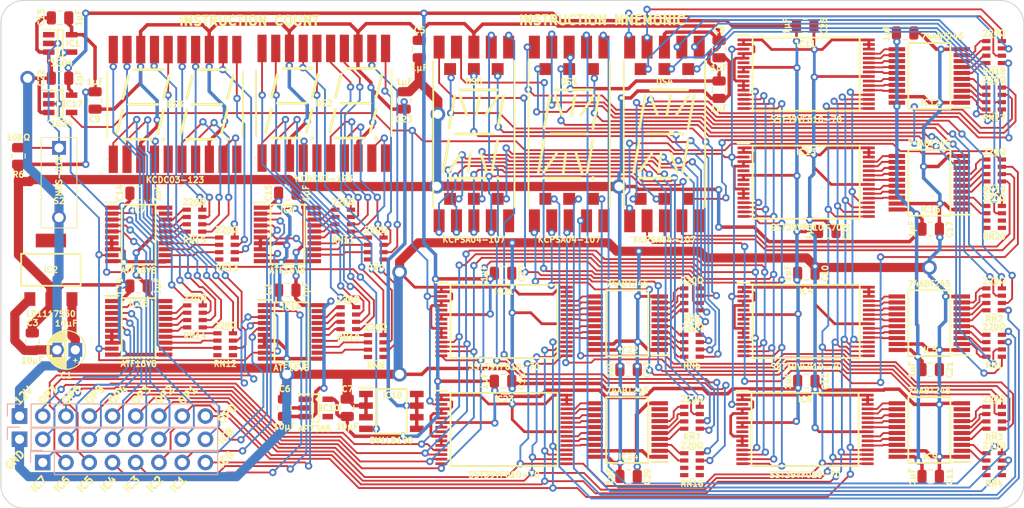
<source format=kicad_pcb>
(kicad_pcb (version 20240108) (generator "pcbnew") (generator_version "8.0")
  (title_block (title "W65C816 Debug Display") (date "2024-02-15") (rev "V1"))
  (layers (0 "F.Cu" signal) (31 "B.Cu" signal) (34 "B.Paste" user) (35 "F.Paste" user) (36 "B.SilkS" user "B.Silkscreen") (37 "F.SilkS" user "F.Silkscreen") (38 "B.Mask" user) (39 "F.Mask" user) (44 "Edge.Cuts" user))
  (net 0 "")
  (net 1 "GND")
  (net 2 "/~{LED Enable}")
  (net 3 "/Cathode")
  (net 8 "/LED Enable")
  (net 10 "/3.3V")
  (net 11 "/5V")
  (net 12 "12V")
  (net 14 "/Low Count Display/Right Ω Digit 0 B segment")
  (net 15 "/Low Count Display/Right Ω Digit 0 D segment")
  (net 16 "/Low Count Display/Right Ω Digit 0 A segment")
  (net 17 "/Low Count Display/Right Ω Digit 0 C segment")
  (net 18 "/Low Count Display/Left Ω Digit 0 D segment")
  (net 19 "/Low Count Display/Left Ω Digit 0 G segment")
  (net 20 "/Low Count Display/Left Ω Digit 0 F segment")
  (net 21 "/Low Count Display/Left Ω Digit 0 E segment")
  (net 22 "/Low Count Display/Left Ω Digit 0 C segment")
  (net 23 "/Low Count Display/Right Ω Digit 0 E segment")
  (net 24 "/Low Count Display/Left Ω Digit 0 A segment")
  (net 25 "/Low Count Display/Left Ω Digit 0 B segment")
  (net 26 "/Low Count Display/Right Ω Digit 0 G segment")
  (net 37 "/Low Count Display/Right Ω Digit 0 F segment")
  (net 38 "/High Count Display/Right Ω Digit 0 G segment")
  (net 39 "/High Count Display/Left Ω Digit 0 F segment")
  (net 40 "/High Count Display/Left Ω Digit 0 E segment")
  (net 45 "/High Count Display/Left Ω Digit 0 A segment")
  (net 46 "/High Count Display/Left Ω Digit 0 G segment")
  (net 47 "/High Count Display/Right Ω Digit 0 A segment")
  (net 48 "/High Count Display/Right Ω Digit 0 C segment")
  (net 49 "/High Count Display/Left Ω Digit 0 C segment")
  (net 50 "/High Count Display/Right Ω Digit 0 E segment")
  (net 51 "/High Count Display/Right Ω Digit 0 B segment")
  (net 52 "/High Count Display/Right Ω Digit 0 D segment")
  (net 53 "/High Count Display/Left Ω Digit 0 B segment")
  (net 54 "/High Count Display/Left Ω Digit 0 D segment")
  (net 55 "/High Count Display/Right Ω Digit 0 F segment")
  (net 58 "Net-(IC4-DQ3)")
  (net 59 "OP1")
  (net 60 "OP3")
  (net 62 "Net-(IC4-DQ7)")
  (net 63 "Net-(IC4-DQ2)")
  (net 64 "OP5")
  (net 65 "Net-(IC4-DQ4)")
  (net 67 "OP7")
  (net 68 "Net-(IC4-DQ0)")
  (net 69 "OP6")
  (net 70 "Net-(IC4-DQ1)")
  (net 71 "Net-(IC4-DQ6)")
  (net 72 "OP4")
  (net 73 "OP2")
  (net 74 "Net-(IC4-DQ5)")
  (net 75 "OP0")
  (net 76 "/Low Count Display/Right Digit 0 D segment")
  (net 77 "IC2")
  (net 78 "IC1")
  (net 79 "/Low Count Display/Right Digit 0 B segment")
  (net 80 "/Low Count Display/Right Digit 0 A segment")
  (net 81 "/Low Count Display/Right Digit 0 G segment")
  (net 82 "/Low Count Display/Right Digit 0 E segment")
  (net 83 "/Low Count Display/Right Digit 0 C segment")
  (net 84 "IC0")
  (net 85 "IC3")
  (net 86 "/Low Count Display/Right Digit 0 F segment")
  (net 87 "IC11")
  (net 88 "/High Count Display/Right Digit 0 C segment")
  (net 89 "/High Count Display/Right Digit 0 G segment")
  (net 90 "/High Count Display/Right Digit 0 A segment")
  (net 91 "/High Count Display/Right Digit 0 F segment")
  (net 92 "IC10")
  (net 93 "/High Count Display/Right Digit 0 E segment")
  (net 94 "/High Count Display/Right Digit 0 B segment")
  (net 95 "IC9")
  (net 96 "IC8")
  (net 97 "/High Count Display/Right Digit 0 D segment")
  (net 99 "Net-(IC8-DQ4)")
  (net 100 "Net-(IC8-DQ6)")
  (net 101 "Net-(IC8-DQ7)")
  (net 102 "Net-(IC8-DQ2)")
  (net 104 "Net-(IC8-DQ1)")
  (net 105 "Net-(IC8-DQ3)")
  (net 106 "Net-(IC8-DQ5)")
  (net 107 "Net-(IC8-DQ0)")
  (net 111 "Net-(IC11-DQ1)")
  (net 112 "Net-(IC11-DQ2)")
  (net 113 "Net-(IC11-DQ5)")
  (net 115 "Net-(IC11-DQ4)")
  (net 116 "Net-(IC11-DQ3)")
  (net 118 "Net-(IC11-DQ6)")
  (net 119 "Net-(IC11-DQ7)")
  (net 120 "Net-(IC11-DQ0)")
  (net 121 "Net-(IC13-DQ0)")
  (net 122 "Net-(IC13-DQ3)")
  (net 124 "Net-(IC13-DQ7)")
  (net 126 "Net-(IC13-DQ6)")
  (net 127 "Net-(IC13-DQ4)")
  (net 128 "Net-(IC13-DQ1)")
  (net 129 "Net-(IC13-DQ2)")
  (net 130 "Net-(IC13-DQ5)")
  (net 131 "/Low Count Display/Left Digit 0 G segment")
  (net 132 "IC4")
  (net 133 "/Low Count Display/Left Digit 0 F segment")
  (net 134 "IC7")
  (net 135 "/Low Count Display/Left Digit 0 D segment")
  (net 136 "IC6")
  (net 137 "/Low Count Display/Left Digit 0 C segment")
  (net 138 "/Low Count Display/Left Digit 0 A segment")
  (net 139 "/Low Count Display/Left Digit 0 E segment")
  (net 140 "IC5")
  (net 141 "/Low Count Display/Left Digit 0 B segment")
  (net 142 "/High Count Display/Left Digit 0 D segment")
  (net 143 "IC15")
  (net 144 "/High Count Display/Left Digit 0 F segment")
  (net 145 "/High Count Display/Left Digit 0 E segment")
  (net 146 "IC13")
  (net 147 "/High Count Display/Left Digit 0 A segment")
  (net 148 "/High Count Display/Left Digit 0 C segment")
  (net 149 "IC12")
  (net 150 "/High Count Display/Left Digit 0 B segment")
  (net 151 "/High Count Display/Left Digit 0 G segment")
  (net 152 "IC14")
  (net 157 "/Middle Opcode/LED Ω G-Seg")
  (net 158 "/Middle Opcode/LED Ω K-Seg")
  (net 159 "/Middle Opcode/LED Ω A-Seg")
  (net 160 "/Middle Opcode/LED Ω L-Seg")
  (net 161 "/Middle Opcode/LED Ω E-Seg")
  (net 162 "/Middle Opcode/LED Ω C-Seg")
  (net 163 "/Middle Opcode/LED Ω J-Seg")
  (net 164 "/Middle Opcode/LED Ω F-Seg")
  (net 165 "/Middle Opcode/LED Ω N-Seg")
  (net 166 "/Middle Opcode/LED Ω H-Seg")
  (net 167 "/Middle Opcode/LED Ω P-Seg")
  (net 168 "/Middle Opcode/LED Ω B-Seg")
  (net 169 "/Middle Opcode/LED Ω D-Seg")
  (net 170 "/Middle Opcode/LED Ω M-Seg")
  (net 171 "/Right Opcode/LED Ω L-Seg")
  (net 172 "/Right Opcode/LED Ω A-Seg")
  (net 173 "/Right Opcode/LED Ω K-Seg")
  (net 174 "/Right Opcode/LED Ω P-Seg")
  (net 175 "/Right Opcode/LED Ω G-Seg")
  (net 176 "/Right Opcode/LED Ω B-Seg")
  (net 177 "/Right Opcode/LED Ω N-Seg")
  (net 178 "/Right Opcode/LED Ω E-Seg")
  (net 179 "/Right Opcode/LED Ω F-Seg")
  (net 180 "/Right Opcode/LED Ω C-Seg")
  (net 181 "/Right Opcode/LED Ω J-Seg")
  (net 182 "/Right Opcode/LED Ω M-Seg")
  (net 183 "/Right Opcode/LED Ω H-Seg")
  (net 184 "/Right Opcode/LED Ω D-Seg")
  (net 185 "/Left Opcode/LED Ω E-Seg")
  (net 187 "/Left Opcode/LED Ω K-Seg")
  (net 188 "/Left Opcode/LED Ω A-Seg")
  (net 189 "/Left Opcode/LED Ω F-Seg")
  (net 190 "/Left Opcode/LED Ω J-Seg")
  (net 191 "/Left Opcode/LED Ω B-Seg")
  (net 192 "/Left Opcode/LED Ω G-Seg")
  (net 193 "/Left Opcode/LED Ω N-Seg")
  (net 194 "/Left Opcode/LED Ω C-Seg")
  (net 195 "/Left Opcode/LED Ω D-Seg")
  (net 196 "/Left Opcode/LED Ω H-Seg")
  (net 197 "/Left Opcode/LED Ω L-Seg")
  (net 198 "/Left Opcode/LED Ω P-Seg")
  (net 199 "/Left Opcode/LED Ω M-Seg")
  (net 200 "/Middle Opcode/LED H-Seg")
  (net 201 "/Middle Opcode/LED C-Seg")
  (net 202 "/Middle Opcode/LED F-Seg")
  (net 203 "/Middle Opcode/LED E-Seg")
  (net 204 "/Middle Opcode/LED A-Seg")
  (net 205 "/Middle Opcode/LED D-Seg")
  (net 206 "/Middle Opcode/LED G-Seg")
  (net 207 "/Middle Opcode/LED B-Seg")
  (net 208 "/Middle Opcode/LED M-Seg")
  (net 209 "/Middle Opcode/LED J-Seg")
  (net 210 "/Middle Opcode/LED N-Seg")
  (net 211 "/Middle Opcode/LED K-Seg")
  (net 212 "/Middle Opcode/LED L-Seg")
  (net 213 "/Middle Opcode/LED P-Seg")
  (net 214 "/Right Opcode/LED F-Seg")
  (net 215 "/Right Opcode/LED B-Seg")
  (net 216 "/Right Opcode/LED H-Seg")
  (net 217 "/Right Opcode/LED C-Seg")
  (net 218 "/Right Opcode/LED G-Seg")
  (net 219 "/Right Opcode/LED A-Seg")
  (net 220 "/Right Opcode/LED D-Seg")
  (net 221 "/Right Opcode/LED E-Seg")
  (net 222 "/Right Opcode/LED N-Seg")
  (net 223 "/Right Opcode/LED L-Seg")
  (net 224 "/Right Opcode/LED K-Seg")
  (net 225 "/Right Opcode/LED J-Seg")
  (net 226 "/Right Opcode/LED P-Seg")
  (net 227 "/Right Opcode/LED M-Seg")
  (net 228 "Net-(IC21-DQ2)")
  (net 229 "Net-(IC21-DQ7)")
  (net 230 "Net-(IC21-DQ1)")
  (net 231 "Net-(IC21-DQ0)")
  (net 232 "Net-(IC21-DQ5)")
  (net 233 "Net-(IC21-DQ3)")
  (net 236 "Net-(IC21-DQ6)")
  (net 237 "Net-(IC21-DQ4)")
  (net 238 "/Left Opcode/LED A-Seg")
  (net 239 "/Left Opcode/LED G-Seg")
  (net 240 "/Left Opcode/LED B-Seg")
  (net 241 "/Left Opcode/LED C-Seg")
  (net 242 "/Left Opcode/LED E-Seg")
  (net 243 "/Left Opcode/LED D-Seg")
  (net 244 "/Left Opcode/LED F-Seg")
  (net 245 "/Left Opcode/LED H-Seg")
  (net 247 "Net-(IC23-DQ6)")
  (net 248 "Net-(IC23-DQ3)")
  (net 249 "Net-(IC23-DQ5)")
  (net 250 "Net-(IC23-DQ1)")
  (net 251 "Net-(IC23-DQ7)")
  (net 252 "Net-(IC23-DQ2)")
  (net 253 "Net-(IC23-DQ0)")
  (net 255 "Net-(IC23-DQ4)")
  (net 256 "/Left Opcode/LED P-Seg")
  (net 257 "/Left Opcode/LED J-Seg")
  (net 258 "/Left Opcode/LED K-Seg")
  (net 260 "/Left Opcode/LED M-Seg")
  (net 261 "/Left Opcode/LED N-Seg")
  (net 263 "/Left Opcode/LED L-Seg")
  (net 272 "/LED Enable_{3V}")
  (footprint "SamacSys_Parts:C_0805" (layer "F.Cu") (at 99.568 1.524 -90)
    (property "Reference" "C11")
    (property "Value" "1μF")
  )
  (footprint "SamacSys_Parts:C_0805" (layer "F.Cu") (at 35.814 -5.969)
    (property "Reference" "C7")
    (property "Value" "10µF")
  )
  (footprint "SamacSys_Parts:KCPSA04107" (layer "F.Cu") (at 70.485 -35.941)
    (property "Reference" "DS4")
    (property "Value" "KCPSA04-107" (hide yes))
  )
  (footprint "SamacSys_Parts:C_0805" (layer "F.Cu") (at 66.548 1.524 -90)
    (property "Reference" "C29")
    (property "Value" "1μF")
  )
  (footprint "SamacSys_Parts:C_0805" (layer "F.Cu") (at 52.832 -8.89 -90)
    (property "Reference" "C16")
    (property "Value" "1μF")
  )
  (footprint "SamacSys_Parts:SOIC127P600X165-8N" (layer "F.Cu") (at 40.64 -5.588)
    (property "Reference" "IC18")
    (property "Value" "BV1LB150FJ-CE2" (hide yes))
  )
  (footprint "SamacSys_Parts:C_0805" (layer "F.Cu") (at 1.397 -13.208)
    (property "Reference" "C3")
    (property "Value" "10µF")
  )
  (footprint "SamacSys_Parts:CAY16-F4" (layer "F.Cu") (at 106.514 -44.9202)
    (property "Reference" "RN18")
    (property "Value" "CAY16-221J4LF" (hide yes))
  )
  (footprint "SamacSys_Parts:CAY16-F4" (layer "F.Cu") (at 106.514 -17.8692)
    (property "Reference" "RN2")
    (property "Value" "CAY16-221J4LF" (hide yes))
  )
  (footprint "SamacSys_Parts:CAY16-F4" (layer "F.Cu") (at 73.494 -12.7892)
    (property "Reference" "RN5")
    (property "Value" "CAY16-221J4LF" (hide yes))
  )
  (footprint "SamacSys_Parts:C_0805" (layer "F.Cu") (at 88.265 -25.273 -90)
    (property "Reference" "C28")
    (property "Value" "1μF")
  )
  (footprint "SamacSys_Parts:CAY16-F4" (layer "F.Cu") (at 22.479 -12.954)
    (property "Reference" "RN12")
    (property "Value" "CAY16-221J4LF" (hide yes))
  )
  (footprint "SamacSys_Parts:C_0805" (layer "F.Cu") (at 4.445 -42.037 90)
    (property "Reference" "C22")
    (property "Value" "1μF")
  )
  (footprint "SamacSys_Parts:CAY16-F4" (layer "F.Cu") (at 38.9335 -12.7615)
    (property "Reference" "RN8")
    (property "Value" "CAY16-221J4LF" (hide yes))
  )
  (footprint "SamacSys_Parts:SOP65P640X120-20N" (layer "F.Cu") (at 13.0255 -14.732)
    (property "Reference" "IC15")
    (property "Value" "ATF16V8BQL-15XU" (hide yes))
  )
  (footprint "SamacSys_Parts:CAY16-F4" (layer "F.Cu") (at 73.494 0.1648)
    (property "Reference" "RN16")
    (property "Value" "CAY16-221J4LF" (hide yes))
  )
  (footprint "SamacSys_Parts:C_0805" (layer "F.Cu") (at 99.568 -25.527 -90)
    (property "Reference" "C17")
    (property "Value" "1μF")
  )
  (footprint "SamacSys_Parts:CAY16-F4" (layer "F.Cu") (at 19.177 -16.002)
    (property "Reference" "RN14")
    (property "Value" "CAY16-221J4LF" (hide yes))
  )
  (footprint "SamacSys_Parts:SOP50P1400X120-32N" (layer "F.Cu") (at 52.951 -3.616)
    (property "Reference" "IC23")
    (property "Value" "SST39VF010-70-4I-WHE" (hide yes))
  )
  (footprint "SamacSys_Parts:CAY16-F4" (layer "F.Cu") (at 106.514 -12.7892)
    (property "Reference" "RN1")
    (property "Value" "CAY16-221J4LF" (hide yes))
  )
  (footprint "SamacSys_Parts:SOP65P640X120-20N" (layer "F.Cu") (at 29.2815 -24.9535)
    (property "Reference" "IC6")
    (property "Value" "ATF16V8BQL-15XU" (hide yes))
  )
  (footprint "SamacSys_Parts:SOP65P640X120-20N" (layer "F.Cu") (at 29.718 -14.2855)
    (property "Reference" "IC14")
    (property "Value" "ATF16V8BQL-15XU" (hide yes))
  )
  (footprint "SamacSys_Parts:C_0805" (layer "F.Cu") (at 66.548 -10.16 -90)
    (property "Reference" "C27")
    (property "Value" "1μF")
  )
  (footprint "SamacSys_Parts:C_0805" (layer "F.Cu") (at 76.454 -45.212)
    (property "Reference" "C8")
    (property "Value" "1μF")
  )
  (footprint "SamacSys_Parts:C_0805" (layer "F.Cu") (at 96.774 -46.99 -90)
    (property "Reference" "C18" (hide yes))
    (property "Value" "1µF")
  )
  (footprint "SamacSys_Parts:NDS01V" (layer "F.Cu") (at 4.318 -34.416999 180)
    (property "Reference" "S2")
    (property "Value" "NDS-01V")
  )
  (footprint "SamacSys_Parts:R_0805" (layer "F.Cu") (at -0.127 -33.528 180)
    (property "Reference" "R6")
    (property "Value" "10KΩ")
  )
  (footprint "SamacSys_Parts:C_0805" (layer "F.Cu") (at 76.454 -40.767)
    (property "Reference" "C4" (hide yes))
    (property "Value" "1μF")
  )
  (footprint "SamacSys_Parts:CAY16-F4" (layer "F.Cu") (at 106.514 -4.9152)
    (property "Reference" "RN3")
    (property "Value" "CAY16-221J4LF" (hide yes))
  )
  (footprint "SamacSys_Parts:SOP50P1400X120-32N" (layer "F.Cu") (at 52.951 -15.427)
    (property "Reference" "IC21")
    (property "Value" "SST39VF010-70-4I-WHE" (hide yes))
  )
  (footprint "SamacSys_Parts:C_0805" (layer "F.Cu") (at 4.445 -48.641 90)
    (property "Reference" "C13")
    (property "Value" "1μF")
  )
  (footprint "SamacSys_Parts:SOT95P275X110-5N" (layer "F.Cu") (at 4.445 -45.847)
    (property "Reference" "IC1")
    (property "Value" "74LVC1G04GV,125" (hide yes))
  )
  (footprint "SamacSys_Parts:KCDC03123" (layer "F.Cu") (at 33.255 -39.3005)
    (property "Reference" "DS2")
    (property "Value" "KCDC03-123" (hide yes))
  )
  (footprint "SamacSys_Parts:C_0805" (layer "F.Cu") (at 85.852 -47.752 -90)
    (property "Reference" "C26")
    (property "Value" "1μF")
  )
  (footprint "SamacSys_Parts:C_0805" (layer "F.Cu") (at 43.688 -45.212)
    (property "Reference" "C5")
    (property "Value" "1μF")
  )
  (footprint "SamacSys_Parts:C_0805" (layer "F.Cu") (at 8.255 -39.624 180)
    (property "Reference" "C9")
    (property "Value" "1µF")
  )
  (footprint "SamacSys_Parts:C_0805" (layer "F.Cu") (at 99.568 -10.16 -90)
    (property "Reference" "C21")
    (property "Value" "1μF")
  )
  (footprint "SamacSys_Parts:SOP65P780X200-20N" (layer "F.Cu") (at 99.435 -3.552 180)
    (property "Reference" "IC9")
    (property "Value" "SN74ABT245BDBR" (hide yes))
  )
  (footprint "SamacSys_Parts:C_0805" (layer "F.Cu") (at 85.979 -20.701 -90)
    (property "Reference" "C10")
    (property "Value" "1μF")
  )
  (footprint "SamacSys_Parts:C_0805" (layer "F.Cu") (at 28.956 -5.969)
    (property "Reference" "C6")
    (property "Value" "10µF")
  )
  (footprint "SamacSys_Parts:CAY16-F4" (layer "F.Cu") (at 35.3775 -26.4775)
    (property "Reference" "RN11")
    (property "Value" "CAY16-221J4LF" (hide yes))
  )
  (footprint "SamacSys_Parts:CAY16-F4" (layer "F.Cu") (at 106.514 -26.8862)
    (property "Reference" "RN20")
    (property "Value" "CAY16-221J4LF" (hide yes))
  )
  (footprint "SamacSys_Parts:C_0805" (layer "F.Cu") (at 52.832 -20.701 -90)
    (property "Reference" "C20")
    (property "Value" "1μF")
  )
  (footprint "SamacSys_Parts:SOP65P780X200-20N" (layer "F.Cu") (at 99.435 -30.603 180)
    (property "Reference" "IC16")
    (property "Value" "SN74ABT245BDBR" (hide yes))
  )
  (footprint "SamacSys_Parts:SOT95P275X110-5N" (layer "F.Cu") (at 4.445 -39.243)
    (property "Reference" "IC17")
    (property "Value" "74LVC1G34GV,125" (hide yes))
  )
  (footprint "SamacSys_Parts:KCPSA04107" (layer "F.Cu") (at 60.071 -35.941)
    (property "Reference" "DS1")
    (property "Value" "KCPSA04-107" (hide yes))
  )
  (footprint "SamacSys_Parts:SOP50P1400X120-32N" (layer "F.Cu") (at 85.971 -15.427)
    (property "Reference" "IC4")
    (property "Value" "SST39VF010-70-4I-WHE" (hide yes))
  )
  (footprint "SamacSys_Parts:CAY16-F4" (layer "F.Cu") (at 106.514 -31.9662)
    (property "Reference" "RN19")
    (property "Value" "CAY16-221J4LF" (hide yes))
  )
  (footprint "SamacSys_Parts:C_0805" (layer "F.Cu") (at 29.2815 -18.8575 90)
    (property "Reference" "C2")
    (property "Value" "1μF")
  )
  (footprint "SamacSys_Parts:CAY16-F4" (layer "F.Cu") (at 106.514 -39.8402)
    (property "Reference" "RN17")
    (property "Value" "CAY16-221J4LF" (hide yes))
  )
  (footprint "SamacSys_Parts:C_0805" (layer "F.Cu") (at 85.979 -8.89 -90)
    (property "Reference" "C12")
    (property "Value" "1μF")
  )
  (footprint "SamacSys_Parts:C_0805" (layer "F.Cu") (at 13.031 -29.464 90)
    (property "Reference" "C14")
    (property "Value" "1µF")
  )
  (footprint "SamacSys_Parts:LD1117S33C" (layer "F.Cu") (at 3.429 -21.082)
    (property "Reference" "IC2")
    (property "Value" "LD1117S50C" (hide yes))
  )
  (footprint "SamacSys_Parts:C_0805" (layer "F.Cu") (at 29.2815 -29.464 90)
    (property "Reference" "C15")
    (property "Value" "1µF")
  )
  (footprint "SamacSys_Parts:SOP65P640X120-20N" (layer "F.Cu") (at 13.0255 -24.9535)
    (property "Reference" "IC7")
    (property "Value" "ATF16V8BQL-15XU" (hide yes))
  )
  (footprint "SamacSys_Parts:CAY16-F4" (layer "F.Cu") (at 73.494 -4.9152)
    (property "Reference" "RN7")
    (property "Value" "CAY16-221J4LF" (hide yes))
  )
  (footprint "SamacSys_Parts:CAY16-F4" (layer "F.Cu") (at 73.494 -17.8692)
    (property "Reference" "RN6")
    (property "Value" "CAY16-221J4LF" (hide yes))
  )
  (footprint "SamacSys_Parts:SOP65P780X200-20N" (layer "F.Cu") (at 99.435 -42.287 180)
    (property "Reference" "IC12")
    (property "Value" "SN74ABT245BDBR" (hide yes))
  )
  (footprint "SamacSys_Parts:SOP50P1400X120-32N" (layer "F.Cu") (at 85.971 -30.667)
    (property "Reference" "IC13")
    (property "Value" "SST39VF010-70-4I-WHE" (hide yes))
  )
  (footprint "SamacSys_Parts:CP_Radial_D4.0mm_P2.00mm" (layer "F.Cu") (at 6.096 -12.319 180)
    (property "Reference" "C1")
    (property "Value" "10μF")
  )
  (footprint "SamacSys_Parts:SOP50P1400X120-32N" (layer "F.Cu") (at 85.844 -3.616)
    (property "Reference" "IC8")
    (property "Value" "SST39VF010-70-4I-WHE" (hide yes))
  )
  (footprint "SamacSys_Parts:CAY16-F4" (layer "F.Cu") (at 106.514 0.1648)
    (property "Reference" "RN4")
    (property "Value" "CAY16-221J4LF" (hide yes))
  )
  (footprint "SamacSys_Parts:SOP65P780X200-20N" (layer "F.Cu") (at 66.415 -15.236 180)
    (property "Reference" "IC22")
    (property "Value" "SN74ABT245BDBR" (hide yes))
  )
  (footprint "SamacSys_Parts:SOP65P780X200-20N" (layer "F.Cu") (at 66.415 -3.552 180)
    (property "Reference" "IC24")
    (property "Value" "SN74ABT245BDBR" (hide yes))
  )
  (footprint "SamacSys_Parts:KCPSA04107" (layer "F.Cu") (at 49.657 -35.941)
    (property "Reference" "DS6")
    (property "Value" "KCPSA04-107" (hide yes))
  )
  (footprint "SamacSys_Parts:SOP50P1400X120-32N" (layer "F.Cu") (at 85.971 -42.478)
    (property "Reference" "IC11")
    (property "Value" "SST39VF010-70-4I-WHE" (hide yes))
  )
  (footprint "SamacSys_Parts:C_0805" (layer "F.Cu") (at 13.0255 -19.304 90)
    (property "Reference" "C19")
    (property "Value" "1µF")
  )
  (footprint "SamacSys_Parts:C_0805" (layer "F.Cu") (at 42.037 -39.624 180)
    (property "Reference" "C23")
    (property "Value" "1µF")
  )
  (footprint "SamacSys_Parts:CAY16-F4" (layer "F.Cu") (at 19.1215 -26.4775)
    (property "Reference" "RN15")
    (property "Value" "CAY16-221J4LF" (hide yes))
  )
  (footprint "SamacSys_Parts:CAY16-F4" (layer "F.Cu") (at 38.9335 -23.4295)
    (property "Reference" "RN9")
    (property "Value" "CAY16-221J4LF" (hide yes))
  )
  (footprint "SamacSys_Parts:CAY16-F4" (layer "F.Cu") (at 35.941 -15.8095)
    (property "Reference" "RN10")
    (property "Value" "CAY16-221J4LF" (hide yes))
  )
  (footprint "SamacSys_Parts:CAY16-F4" (layer "F.Cu") (at 22.6775 -23.4295)
    (property "Reference" "RN13")
    (property "Value" "CAY16-221J4LF" (hide yes))
  )
  (footprint "SamacSys_Parts:SOT95P285X130-5N" (layer "F.Cu") (at 32.385 -5.969)
    (property "Reference" "IC10")
    (property "Value" "AP7365-33WG-7" (hide yes))
  )
  (footprint "SamacSys_Parts:KCDC03123" (layer "F.Cu") (at 16.999 -39.1735)
    (property "Reference" "DS3")
    (property "Value" "KCDC03-123" (hide yes))
  )
  (footprint "SamacSys_Parts:SOP65P780X200-20N" (layer "F.Cu") (at 99.435 -15.236 180)
    (property "Reference" "IC5")
    (property "Value" "SN74ABT245BDBR" (hide yes))
  )
  (footprint "Connector_PinHeader_2.54mm:PinHeader_1x09_P2.54mm_Vertical" (layer "B.Cu") (at 0 -5.08 -90)
    (property "Reference" "J2" (hide yes))
    (property "Value" "Conn_01x09_Pin")
  )
  (footprint "Connector_PinHeader_2.54mm:PinHeader_1x08_P2.54mm_Vertical" (layer "B.Cu") (at 2.54 0 -90)
    (property "Reference" "J3" (hide yes))
    (property "Value" "Conn_01x08_Pin")
  )
  (footprint "Connector_PinHeader_2.54mm:PinHeader_1x09_P2.54mm_Vertical" (layer "B.Cu") (at 0 -2.54 -90)
    (property "Reference" "J1" (hide yes))
    (property "Value" "Conn_01x09_Pin")
  )
  (gr_line (start 17.962042 4.975915) (end 22.987 4.975915) (stroke (width 0.1)) (layer "Edge.Cuts"))
  (gr_line (start -2.032 2.499415) (end -2.032 -48.0695) (stroke (width 0.1)) (layer "Edge.Cuts"))
  (gr_line (start 17.962042 4.975915) (end 0.4445 4.975915) (stroke (width 0.1)) (layer "Edge.Cuts"))
  (gr_arc (start 107.188 -50.546) (mid 109.000249 -49.795339) (end 109.750915 -47.983085) (stroke (width 0.1)) (layer "Edge.Cuts"))
  (gr_arc (start 109.750915 2.413) (mid 109.000255 4.225255) (end 107.188 4.975915) (stroke (width 0.1)) (layer "Edge.Cuts"))
  (gr_arc (start 0.4445 4.975915) (mid -1.30665 4.250565) (end -2.032 2.499415) (stroke (width 0.1)) (layer "Edge.Cuts"))
  (gr_arc (start -2.032 -48.0695) (mid -1.30665 -49.82065) (end 0.4445 -50.546) (stroke (width 0.1)) (layer "Edge.Cuts"))
  (gr_line (start 0.4445 -50.546) (end 107.188 -50.546) (stroke (width 0.1)) (layer "Edge.Cuts"))
  (gr_line (start 109.750915 2.413) (end 109.750915 -47.983085) (stroke (width 0.1)) (layer "Edge.Cuts"))
  (gr_line (start 107.188 4.975915) (end 22.987 4.975915) (stroke (width 0.1)) (layer "Edge.Cuts"))
  (gr_text "IC1" (at 17.78 1.27 45) (layer "F.SilkS") (effects (font (size 0.8 0.8) (thickness 0.2) (bold yes)) (justify right top)))
  (gr_text "12V" (at -0.127 -6.096 45) (layer "F.SilkS") (effects (font (size 0.8 0.8) (thickness 0.2) (bold yes)) (justify left bottom)))
  (gr_text "IC4" (at 10.16 1.27 45) (layer "F.SilkS") (effects (font (size 0.8 0.8) (thickness 0.2) (bold yes)) (justify right top)))
  (gr_text "IC6" (at 5.08 1.27 45) (layer "F.SilkS") (effects (font (size 0.8 0.8) (thickness 0.2) (bold yes)) (justify right top)))
  (gr_text "OP2" (at 15.24 -6.096 45) (layer "F.SilkS") (effects (font (size 0.8 0.8) (thickness 0.2) (bold yes)) (justify left bottom)))
  (gr_text "INSTRUCTION COUNT" (at 25.108 -48.3215 0) (layer "F.SilkS") (effects (font (size 1 1) (thickness 0.25))))
  (gr_text "IC8" (at 22.098 -1.778 45) (layer "F.SilkS") (effects (font (size 0.8 0.8) (thickness 0.2) (bold yes)) (justify left bottom)))
  (gr_text "IC0" (at 22.098 0.762 45) (layer "F.SilkS") (effects (font (size 0.8 0.8) (thickness 0.2) (bold yes)) (justify left bottom)))
  (gr_text "IC3" (at 12.7 1.27 45) (layer "F.SilkS") (effects (font (size 0.8 0.8) (thickness 0.2) (bold yes)) (justify right top)))
  (gr_text "GND" (at -1.143 1.016 45) (layer "F.SilkS") (effects (font (size 0.8 0.8) (thickness 0.2) (bold yes)) (justify left bottom)))
  (gr_text "IC2" (at 15.24 1.27 45) (layer "F.SilkS") (effects (font (size 0.8 0.8) (thickness 0.2) (bold yes)) (justify right top)))
  (gr_text "OP6" (at 5.08 -6.096 45) (layer "F.SilkS") (effects (font (size 0.8 0.8) (thickness 0.2) (bold yes)) (justify left bottom)))
  (gr_text "INSTRUCTION MNEMONIC" (at 63.694 -48.387 0) (layer "F.SilkS") (effects (font (size 1 1) (thickness 0.25))))
  (gr_text "IC7" (at 2.54 1.27 45) (layer "F.SilkS") (effects (font (size 0.8 0.8) (thickness 0.2) (bold yes)) (justify right top)))
  (gr_text "OP4" (at 10.16 -6.096 45) (layer "F.SilkS") (effects (font (size 0.8 0.8) (thickness 0.2) (bold yes)) (justify left bottom)))
  (gr_text "IC5" (at 7.62 1.27 45) (layer "F.SilkS") (effects (font (size 0.8 0.8) (thickness 0.2) (bold yes)) (justify right top)))
  (gr_text "OP5" (at 7.62 -6.096 45) (layer "F.SilkS") (effects (font (size 0.8 0.8) (thickness 0.2) (bold yes)) (justify left bottom)))
  (gr_text "OP3" (at 12.7 -6.096 45) (layer "F.SilkS") (effects (font (size 0.8 0.8) (thickness 0.2) (bold yes)) (justify left bottom)))
  (gr_text "OP0" (at 22.098 -4.064 45) (layer "F.SilkS") (effects (font (size 0.8 0.8) (thickness 0.2) (bold yes)) (justify left bottom)))
  (gr_text "OP1" (at 17.78 -6.096 45) (layer "F.SilkS") (effects (font (size 0.8 0.8) (thickness 0.2) (bold yes)) (justify left bottom)))
  (gr_text "OP7" (at 2.54 -6.096 45) (layer "F.SilkS") (effects (font (size 0.8 0.8) (thickness 0.2) (bold yes)) (justify left bottom)))
  (segment (start 47.014 -5.866) (end 47.244 -6.096) (width 0.3) (layer "F.Cu") (net 1))
  (segment (start 100.534 -10.16) (end 100.534 -12.319) (width 0.38) (layer "F.Cu") (net 1))
  (segment (start 99.449 -39.362) (end 98.799 -40.012) (width 0.38) (layer "F.Cu") (net 1))
  (segment (start 100.534 -25.527) (end 100.534 -28.271004) (width 0.38) (layer "F.Cu") (net 1))
  (segment (start 26.32 -24.6245) (end 26.32 -23.9745) (width 0.38) (layer "F.Cu") (net 1))
  (segment (start 45.14 -2.866) (end 44.958 -3.048) (width 0.3) (layer "F.Cu") (net 1))
  (segment (start 102.985 -12.311) (end 100.542 -12.311) (width 0.38) (layer "F.Cu") (net 1))
  (segment (start 77.724 -5.08) (end 77.724 -3.175) (width 0.3) (layer "F.Cu") (net 1))
  (segment (start 32.2195 -22.0285) (end 28.735775 -22.0285) (width 0.38) (layer "F.Cu") (net 1))
  (segment (start 10.0875 -14.407) (end 10.0875 -13.757) (width 0.38) (layer "F.Cu") (net 1))
  (segment (start 79.121 -34.417) (end 85.344 -34.417) (width 0.3) (layer "F.Cu") (net 1))
  (segment (start 4.096 -10.763) (end 4.534 -10.325) (width 1) (layer "F.Cu") (net 1))
  (segment (start 2.54 -48.641) (end 1.905 -48.006) (width 0.38) (layer "F.Cu") (net 1))
  (segment (start 37.865 -7.493) (end 37.865 -6.223) (width 0.38) (layer "F.Cu") (net 1))
  (segment (start 80.161 -17.677) (end 80.264 -17.78) (width 0.3) (layer "F.Cu") (net 1))
  (segment (start 101.1 -28.321) (end 100.583996 -28.321) (width 0.38) (layer "F.Cu") (net 1))
  (segment (start 80.137 -6.612) (end 80.137 -6.059) (width 0.3) (layer "F.Cu") (net 1))
  (segment (start 26.78 -13.3105) (end 28.2185 -13.3105) (width 0.38) (layer "F.Cu") (net 1))
  (segment (start 86.030008 -22.378) (end 86.945 -21.463008) (width 1) (layer "F.Cu") (net 1))
  (segment (start 4.419 -19.022) (end 4.828 -19.431) (width 0.38) (layer "F.Cu") (net 1))
  (segment (start 46.101 -2.866) (end 45.14 -2.866) (width 0.3) (layer "F.Cu") (net 1))
  (segment (start 101.743 -27.678) (end 101.1 -28.321) (width 0.38) (layer "F.Cu") (net 1))
  (segment (start 3.479 -48.641) (end 2.54 -48.641) (width 0.38) (layer "F.Cu") (net 1))
  (segment (start 78.121 -41.91) (end 78.303 -41.728) (width 0.3) (layer "F.Cu") (net 1))
  (segment (start 78.994 -2.866) (end 78.994 -2.366) (width 0.3) (layer "F.Cu") (net 1))
  (segment (start 46.101 -14.177) (end 46.101 -14.677) (width 0.3) (layer "F.Cu") (net 1))
  (segment (start 78.121 -17.127) (end 78.121 -14.727) (width 0.3) (layer "F.Cu") (net 1))
  (segment (start 92.821 -19.177) (end 92.821 -18.677) (width 0.3) (layer "F.Cu") (net 1))
  (segment (start 80.002 -45.728) (end 80.264 -45.466) (width 0.3) (layer "F.Cu") (net 1))
  (segment (start 75.031009 -22.378) (end 86.030008 -22.378) (width 1) (layer "F.Cu") (net 1))
  (segment (start 79.121 -29.417) (end 79.121 -28.917) (width 0.3) (layer "F.Cu") (net 1))
  (segment (start 65.277991 -23.114009) (end 67.690999 -23.114009) (width 1) (layer "F.Cu") (net 1))
  (segment (start 88.265 -34.417) (end 87.503 -33.655) (width 0.3) (layer "F.Cu") (net 1))
  (segment (start 46.101 -7.366) (end 46.101 -6.866) (width 0.3) (layer "F.Cu") (net 1))
  (segment (start 86.945 -8.001) (end 86.945 -8.89) (width 0.3) (layer "F.Cu") (net 1))
  (segment (start 28.3155 -18.8575) (end 28.3155 -17.596) (width 0.38) (layer "F.Cu") (net 1))
  (segment (start 51.257 -6.401) (end 53.848002 -6.401) (width 0.3) (layer "F.Cu") (net 1))
  (segment (start 101.219 -18.161) (end 101.218997 -18.160997) (width 0.38) (layer "F.Cu") (net 1))
  (segment (start -0.508 -13.335) (end -0.508 -16.245) (width 1) (layer "F.Cu") (net 1))
  (segment (start 68.065 -1.277) (end 68.715 -0.627) (width 0.38) (layer "F.Cu") (net 1))
  (segment (start 102.985 -33.528) (end 101.530964 -33.528) (width 0.38) (layer "F.Cu") (net 1))
  (segment (start 99.314 -12.319) (end 100.534 -12.319) (width 0.38) (layer "F.Cu") (net 1))
  (segment (start 28.9925 -23.9785) (end 29.21 -23.761) (width 0.38) (layer "F.Cu") (net 1))
  (segment (start 53.798 -8.129) (end 53.848 -8.079) (width 0.38) (layer "F.Cu") (net 1))
  (segment (start 80.264 -45.466) (end 80.264 -44.958) (width 0.3) (layer "F.Cu") (net 1))
  (segment (start 86.31 -7.366) (end 78.994 -7.366) (width 0.3) (layer "F.Cu") (net 1))
  (segment (start 86.945 -8.89) (end 87.912 -7.923) (width 0.38) (layer "F.Cu") (net 1))
  (segment (start 47.244 -17.907) (end 47.244 -18.415) (width 0.3) (layer "F.Cu") (net 1))
  (segment (start 80.264 -44.958) (end 80.034 -44.728) (width 0.3) (layer "F.Cu") (net 1))
  (segment (start 2.347 -38.293) (end 3.195 -38.293) (width 0.38) (layer "F.Cu") (net 1))
  (segment (start 78.033 -2.866) (end 78.994 -2.866) (width 0.3) (layer "F.Cu") (net 1))
  (segment (start 78.171 -17.177) (end 78.121 -17.127) (width 0.3) (layer "F.Cu") (net 1))
  (segment (start 86.818 -47.752) (end 86.818 -45.236002) (width 0.3) (layer "F.Cu") (net 1))
  (segment (start 77.724 -3.175) (end 78.033 -2.866) (width 0.3) (layer "F.Cu") (net 1))
  (segment (start 102.985 -6.477) (end 100.661 -6.477) (width 0.38) (layer "F.Cu") (net 1))
  (segment (start 99.441 -21.336) (end 87.072008 -21.336) (width 1) (layer "F.Cu") (net 1))
  (segment (start 29.209978 -9.652) (end 41.529 -9.652) (width 1) (layer "F.Cu") (net 1))
  (segment (start 27.934536 -28.575) (end 27.238036 -27.8785) (width 0.38) (layer "F.Cu") (net 1))
  (segment (start 99.695 -0.635) (end 100.534 -0.635) (width 0.38) (layer "F.Cu") (net 1))
  (segment (start 78.994 -5.366) (end 78.01 -5.366) (width 0.3) (layer "F.Cu") (net 1))
  (segment (start 59.801 -19.177) (end 59.801 -18.677) (width 0.3) (layer "F.Cu") (net 1))
  (segment (start 15.888083 -21.953083) (end 11.43 -21.953083) (width 0.38) (layer "F.Cu") (net 1))
  (segment (start 87.912 -7.923) (end 94.45494 -7.923) (width 0.38) (layer "F.Cu") (net 1))
  (segment (start 100.576996 -28.328) (end 100.583996 -28.321) (width 0.38) (layer "F.Cu") (net 1))
  (segment (start 47.014 -17.677) (end 47.244 -17.907) (width 0.3) (layer "F.Cu") (net 1))
  (segment (start 1.823 -12.274) (end 1.868 -12.319) (width 1) (layer "F.Cu") (net 1))
  (segment (start 12.036 -28.6225) (end 12.036 -29.5215) (width 0.38) (layer "F.Cu") (net 1))
  (segment (start 87.58 -7.366) (end 86.945 -8.001) (width 0.3) (layer "F.Cu") (net 1))
  (segment (start 79.121 -14.177) (end 79.121 -13.677) (width 0.3) (layer "F.Cu") (net 1))
  (segment (start 27.238036 -27.8785) (end 26.3435 -27.8785) (width 0.38) (layer "F.Cu") (net 1))
  (segment (start 1.905 -45.182) (end 2.19 -44.897) (width 0.38) (layer "F.Cu") (net 1))
  (segment (start 87.961 -26.543) (end 86.36 -26.543) (width 0.38) (layer "F.Cu") (net 1))
  (segment (start 11.053 -17.657) (end 10.0875 -17.657) (width 0.38) (layer "F.Cu") (net 1))
  (segment (start 44.958 -3.048) (end 44.958 -5.08) (width 0.3) (layer "F.Cu") (net 1))
  (segment (start 1.397 -12.274) (end 1.823 -12.274) (width 1) (layer "F.Cu") (net 1))
  (segment (start 46.101 -7.366) (end 50.292 -7.366) (width 0.3) (layer "F.Cu") (net 1))
  (segment (start 53.798 -9.702) (end 53.213 -10.287) (width 0.38) (layer "F.Cu") (net 1))
  (segment (start 28.2185 -13.3105) (end 29.21 -12.319) (width 0.38) (layer "F.Cu") (net 1))
  (segment (start 80.129 -18.677) (end 79.121 -18.677) (width 0.3) (layer "F.Cu") (net 1))
  (segment (start 53.848 -19.558) (end 53.798 -19.608) (width 0.3) (layer "F.Cu") (net 1))
  (segment (start 47.244 -6.604) (end 46.982 -6.866) (width 0.3) (layer "F.Cu") (net 1))
  (segment (start 86.945 -21.462998) (end 86.945 -21.463008) (width 0.3) (layer "F.Cu") (net 1))
  (segment (start 28.735775 -22.0285) (end 28.601 -21.893725) (width 0.38) (layer "F.Cu") (net 1))
  (segment (start 2.19 -44.897) (end 3.195 -44.897) (width 0.38) (layer "F.Cu") (net 1))
  (segment (start 10.0875 -13.107) (end 11.18 -13.107) (width 0.38) (layer "F.Cu") (net 1))
  (segment (start 80.121 -32.917) (end 79.121 -32.917) (width 0.3) (layer "F.Cu") (net 1))
  (segment (start 4.534 -10.325) (end 28.536978 -10.325) (width 1) (layer "F.Cu") (net 1))
  (segment (start 2.159 -42.037) (end 0.889 -42.037) (width 0.38) (layer "F.Cu") (net 1))
  (segment (start 10.0875 -23.3285) (end 11.18 -23.3285) (width 0.38) (layer "F.Cu") (net 1))
  (segment (start 11.288 -28.019527) (end 11.239938 -28.067589) (width 0.38) (layer "F.Cu") (net 1))
  (segment (start 67.690999 -23.114009) (end 74.295 -23.114009) (width 1) (layer "F.Cu") (net 1))
  (segment (start 79.121 -45.728) (end 80.002 -45.728) (width 0.3) (layer "F.Cu") (net 1))
  (segment (start 11.5005 -11.807) (end 11.3695 -11.938) (width 0.38) (layer "F.Cu") (net 1))
  (segment (start 102.985 -18.161) (end 101.219 -18.161) (width 0.38) (layer "F.Cu") (net 1))
  (segment (start 92.694 -7.366) (end 92.694 -6.866) (width 0.3) (layer "F.Cu") (net 1))
  (segment (start 1.868 -12.319) (end 4.096 -12.319) (width 1) (layer "F.Cu") (net 1))
  (segment (start 55.181 -3.366) (end 59.801 -3.366) (width 0.3) (layer "F.Cu") (net 1))
  (segment (start 86.945 -19.177) (end 86.945 -20.701) (width 0.3) (layer "F.Cu") (net 1))
  (segment (start 85.344 -34.417) (end 86.106 -33.655) (width 0.3) (layer "F.Cu") (net 1))
  (segment (start 11.288 -27.8745) (end 11.288 -28.019527) (width 0.38) (layer "F.Cu") (net 1))
  (segment (start 53.848002 -4.698998) (end 55.181 -3.366) (width 0.3) (layer "F.Cu") (net 1))
  (segment (start 95.885 -1.277) (end 99.053 -1.277) (width 0.38) (layer "F.Cu") (net 1))
  (segment (start 69.965 -6.477) (end 68.685 -6.477) (width 0.38) (layer "F.Cu") (net 1))
  (segment (start 92.821 -34.417) (end 88.265 -34.417) (width 0.3) (layer "F.Cu") (net 1))
  (segment (start 28.321 -28.575) (end 28.3155 -28.5805) (width 0.38) (layer "F.Cu") (net 1))
  (segment (start 3.195 -44.897) (end 3.195 -43.795) (width 0.38) (layer "F.Cu") (net 1))
  (segment (start 86.945 -8.001) (end 86.31 -7.366) (width 0.3) (layer "F.Cu") (net 1))
  (segment (start 92.821 -34.417) (end 92.821 -33.917) (width 0.3) (layer "F.Cu") (net 1))
  (segment (start 80.121 -33.917) (end 80.137 -33.901) (width 0.3) (layer "F.Cu") (net 1))
  (segment (start 102.985 -0.627) (end 100.542 -0.627) (width 0.38) (layer "F.Cu") (net 1))
  (segment (start 10.0915 -22.0325) (end 11.350583 -22.0325) (width 0.38) (layer "F.Cu") (net 1))
  (segment (start 79.121 -33.917) (end 80.121 -33.917) (width 0.3) (layer "F.Cu") (net 1))
  (segment (start 29.209978 -8.381978) (end 28.956 -8.128) (width 1) (layer "F.Cu") (net 1))
  (segment (start 59.801 -15.177) (end 57.086 -15.177) (width 0.3) (layer "F.Cu") (net 1))
  (segment (start 46.101 -19.177) (end 46.101 -18.677) (width 0.3) (layer "F.Cu") (net 1))
  (segment (start 11.18 -13.107) (end 11.3695 -12.9175) (width 0.38) (layer "F.Cu") (net 1))
  (segment (start 58.42 -7.366) (end 57.455 -6.401) (width 0.3) (layer "F.Cu") (net 1))
  (segment (start 43.192441 -19.177) (end 41.541441 -20.828) (width 0.3) (layer "F.Cu") (net 1))
  (segment (start 54.61 -18.415) (end 53.848 -19.177) (width 0.3) (layer "F.Cu") (net 1))
  (segment (start 80.137 -32.933) (end 80.121 -32.917) (width 0.3) (layer "F.Cu") (net 1))
  (segment (start 53.848 -19.177) (end 53.848 -19.558) (width 0.3) (layer "F.Cu") (net 1))
  (segment (start 79.944 -5.866) (end 78.994 -5.866) (width 0.3) (layer "F.Cu") (net 1))
  (segment (start 79.131983 -19.166017) (end 79.121 -19.177) (width 0.3) (layer "F.Cu") (net 1))
  (segment (start 95.885 -12.961) (end 98.672 -12.961) (width 0.38) (layer "F.Cu") (net 1))
  (segment (start 37.865 -4.953) (end 37.865 -6.223) (width 0.38) (layer "F.Cu") (net 1))
  (segment (start 55.88 -16.383) (end 53.848 -16.383) (width 0.3) (layer "F.Cu") (net 1))
  (segment (start 87.389004 -3.366) (end 86.945 -3.810004) (width 0.3) (layer "F.Cu") (net 1))
  (segment (start 4.419 -12.642) (end 4.419 -19.022) (width 0.38) (layer "F.Cu") (net 1))
  (segment (start 28.3155 -28.5805) (end 28.3155 -29.464) (width 0.38) (layer "F.Cu") (net 1))
  (segment (start 92.821 -19.177) (end 86.945 -19.177) (width 0.3) (layer "F.Cu") (net 1))
  (segment (start 10.064 -27.8745) (end 11.288 -27.8745) (width 0.38) (layer "F.Cu") (net 1))
  (segment (start 28.321 -28.575) (end 27.934536 -28.575) (width 0.38) (layer "F.Cu") (net 1))
  (segment (start 46.101 -14.677) (end 45.151 -14.677) (width 0.3) (layer "F.Cu") (net 1))
  (segment (start 78.994 -1.866) (end 78.994 -2.366) (width 0.3) (layer "F.Cu") (net 1))
  (segment (start 46.101 -17.677) (end 46.101 -17.177) (width 0.3) (layer "F.Cu") (net 1))
  (segment (start 99.053 -1.277) (end 99.695 -0.635) (width 0.38) (layer "F.Cu") (net 1))
  (segment (start 47.244 -18.415) (end 46.99 -18.669) (width 0.3) (layer "F.Cu") (net 1))
  (segment (start 102.985 -27.678) (end 101.743 -27.678) (width 0.38) (layer "F.Cu") (net 1))
  (segment (start 88.773 -46.228) (end 92.821 -46.228) (width 0.3) (layer "F.Cu") (net 1))
  (segment (start 11.3695 -12.9175) (end 11.3695 -11.938) (width 0.38) (layer "F.Cu") (net 1))
  (segment (start 78.171 -29.917) (end 79.121 -29.917) (width 0.3) (layer "F.Cu") (net 1))
  (segment (start 11.350583 -22.0325) (end 11.43 -21.953083) (width 0.38) (layer "F.Cu") (net 1))
  (segment (start 88.709 -30.417) (end 86.799 -32.327) (width 0.3) (layer "F.Cu") (net 1))
  (segment (start 79.121 -17.677) (end 79.121 -17.177) (width 0.3) (layer "F.Cu") (net 1))
  (segment (start 95.885 -28.328) (end 100.576996 -28.328) (width 0.38) (layer "F.Cu") (net 1))
  (segment (start 29.21 -12.319) (end 29.21 -11.3605) (width 0.38) (layer "F.Cu") (net 1))
  (segment (start 79.121 -19.177) (end 79.121 -18.677) (width 0.3) (layer "F.Cu") (net 1))
  (segment (start 15.9635 -11.807) (end 11.5005 -11.807) (width 0.38) (layer "F.Cu") (net 1))
  (segment (start 86.945 -20.701) (end 86.945 -21.462998) (width 0.38) (layer "F.Cu") (net 1))
  (segment (start 57.086 -15.177) (end 55.88 -16.383) (width 0.3) (layer "F.Cu") (net 1))
  (segment (start 28.956 -6.935) (end 28.956 -8.128) (width 1) (layer "F.Cu") (net 1))
  (segment (start 80.137 -6.059) (end 79.944 -5.866) (width 0.3) (layer "F.Cu") (net 1))
  (segment (start 28.536978 -10.325) (end 29.209978 -9.652) (width 1) (layer "F.Cu") (net 1))
  (segment (start 79.121 -44.228) (end 78.28 -44.228) (width 0.3) (layer "F.Cu") (net 1))
  (segment (start 79.121 -41.728) (end 79.121 -41.228) (width 0.3) (layer "F.Cu") (net 1))
  (segment (start 59.801 -18.677) (end 59.801 -18.177) (width 0.3) (layer "F.Cu") (net 1))
  (segment (start 28.3155 -17.596) (end 28.601 -17.3105) (width 0.38) (layer "F.Cu") (net 1))
  (segment (start 67.57589 -18.173) (end 67.56399 -18.1849) (width 0.3) (layer "F.Cu") (net 1))
  (segment (start 62.865 -1.277) (end 67.437 -1.277) (width 0.38) (layer "F.Cu") (net 1))
  (segment (start 35.814 -9.652) (end 35.814 -6.935) (width 1) (layer "F.Cu") (net 1))
  (segment (start 59.055 -19.177) (end 58.293 -18.415) (width 0.3) (layer "F.Cu") (net 1))
  (segment (start 79.121 -32.917) (end 79.121 -32.417) (width 0.3) (layer "F.Cu") (net 1))
  (segment (start 78.28 -44.228) (end 78.121 -44.069) (width 0.3) (layer "F.Cu") (net 1))
  (segment (start 67.437 -1.277) (end 68.065 -1.277) (width 0.38) (layer "F.Cu") (net 1))
  (segment (start 98.799 -40.012) (end 95.885 -40.012) (width 0.38) (layer "F.Cu") (net 1))
  (segment (start 79.121 -17.177) (end 78.171 -17.177) (width 0.3) (layer "F.Cu") (net 1))
  (segment (start 100.534 -25.527) (end 100.534 -24.688) (width 0.38) (layer "F.Cu") (net 1))
  (segment (start 97.74 -46.99) (end 98.425 -46.99) (width 0.38) (layer "F.Cu") (net 1))
  (segment (start 67.514 0.458) (end 67.514 1.524) (width 0.38) (layer "F.Cu") (net 1))
  (segment (start 11.2385 -11.807) (end 11.3695 -11.938) (width 0.38) (layer "F.Cu") (net 1))
  (segment (start 100.203005 -45.211995) (end 100.711011 -45.211995) (width 0.38) (layer "F.Cu") (net 1))
  (segment (start 92.821 -33.917) (end 92.821 -33.417) (width 0.3) (layer "F.Cu") (net 1))
  (segment (start 78.01 -5.366) (end 77.724 -5.08) (width 0.3) (layer "F.Cu") (net 1))
  (segment (start 101.530964 -33.528) (end 100.387964 -32.385) (width 0.38) (layer "F.Cu") (net 1))
  (segment (start 79.121 -44.728) (end 79.121 -44.228) (width 0.3) (layer "F.Cu") (net 1))
  (segment (start 64.360197 -24.031803) (end 65.277991 -23.114009) (width 1) (layer "F.Cu") (net 1))
  (segment (start 2.159 -42.037) (end 2.159 -38.481) (width 0.38) (layer "F.Cu") (net 1))
  (segment (start 43.589803 -24.031803) (end 41.541441 -21.983441) (width 1) (layer "F.Cu") (net 1))
  (segment (start 46.101 -2.866) (end 46.101 -2.366) (width 0.3) (layer "F.Cu") (net 1))
  (segment (start 78.121 -32.367) (end 78.121 -29.967) (width 0.3) (layer "F.Cu") (net 1))
  (segment (start 94.45494 -7.923) (end 94.55094 -8.019) (width 0.38) (layer "F.Cu") (net 1))
  (segment (start 44.958 -17.018) (end 45.117 -17.177) (width 0.3) (layer "F.Cu") (net 1))
  (segment (start 46.101 -13.677) (end 46.101 -14.177) (width 0.3) (layer "F.Cu") (net 1))
  (segment (start 46.101 -17.677) (end 47.014 -17.677) (width 0.3) (layer "F.Cu") (net 1))
  (segment (start 100.584 -39.362) (end 99.449 -39.362) (width 0.38) (layer "F.Cu") (net 1))
  (segment (start 53.798 -8.89) (end 53.798 -9.702) (width 0.38) (layer "F.Cu") (net 1))
  (segment (start 26.3435 -23.9785) (end 28.9925 -23.9785) (width 0.38) (layer "F.Cu") (net 1))
  (segment (start 78.994 -7.366) (end 78.994 -6.866) (width 0.3) (layer "F.Cu") (net 1))
  (segment (start 86.106 -33.655) (end 86.799 -33.655) (width 0.3) (layer "F.Cu") (net 1))
  (segment (start 79.121 -41.228) (end 79.121 -40.728) (width 0.3) (layer "F.Cu") (net 1))
  (segment (start 44.958 -14.87) (end 44.958 -17.018) (width 0.3) (layer "F.Cu") (net 1))
  (segment (start 57.455 -6.401) (end 53.848002 -6.401) (width 0.3) (layer "F.Cu") (net 1))
  (segment (start 87.731 -45.186) (end 88.773 -46.228) (width 0.3) (layer "F.Cu") (net 1))
  (segment (start 100.534 1.524) (end 100.534 -0.635) (width 0.38) (layer "F.Cu") (net 1))
  (segment (start 79.121 -29.917) (end 79.121 -29.417) (width 0.3) (layer "F.Cu") (net 1))
  (segment (start 28.956 -6.935) (end 28.956 -6.35) (width 0.38) (layer "F.Cu") (net 1))
  (segment (start 89.231 -25.273) (end 87.961 -26.543) (width 0.38) (layer "F.Cu") (net 1))
  (segment (start 46.99 -18.669) (end 46.99 -18.677) (width 0.3) (layer "F.Cu") (net 1))
  (segment (start 92.821 -30.417) (end 88.709 -30.417) (width 0.3) (layer "F.Cu") (net 1))
  (segment (start 78.171 -14.677) (end 79.121 -14.677) (width 0.3) (layer "F.Cu") (net 1))
  (segment (start 86.934017 -19.166017) (end 79.131983 -19.166017) (width 0.3) (layer "F.Cu") (net 1))
  (segment (start 53.848 -24.031803) (end 64.360197 -24.031803) (width 1) (layer "F.Cu") (net 1))
  (segment (start 86.945 -17.322) (end 86.945 -19.177) (width 0.3) (layer "F.Cu") (net 1))
  (segment (start 98.672 -12.961) (end 99.314 -12.319) (width 0.38) (layer "F.Cu") (net 1))
  (segment (start 92.821 -15.177) (end 89.09 -15.177) (width 0.3) (layer "F.Cu") (net 1))
  (segment (start 37.865 -6.223) (end 36.526 -6.223) (width 0.38) (layer "F.Cu") (net 1))
  (segment (start 11.43 -23.0785) (end 11.43 -21.953083) (width 0.38) (layer "F.Cu") (net 1))
  (segment (start 86.868002 -45.186) (end 87.731 -45.186) (width 0.3) (layer "F.Cu") (net 1))
  (segment (start 15.9635 -22.0285) (end 15.888083 -21.953083) (width 0.38) (layer "F.Cu") (net 1))
  (segment (start 67.817992 -13.208008) (end 67.56399 -13.208008) (width 0.38) (layer "F.Cu") (net 1))
  (segment (start 79.121 -17.677) (end 80.161 -17.677) (width 0.3) (layer "F.Cu") (net 1))
  (segment (start 78.121 -29.967) (end 78.171 -29.917) (width 0.3) (layer "F.Cu") (net 1))
  (segment (start 100.542 -12.311) (end 100.534 -12.319) (width 0.38) (layer "F.Cu") (net 1))
  (segment (start 100.534 -28.271004) (end 100.583996 -28.321) (width 0.38) (layer "F.Cu") (net 1))
  (segment (start 81.153 -46.228) (end 82.195 -45.186) (width 0.3) (layer "F.Cu") (net 1))
  (segment (start 28.956 -6.35) (end 29.337 -5.969) (width 0.38) (layer "F.Cu") (net 1))
  (segment (start 36.526 -6.223) (end 35.814 -6.935) (width 0.38) (layer "F.Cu") (net 1))
  (segment (start 64.184 -7.952) (end 67.500209 -7.952) (width 0.38) (layer "F.Cu") (net 1))
  (segment (start 98.425 -46.99) (end 100.203005 -45.211995) (width 0.38) (layer "F.Cu") (net 1))
  (segment (start 32.656 -11.3605) (end 29.21 -11.3605) (width 0.38) (layer "F.Cu") (net 1))
  (segment (start 26.32 -23.9745) (end 26.32 -23.3245) (width 0.38) (layer "F.Cu") (net 1))
  (segment (start 67.498505 -13.273493) (end 67.56399 -13.208008) (width 0.38) (layer "F.Cu") (net 1))
  (segment (start 67.437 0.381) (end 67.514 0.458) (width 0.38) (layer "F.Cu") (net 1))
  (segment (start 10.0875 -23.9785) (end 10.0875 -23.3285) (width 0.38) (layer "F.Cu") (net 1))
  (segment (start 46.101 -5.866) (end 47.014 -5.866) (width 0.3) (layer "F.Cu") (net 1))
  (segment (start 29.337 -5.969) (end 31.085 -5.969) (width 0.38) (layer "F.Cu") (net 1))
  (segment (start 100.542 -0.627) (end 100.534 -0.635) (width 0.38) (layer "F.Cu") (net 1))
  (segment (start -0.508 -16.245) (end 1.129 -17.882) (width 1) (layer "F.Cu") (net 1))
  (segment (start 10.0875 -11.807) (end 11.2385 -11.807) (width 0.38) (layer "F.Cu") (net 1))
  (segment (start 54.043 -8.645) (end 63.491 -8.645) (width 0.38) (layer "F.Cu") (net 1))
  (segment (start 87.503 -33.655) (end 86.799 -33.655) (width 0.3) (layer "F.Cu") (net 1))
  (segment (start 102.985 -45.212) (end 100.711016 -45.212) (width 0.38) (layer "F.Cu") (net 1))
  (segment (start 12.036 -18.8535) (end 12.036 -18.64) (width 0.38) (layer "F.Cu") (net 1))
  (segment (start 68.715 -12.311) (end 67.817992 -13.208008) (width 0.38) (layer "F.Cu") (net 1))
  (segment (start 59.801 -19.177) (end 59.055 -19.177) (width 0.3) (layer "F.Cu") (net 1))
  (segment (start 10.064 -24.6245) (end 10.064 -23.9745) (width 0.38) (layer "F.Cu") (net 1))
  (segment (start 53.848 -24.031803) (end 43.589803 -24.031803) (width 1) (layer "F.Cu") (net 1))
  (segment (start 79.121 -46.228) (end 79.121 -45.728) (width 0.3) (layer "F.Cu") (net 1))
  (segment (start 50.292 -7.366) (end 51.257 -6.401) (width 0.3) (layer "F.Cu") (net 1))
  (segment (start 46.101 -2.366) (end 46.101 -1.866) (width 0.3) (layer "F.Cu") (net 1))
  (segment (start 28.501 -17.2105) (end 28.601 -17.3105) (width 0.38) (layer "F.Cu") (net 1))
  (segment (start 53.848002 -6.401) (end 53.848002 -4.698998) (width 0.3) (layer "F.Cu") (net 1))
  (segment (start 67.437 -5.229) (end 67.437 -1.277) (width 0.38) (layer "F.Cu") (net 1))
  (segment (start 26.78 -17.2105) (end 28.501 -17.2105) (width 0.38) (layer "F.Cu") (net 1))
  (segment (start 74.295 -23.114009) (end 75.031009 -22.378) (width 1) (layer "F.Cu") (net 1))
  (segment (start 41.541441 -21.983441) (end 41.541441 -20.828) (width 1) (layer "F.Cu") (net 1))
  (segment (start 59.801 -7.366) (end 58.42 -7.366) (width 0.3) (layer "F.Cu") (net 1))
  (segment (start 78.303 -41.728) (end 79.121 -41.728) (width 0.3) (layer "F.Cu") (net 1))
  (segment (start 80.264 -17.78) (end 80.264 -18.542) (width 0.3) (layer "F.Cu") (net 1))
  (segment (start 0.553 -12.274) (end -0.508 -13.335) (width 1) (layer "F.Cu") (net 1))
  (segment (start 86.932 -42.228) (end 86.868 -42.164) (width 0.3) (layer "F.Cu") (net 1))
  (segment (start 46.982 -6.866) (end 46.101 -6.866) (width 0.3) (layer "F.Cu") (net 1))
  (segment (start 69.977 -18.173) (end 67.57589 -18.173) (width 0.3) (layer "F.Cu") (net 1))
  (segment (start 92.694 -3.366) (end 87.389004 -3.366) (width 0.3) (layer "F.Cu") (net 1))
  (segment (start 41.529 -9.652) (end 43.97 -9.652) (width 0.38) (layer "F.Cu") (net 1))
  (segment (start 3.479 -42.037) (end 2.159 -42.037) (width 0.38) (layer "F.Cu") (net 1))
  (segment (start 78.994 -5.866) (end 78.994 -5.366) (width 0.3) (layer "F.Cu") (net 1))
  (segment (start 100.534 -24.688) (end 100.584 -24.638) (width 0.38) (layer "F.Cu") (net 1))
  (segment (start 45.117 -17.177) (end 46.101 -17.177) (width 0.3) (layer "F.Cu") (net 1))
  (segment (start 79.621 -46.228) (end 81.153 -46.228) (width 0.3) (layer "F.Cu") (net 1))
  (segment (start 80.034 -44.728) (end 79.121 -44.728) (width 0.3) (layer "F.Cu") (net 1))
  (segment (start 47.244 -6.096) (end 47.244 -6.604) (width 0.3) (layer "F.Cu") (net 1))
  (segment (start 29.209978 -9.652) (end 29.209978 -8.381978) (width 1) (layer "F.Cu") (net 1))
  (segment (start 11.288 -27.8745) (end 12.036 -28.6225) (width 0.38) (layer "F.Cu") (net 1))
  (segment (start 62.865 -12.961) (end 64.93506 -12.961) (width 0.38) (layer "F.Cu") (net 1))
  (segment (start 68.685 -6.477) (end 67.437 -5.229) (width 0.38) (layer "F.Cu") (net 1))
  (segment (start 59.801 -7.366) (end 59.801 -6.866) (width 0.3) (layer "F.Cu") (net 1))
  (segment (start 26.78 -11.3605) (end 29.21 -11.3605) (width 0.38) (layer "F.Cu") (net 1))
  (segment (start 46.101 -19.177) (end 43.192441 -19.177) (width 0.3) (layer "F.Cu") (net 1))
  (segment (start 86.945 -19.177) (end 86.934017 -19.166017) (width 0.3) (layer "F.Cu") (net 1))
  (segment (start 78.994 -6.866) (end 79.883 -6.866) (width 0.3) (layer "F.Cu") (net 1))
  (segment (start 68.715 -0.627) (end 69.965 -0.627) (width 0.38) (layer "F.Cu") (net 1))
  (segment (start 26.78 -13.9605) (end 26.78 -13.3105) (width 0.38) (layer "F.Cu") (net 1))
  (segment (start 96.121 -8.019) (end 97.79 -6.35) (width 0.38) (layer "F.Cu") (net 1))
  (segment (start 100.387964 -32.385) (end 98.806 -32.385) (width 0.38) (layer "F.Cu") (net 1))
  (segment (start 100.661 -6.477) (end 100.534 -6.35) (width 0.38) (layer "F.Cu") (net 1))
  (segment (start 46.101 -5.866) (end 46.101 -5.366) (width 0.3) (layer "F.Cu") (net 1))
  (segment (start 67.437 -1.277) (end 67.437 0.381) (width 0.38) (layer "F.Cu") (net 1))
  (segment (start 2.159 -38.481) (end 2.347 -38.293) (width 0.38) (layer "F.Cu") (net 1))
  (segment (start 97.79 -6.35) (end 100.534 -6.35) (width 0.38) (layer "F.Cu") (net 1))
  (segment (start 53.798 -19.608) (end 53.798 -20.701) (width 0.3) (layer "F.Cu") (net 1))
  (segment (start 10.0875 -13.107) (end 10.0875 -13.757) (width 0.38) (layer "F.Cu") (net 1))
  (segment (start 65.247553 -13.273493) (end 67.498505 -13.273493) (width 0.38) (layer "F.Cu") (net 1))
  (segment (start 69.965 -12.311) (end 68.715 -12.311) (width 0.38) (layer "F.Cu") (net 1))
  (segment (start 12.0595 -19.304) (end 11.4845 -19.304) (width 0.38) (layer "F.Cu") (net 1))
  (segment (start 92.821 -45.728) (end 92.821 -45.228) (width 0.3) (layer "F.Cu") (net 1))
  (segment (start 100.711016 -45.212) (end 100.711011 -45.211995) (width 0.38) (layer "F.Cu") (net 1))
  (segment (start 44.958 -5.08) (end 45.244 -5.366) (width 0.3) (layer "F.Cu") (net 1))
  (segment (start 53.213 -10.287) (end 44.605 -10.287) (width 0.38) (layer "F.Cu") (net 1))
  (segment (start 78.171 -32.417) (end 78.121 -32.367) (width 0.3) (layer "F.Cu") (net 1))
  (segment (start 79.121 -14.677) (end 79.121 -14.177) (width 0.3) (layer "F.Cu") (net 1))
  (segment (start 11.18 -23.3285) (end 11.43 -23.0785) (width 0.38) (layer "F.Cu") (net 1))
  (segment (start 78.121 -14.727) (end 78.171 -14.677) (width 0.3) (layer "F.Cu") (net 1))
  (segment (start 3.195 -43.795) (end 3.479 -43.511) (width 0.38) (layer "F.Cu") (net 1))
  (segment (start 53.848 -19.177) (end 46.101 -19.177) (width 0.3) (layer "F.Cu") (net 1))
  (segment (start 80.264 -18.542) (end 80.129 -18.677) (width 0.3) (layer "F.Cu") (net 1))
  (segment (start 79.883 -6.866) (end 80.137 -6.612) (width 0.3) (layer "F.Cu") (net 1))
  (segment (start 86.818 -45.236002) (end 86.868002 -45.186) (width 0.3) (layer "F.Cu") (net 1))
  (segment (start 1.905 -48.006) (end 1.905 -45.182) (width 0.38) (layer "F.Cu") (net 1))
  (segment (start 28.462225 -22.0325) (end 28.601 -21.893725) (width 0.38) (layer "F.Cu") (net 1))
  (segment (start 44.605 -10.287) (end 43.97 -9.652) (width 0.38) (layer "F.Cu") (net 1))
  (segment (start 46.99 -18.677) (end 46.101 -18.677) (width 0.3) (layer "F.Cu") (net 1))
  (segment (start 58.293 -18.415) (end 54.61 -18.415) (width 0.3) (layer "F.Cu") (net 1))
  (segment (start 79.121 -32.417) (end 78.171 -32.417) (width 0.3) (layer "F.Cu") (net 1))
  (segment (start 102.985 -39.362) (end 100.584 -39.362) (width 0.38) (layer "F.Cu") (net 1))
  (segment (start 4.096 -12.319) (end 4.096 -10.763) (width 1) (layer "F.Cu") (net 1))
  (segment (start 92.694 -7.366) (end 87.58 -7.366) (width 0.3) (layer "F.Cu") (net 1))
  (segment (start 82.195 -45.186) (end 86.868002 -45.186) (width 0.3) (layer "F.Cu") (net 1))
  (segment (start 86.799 -32.327) (end 86.799 -33.655) (width 0.3) (layer "F.Cu") (net 1))
  (segment (start 94.55094 -8.019) (end 96.121 -8.019) (width 0.38) (layer "F.Cu") (net 1))
  (segment (start 1.397 -12.274) (end 0.553 -12.274) (width 1) (layer "F.Cu") (net 1))
  (segment (start 89.09 -15.177) (end 86.945 -17.322) (width 0.3) (layer "F.Cu") (net 1))
  (segment (start 92.821 -42.228) (end 86.932 -42.228) (width 0.3) (layer "F.Cu") (net 1))
  (segment (start 63.491 -8.645) (end 64.184 -7.952) (width 0.38) (layer "F.Cu") (net 1))
  (segment (start 92.821 -46.228) (end 92.821 -45.728) (width 0.3) (layer "F.Cu") (net 1))
  (segment (start 92.694 -6.866) (end 92.694 -6.366) (width 0.3) (layer "F.Cu") (net 1))
  (segment (start 53.798 -8.89) (end 53.798 -8.129) (width 0.38) (layer "F.Cu") (net 1))
  (segment (start 64.93506 -12.961) (end 65.247553 -13.273493) (width 0.38) (layer "F.Cu") (net 1))
  (segment (start 26.3475 -22.0325) (end 28.462225 -22.0325) (width 0.38) (layer "F.Cu") (net 1))
  (segment (start 26.78 -13.3105) (end 26.78 -12.6605) (width 0.38) (layer "F.Cu") (net 1))
  (segment (start 12.036 -18.64) (end 11.053 -17.657) (width 0.38) (layer "F.Cu") (net 1))
  (segment (start 45.244 -5.366) (end 46.101 -5.366) (width 0.3) (layer "F.Cu") (net 1))
  (segment (start 87.072008 -21.336) (end 86.945 -21.463008) (width 1) (layer "F.Cu") (net 1))
  (segment (start 3.479 -43.511) (end 3.479 -42.037) (width 0.38) (layer "F.Cu") (net 1))
  (segment (start 80.137 -33.901) (end 80.137 -32.933) (width 0.3) (layer "F.Cu") (net 1))
  (segment (start 79.121 -34.417) (end 79.121 -33.917) (width 0.3) (layer "F.Cu") (net 1))
  (segment (start 59.801 -6.866) (end 59.801 -6.366) (width 0.3) (layer "F.Cu") (net 1))
  (segment (start 4.828 -19.431) (end 11.3575 -19.431) (width 0.38) (layer "F.Cu") (net 1))
  (segment (start 11.4845 -19.304) (end 11.3575 -19.431) (width 0.38) (layer "F.Cu") (net 1))
  (segment (start 45.151 -14.677) (end 44.958 -14.87) (width 0.3) (layer "F.Cu") (net 1))
  (segment (start 78.121 -44.069) (end 78.121 -41.91) (width 0.3) (layer "F.Cu") (net 1))
  (segment (start 92.821 -18.677) (end 92.821 -18.177) (width 0.3) (layer "F.Cu") (net 1))
  (via (at 28.601 -21.893725) (size 0.8) (drill 0.4) (layers "F.Cu" "B.Cu") (net 1))
  (via (at 0.889 -42.037) (size 1.6) (drill 1) (layers "F.Cu" "B.Cu") (net 1))
  (via (at 101.218997 -18.160997) (size 0.8) (drill 0.4) (layers "F.Cu" "B.Cu") (net 1))
  (via (at 53.848 -8.079) (size 0.8) (drill 0.4) (layers "F.Cu" "B.Cu") (net 1))
  (via (at 67.56399 -18.1849) (size 0.8) (drill 0.4) (layers "F.Cu" "B.Cu") (net 1))
  (via (at 29.21 -11.3605) (size 0.8) (drill 0.4) (layers "F.Cu" "B.Cu") (net 1))
  (via (at 67.514 -10.534) (size 0.8) (drill 0.4) (layers "F.Cu" "B.Cu") (net 1))
  (via (at 28.321 -28.575) (size 0.8) (drill 0.4) (layers "F.Cu" "B.Cu") (net 1))
  (via (at 53.848002 -6.401) (size 0.8) (drill 0.4) (layers "F.Cu" "B.Cu") (net 1))
  (via (at 100.711011 -45.211995) (size 0.8) (drill 0.4) (layers "F.Cu" "B.Cu") (net 1))
  (via (at 41.529 -9.652) (size 1.6) (drill 1) (layers "F.Cu" "B.Cu") (net 1))
  (via (at 11.239938 -28.067589) (size 0.8) (drill 0.4) (layers "F.Cu" "B.Cu") (net 1))
  (via (at 53.848 -19.177) (size 0.8) (drill 0.4) (layers "F.Cu" "B.Cu") (net 1))
  (via (at 67.500209 -7.952) (size 0.8) (drill 0.4) (layers "F.Cu" "B.Cu") (net 1))
  (via (at 67.514 0.458) (size 0.8) (drill 0.4) (layers "F.Cu" "B.Cu") (net 1))
  (via (at 29.21 -23.761) (size 0.8) (drill 0.4) (layers "F.Cu" "B.Cu") (net 1))
  (via (at 86.945 -3.810004) (size 0.8) (drill 0.4) (layers "F.Cu" "B.Cu") (net 1))
  (via (at 29.209978 -9.652) (size 1.6) (drill 1) (layers "F.Cu" "B.Cu") (net 1))
  (via (at 100.584 -39.362) (size 0.8) (drill 0.4) (layers "F.Cu" "B.Cu") (net 1))
  (via (at 11.3575 -19.431) (size 0.8) (drill 0.4) (layers "F.Cu" "B.Cu") (net 1))
  (via (at 41.541441 -20.828) (size 1.6) (drill 1) (layers "F.Cu" "B.Cu") (net 1))
  (via (at 99.441 -21.336) (size 1.6) (drill 1) (layers "F.Cu" "B.Cu") (net 1))
  (via (at 98.806 -32.385) (size 0.8) (drill 0.4) (layers "F.Cu" "B.Cu") (net 1))
  (via (at 86.945 -8.001) (size 0.8) (drill 0.4) (layers "F.Cu" "B.Cu") (net 1))
  (via (at 67.690999 -23.114009) (size 0.8) (drill 0.4) (layers "F.Cu" "B.Cu") (net 1))
  (via (at 100.583996 -28.321) (size 0.8) (drill 0.4) (layers "F.Cu" "B.Cu") (net 1))
  (via (at 67.56399 -13.208008) (size 0.8) (drill 0.4) (layers "F.Cu" "B.Cu") (net 1))
  (via (at 86.945 -21.463008) (size 0.8) (drill 0.4) (layers "F.Cu" "B.Cu") (net 1))
  (via (at 86.36 -26.543) (size 0.8) (drill 0.4) (layers "F.Cu" "B.Cu") (net 1))
  (via (at 86.868002 -45.186) (size 0.8) (drill 0.4) (layers "F.Cu" "B.Cu") (net 1))
  (via (at 100.534 -6.35) (size 0.8) (drill 0.4) (layers "F.Cu" "B.Cu") (net 1))
  (via (at 53.848 -24.031803) (size 0.8) (drill 0.4) (layers "F.Cu" "B.Cu") (net 1))
  (via (at 86.799 -33.655) (size 0.8) (drill 0.4) (layers "F.Cu" "B.Cu") (net 1))
  (via (at 28.601 -17.3105) (size 0.8) (drill 0.4) (layers "F.Cu" "B.Cu") (net 1))
  (via (at 100.534 -0.635) (size 0.8) (drill 0.4) (layers "F.Cu" "B.Cu") (net 1))
  (via (at 86.868 -42.164) (size 0.8) (drill 0.4) (layers "F.Cu" "B.Cu") (net 1))
  (via (at 100.534 -12.319) (size 0.8) (drill 0.4) (layers "F.Cu" "B.Cu") (net 1))
  (via (at 11.43 -21.953083) (size 0.8) (drill 0.4) (layers "F.Cu" "B.Cu") (net 1))
  (via (at 53.848 -16.383) (size 0.8) (drill 0.4) (layers "F.Cu" "B.Cu") (net 1))
  (via (at 100.584 -24.638) (size 0.8) (drill 0.4) (layers "F.Cu" "B.Cu") (net 1))
  (via (at 11.3695 -11.938) (size 0.8) (drill 0.4) (layers "F.Cu" "B.Cu") (net 1))
  (segment (start 86.799 -31.554) (end 86.799 -33.655) (width 0.38) (layer "B.Cu") (net 1))
  (segment (start 100.584 -39.362) (end 100.584 -45.084984) (width 0.38) (layer "B.Cu") (net 1))
  (segment (start 11.3575 -19.431) (end 11.3575 -21.880583) (width 0.38) (layer "B.Cu") (net 1))
  (segment (start 67.691008 -18.311918) (end 67.691008 -23.114) (width 0.38) (layer "B.Cu") (net 1))
  (segment (start 86.945 -24.765) (end 86.945 -21.463008) (width 0.38) (layer "B.Cu") (net 1))
  (segment (start 29.21 -11.3605) (end 29.21 -16.7015) (width 0.38) (layer "B.Cu") (net 1))
  (segment (start 29.21 -16.7015) (end 28.601 -17.3105) (width 0.38) (layer "B.Cu") (net 1))
  (segment (start 86.945 -8.001) (end 86.945 -3.810004) (width 0.38) (layer "B.Cu") (net 1))
  (segment (start 100.534 -0.635) (end 100.534 -6.35) (width 0.38) (layer "B.Cu") (net 1))
  (segment (start 0.99 1.55) (end 23.723 1.55) (width 1) (layer "B.Cu") (net 1))
  (segment (start 11.43 -21.953083) (end 11.43 -22.796938) (width 0.38) (layer "B.Cu") (net 1))
  (segment (start 67.691008 -23.114) (end 67.690999 -23.114009) (width 0.38) (layer "B.Cu") (net 1))
  (segment (start 29.542 -26.846) (end 29.542 -24.912036) (width 0.38) (layer "B.Cu") (net 1))
  (segment (start 41.388048 -9.792952) (end 41.388048 -20.674607) (width 1) (layer "B.Cu") (net 1))
  (segment (start 100.584 -23.368) (end 99.441 -22.225) (width 0.38) (layer "B.Cu") (net 1))
  (segment (start 67.514 -7.965791) (end 67.514 -10.534) (width 0.38) (layer "B.Cu") (net 1))
  (segment (start 28.321 -28.067) (end 29.542 -26.846) (width 0.38) (layer "B.Cu") (net 1))
  (segment (start 29.21 -22.502725) (end 29.21 -23.761) (width 0.38) (layer "B.Cu") (net 1))
  (segment (start 86.868 -45.185998) (end 86.868002 -45.186) (width 0.3) (layer "B.Cu") (net 1))
  (segment (start 67.56399 -18.1849) (end 67.691008 -18.311918) (width 0.38) (layer "B.Cu") (net 1))
  (segment (start 100.534 -12.319) (end 100.534 -6.35) (width 0.38) (layer "B.Cu") (net 1))
  (segment (start 41.388048 -20.674607) (end 41.541441 -20.828) (width 1) (layer "B.Cu") (net 1))
  (segment (start 100.584 -24.638) (end 100.584 -23.368) (width 0.38) (layer "B.Cu") (net 1))
  (segment (start 86.36 -26.543) (end 86.36 -31.115) (width 0.38) (layer "B.Cu") (net 1))
  (segment (start 28.321 -28.575) (end 28.321 -28.067) (width 0.38) (layer "B.Cu") (net 1))
  (segment (start 99.441 -21.336) (end 99.441 -20.447) (width 0.38) (layer "B.Cu") (net 1))
  (segment (start 0.889 -32.385) (end 0.889 -42.037) (width 1) (layer "B.Cu") (net 1))
  (segment (start 86.36 -26.543) (end 86.36 -25.35) (width 0.38) (layer "B.Cu") (net 1))
  (segment (start 86.868 -42.164) (end 86.799 -42.095) (width 0.38) (layer "B.Cu") (net 1))
  (segment (start 86.36 -25.35) (end 86.945 -24.765) (width 0.38) (layer "B.Cu") (net 1))
  (segment (start 29.21 -24.580036) (end 29.21 -23.761) (width 0.38) (layer "B.Cu") (net 1))
  (segment (start 53.848 -6.401002) (end 53.848 -8.079) (width 0.38) (layer "B.Cu") (net 1))
  (segment (start 23.723 1.55) (end 29.209978 -3.936978) (width 1) (layer "B.Cu") (net 1))
  (segment (start 86.945 -8.001) (end 86.945 -21.463008) (width 0.38) (layer "B.Cu") (net 1))
  (segment (start 29.209978 -9.652) (end 29.209978 -11.360478) (width 0.38) (layer "B.Cu") (net 1))
  (segment (start 98.806 -36.703) (end 98.806 -32.385) (width 0.38) (layer "B.Cu") (net 1))
  (segment (start 4.318 -20.288) (end 4.318 -26.796999) (width 1) (layer "B.Cu") (net 1))
  (segment (start 28.436 -21.728725) (end 28.601 -21.893725) (width 0.38) (layer "B.Cu") (net 1))
  (segment (start 29.209978 -11.360478) (end 29.21 -11.3605) (width 0.38) (layer "B.Cu") (net 1))
  (segment (start 4.096 -20.066) (end 4.318 -20.288) (width 1) (layer "B.Cu") (net 1))
  (segment (start 67.514 0.458) (end 67.514 -7.938209) (width 0.38) (layer "B.Cu") (net 1))
  (segment (start 11.3695 -11.938) (end 11.3695 -13.155606) (width 0.38) (layer "B.Cu") (net 1))
  (segment (start 11.3575 -21.880583) (end 11.43 -21.953083) (width 0.38) (layer "B.Cu") (net 1))
  (segment (start 0 -2.54) (end 0 0.56) (width 1) (layer "B.Cu") (net 1))
  (segment (start 10.922 -18.9955) (end 11.3575 -19.431) (width 0.38) (layer "B.Cu") (net 1))
  (segment (start 100.534 -12.319) (end 100.534 -14.809) (width 0.38) (layer "B.Cu") (net 1))
  (segment (start 53.848 -19.177) (end 53.848 -16.383) (width 0.38) (layer "B.Cu") (net 1))
  (segment (start 4.318 -28.956) (end 0.889 -32.385) (width 1) (layer "B.Cu") (net 1))
  (segment (start 67.500209 -7.952) (end 67.514 -7.965791) (width 0.38) (layer "B.Cu") (net 1))
  (segment (start 100.583996 -28.321) (end 100.583996 -29.337004) (width 0.38) (layer "B.Cu") (net 1))
  (segment (start 53.848 -16.383) (end 53.848 -8.079) (width 0.38) (layer "B.Cu") (net 1))
  (segment (start 0 0.56) (end 0.99 1.55) (width 1) (layer "B.Cu") (net 1))
  (segment (start 53.848002 -6.401) (end 53.848 -6.401002) (width 0.38) (layer "B.Cu") (net 1))
  (segment (start 99.441 -20.447) (end 101.218997 -18.669003) (width 0.38) (layer "B.Cu") (net 1))
  (segment (start 4.096 -12.319) (end 4.096 -20.066) (width 1) (layer "B.Cu") (net 1))
  (segment (start 100.584 -38.481) (end 98.806 -36.703) (width 0.38) (layer "B.Cu") (net 1))
  (segment (start 101.218997 -18.669003) (end 101.218997 -18.160997) (width 0.38) (layer "B.Cu") (net 1))
  (segment (start 101.218997 -15.493997) (end 101.218997 -18.160997) (width 0.38) (layer "B.Cu") (net 1))
  (segment (start 100.584 -39.362) (end 100.584 -38.481) (width 0.38) (layer "B.Cu") (net 1))
  (segment (start 99.441 -22.225) (end 99.441 -21.336) (width 0.38) (layer "B.Cu") (net 1))
  (segment (start 10.922 -13.603106) (end 10.922 -18.9955) (width 0.38) (layer "B.Cu") (net 1))
  (segment (start 86.36 -31.115) (end 86.799 -31.554) (width 0.38) (layer "B.Cu") (net 1))
  (segment (start 41.529 -9.652) (end 41.388048 -9.792952) (width 1) (layer "B.Cu") (net 1))
  (segment (start 67.56399 -13.208008) (end 67.56399 -18.1849) (width 0.38) (layer "B.Cu") (net 1))
  (segment (start 28.601 -17.3105) (end 28.436 -17.4755) (width 0.38) (layer "B.Cu") (net 1))
  (segment (start 29.542 -24.912036) (end 29.21 -24.580036) (width 0.38) (layer "B.Cu") (net 1))
  (segment (start 4.318 -26.796999) (end 4.318 -28.956) (width 1) (layer "B.Cu") (net 1))
  (segment (start 67.514 -7.938209) (end 67.500209 -7.952) (width 0.38) (layer "B.Cu") (net 1))
  (segment (start 100.534 -14.809) (end 101.218997 -15.493997) (width 0.38) (layer "B.Cu") (net 1))
  (segment (start 67.514 -10.534) (end 67.514 -13.158018) (width 0.38) (layer "B.Cu") (net 1))
  (segment (start 98.806 -31.115) (end 98.806 -32.385) (width 0.38) (layer "B.Cu") (net 1))
  (segment (start 28.601 -21.893725) (end 29.21 -22.502725) (width 0.38) (layer "B.Cu") (net 1))
  (segment (start 86.799 -42.095) (end 86.799 -33.655) (width 0.38) (layer "B.Cu") (net 1))
  (segment (start 86.868 -42.164) (end 86.868 -45.185998) (width 0.3) (layer "B.Cu") (net 1))
  (segment (start 100.583996 -29.337004) (end 98.806 -31.115) (width 0.38) (layer "B.Cu") (net 1))
  (segment (start 11.43 -22.796938) (end 11.239938 -22.987) (width 0.38) (layer "B.Cu") (net 1))
  (segment (start 11.3695 -13.155606) (end 10.922 -13.603106) (width 0.38) (layer "B.Cu") (net 1))
  (segment (start 67.514 -13.158018) (end 67.56399 -13.208008) (width 0.38) (layer "B.Cu") (net 1))
  (segment (start 11.239938 -28.067589) (end 11.239938 -22.987) (width 0.38) (layer "B.Cu") (net 1))
  (segment (start 100.584 -45.084984) (end 100.711011 -45.211995) (width 0.38) (layer "B.Cu") (net 1))
  (segment (start 29.209978 -3.936978) (end 29.209978 -9.652) (width 1) (layer "B.Cu") (net 1))
  (segment (start 53.848 -24.031803) (end 53.848 -19.177) (width 0.38) (layer "B.Cu") (net 1))
  (segment (start 28.436 -17.4755) (end 28.436 -21.728725) (width 0.38) (layer "B.Cu") (net 1))
  (segment (start 8.6905 -11.195) (end 8.6905 -12.446) (width 0.2) (layer "F.Cu") (net 2))
  (segment (start 4.318 -34.416999) (end -0.093499 -34.416999) (width 0.2) (layer "F.Cu") (net 2))
  (segment (start 10.0875 -22.6785) (end 8.745 -22.6785) (width 0.2) (layer "F.Cu") (net 2))
  (segment (start 10.0875 -12.457) (end 8.7015 -12.457) (width 0.2) (layer "F.Cu") (net 2))
  (segment (start 24.657 -11.195) (end 8.6905 -11.195) (width 0.2) (layer "F.Cu") (net 2))
  (segment (start 28.0125 -12.0105) (end 28.194 -12.192) (width 0.2) (layer "F.Cu") (net 2))
  (segment (start 28.0195 -22.6785) (end 28.201 -22.86) (width 0.2) (layer "F.Cu") (net 2))
  (segment (start 26.78 -12.0105) (end 28.0125 -12.0105) (width 0.2) (layer "F.Cu") (net 2))
  (segment (start 8.7015 -12.457) (end 8.6905 -12.446) (width 0.2) (layer "F.Cu") (net 2))
  (segment (start 25.4725 -12.0105) (end 24.657 -11.195) (width 0.2) (layer "F.Cu") (net 2))
  (segment (start 8.745 -22.6785) (end 8.6905 -22.733) (width 0.2) (layer "F.Cu") (net 2))
  (segment (start 26.3435 -22.6785) (end 28.0195 -22.6785) (width 0.2) (layer "F.Cu") (net 2))
  (segment (start 26.78 -12.0105) (end 25.4725 -12.0105) (width 0.2) (layer "F.Cu") (net 2))
  (segment (start 3.195 -45.847) (end 4.191 -45.847) (width 0.2) (layer "F.Cu") (net 2))
  (via (at 8.6905 -22.733) (size 0.8) (drill 0.4) (layers "F.Cu" "B.Cu") (net 2))
  (via (at 28.201 -22.86) (size 0.8) (drill 0.4) (layers "F.Cu" "B.Cu") (net 2))
  (via (at 4.191 -45.847) (size 0.8) (drill 0.4) (layers "F.Cu" "B.Cu") (net 2))
  (via (at 28.194 -12.192) (size 0.8) (drill 0.4) (layers "F.Cu" "B.Cu") (net 2))
  (via (at 8.6905 -12.446) (size 0.8) (drill 0.4) (layers "F.Cu" "B.Cu") (net 2))
  (segment (start 28.194 -16.002) (end 27.851 -16.345) (width 0.2) (layer "B.Cu") (net 2))
  (segment (start 4.318 -31.115) (end 4.318 -34.416999) (width 0.2) (layer "B.Cu") (net 2))
  (segment (start 27.851 -22.51) (end 28.201 -22.86) (width 0.2) (layer "B.Cu") (net 2))
  (segment (start 4.191 -45.847) (end 3.175 -44.831) (width 0.2) (layer "B.Cu") (net 2))
  (segment (start 27.851 -16.345) (end 27.851 -22.51) (width 0.2) (layer "B.Cu") (net 2))
  (segment (start 4.318 -34.416999) (end 4.318 -36.195) (width 0.2) (layer "B.Cu") (net 2))
  (segment (start 8.6905 -22.733) (end 8.6905 -12.446) (width 0.2) (layer "B.Cu") (net 2))
  (segment (start 8.6905 -22.733) (end 8.6905 -26.7425) (width 0.2) (layer "B.Cu") (net 2))
  (segment (start 8.6905 -26.7425) (end 4.318 -31.115) (width 0.2) (layer "B.Cu") (net 2))
  (segment (start 28.194 -12.192) (end 28.194 -16.002) (width 0.2) (layer "B.Cu") (net 2))
  (segment (start 4.318 -36.195) (end 3.175 -37.338) (width 0.2) (layer "B.Cu") (net 2))
  (segment (start 3.175 -44.831) (end 3.175 -37.338) (width 0.2) (layer "B.Cu") (net 2))
  (segment (start 36.9875 -35.0825) (end 38.608 -36.703) (width 0.38) (layer "F.Cu") (net 3))
  (segment (start 49.657 -46.99) (end 49.657 -45.441) (width 0.38) (layer "F.Cu") (net 3))
  (segment (start 29.505 -35.396657) (end 31.446343 -37.338) (width 0.38) (layer "F.Cu") (net 3))
  (segment (start 20.7315 -35.1535) (end 22.4065 -36.8285) (width 0.38) (layer "F.Cu") (net 3))
  (segment (start 13.2315 -34.9485) (end 15.0405 -36.7575) (width 0.38) (layer "F.Cu") (net 3))
  (segment (start 66.548 -40.894) (end 60.198 -40.894) (width 0.38) (layer "F.Cu") (net 3))
  (segment (start 48.641 -48.006) (end 49.657 -46.99) (width 0.38) (layer "F.Cu") (net 3))
  (segment (start 75.339 -44.800024) (end 75.339 -43.755976) (width 0.38) (layer "F.Cu") (net 3))
  (segment (start 36.9875 -47.1065) (end 37.887 -48.006) (width 0.38) (layer "F.Cu") (net 3))
  (segment (start 43.415 -4.953) (end 43.415 -3.683) (width 0.38) (layer "F.Cu") (net 3))
  (segment (start 22.4065 -36.8285) (end 22.4065 -37.338) (width 0.38) (layer "F.Cu") (net 3))
  (segment (start 13.2315 -41.5525) (end 13.2315 -43.307) (width 0.38) (layer "F.Cu") (net 3))
  (segment (start 20.7315 -47.1535) (end 20.7315 -43.2965) (width 0.38) (layer "F.Cu") (net 3))
  (segment (start 75.551 -47.081) (end 76.454 -46.178) (width 0.38) (layer "F.Cu") (net 3))
  (segment (start 43.688 -46.178) (end 43.688 -46.99) (width 0.38) (layer "F.Cu") (net 3))
  (segment (start 70.485 -45.441) (end 70.485 -46.863) (width 0.38) (layer "F.Cu") (net 3))
  (segment (start 36.9875 -47.1065) (end 36.1225 -47.9715) (width 0.38) (layer "F.Cu") (net 3))
  (segment (start 28.6695 -47.9715) (end 21.5495 -47.9715) (width 0.38) (layer "F.Cu") (net 3))
  (segment (start 29.4875 -47.1535) (end 29.4875 -43.434) (width 0.38) (layer "F.Cu") (net 3))
  (segment (start 36.9875 -33.2735) (end 36.9875 -35.0825) (width 0.38) (layer "F.Cu") (net 3))
  (segment (start 67.387 -41.733) (end 66.548 -40.894) (width 0.38) (layer "F.Cu") (net 3))
  (segment (start 8.255 -38.658) (end 10.337 -38.658) (width 0.38) (layer "F.Cu") (net 3))
  (segment (start 43.415 -6.223) (end 42.291004 -6.223) (width 0.38) (layer "F.Cu") (net 3))
  (segment (start 70.485 -46.863) (end 70.703 -47.081) (width 0.38) (layer "F.Cu") (net 3))
  (segment (start 37.887 -48.006) (end 42.672 -48.006) (width 0.38) (layer "F.Cu") (net 3))
  (segment (start 75.339 -43.755976) (end 75.706976 -43.388) (width 0.38) (layer "F.Cu") (net 3))
  (segment (start 13.957 -47.879) (end 13.2315 -47.1535) (width 0.38) (layer "F.Cu") (net 3))
  (segment (start 20.7315 -33.2735) (end 20.7315 -35.1535) (width 0.38) (layer "F.Cu") (net 3))
  (segment (start 58.64094 -47.957) (end 50.624 -47.957) (width 0.38) (layer "F.Cu") (net 3))
  (segment (start 38.608 -36.703) (end 38.608 -37.211) (width 0.38) (layer "F.Cu") (net 3))
  (segment (start 36.9875 -47.1065) (end 36.9875 -42.97756) (width 0.38) (layer "F.Cu") (net 3))
  (segment (start 58.84594 -47.752) (end 58.64094 -47.957) (width 0.38) (layer "F.Cu") (net 3))
  (segment (start 76.454 -45.466) (end 76.156 -45.168) (width 0.38) (layer "F.Cu") (net 3))
  (segment (start 15.0405 -36.7575) (end 15.0405 -37.477) (width 0.38) (layer "F.Cu") (net 3))
  (segment (start 30.3055 -47.9715) (end 29.4875 -47.1535) (width 0.38) (layer "F.Cu") (net 3))
  (segment (start 76.454 -46.178) (end 76.454 -45.466) (width 0.38) (layer "F.Cu") (net 3))
  (segment (start 75.992 -43.388) (end 76.454 -42.926) (width 0.38) (layer "F.Cu") (net 3))
  (segment (start 60.198 -44.291002) (end 60.198 -45.314) (width 0.38) (layer "F.Cu") (net 3))
  (segment (start 20.7315 -47.1535) (end 20.006 -47.879) (width 0.38) (layer "F.Cu") (net 3))
  (segment (start 43.415 -7.493) (end 43.415 -6.223) (width 0.38) (layer "F.Cu") (net 3))
  (segment (start 43.415 -6.223) (end 43.415 -4.953) (width 0.38) (layer "F.Cu") (net 3))
  (segment (start 44.704 -48.006) (end 48.641 -48.006) (width 0.38) (layer "F.Cu") (net 3))
  (segment (start 75.706976 -43.388) (end 75.992 -43.388) (width 0.38) (layer "F.Cu") (net 3))
  (segment (start 70.703 -47.081) (end 75.551 -47.081) (width 0.38) (layer "F.Cu") (net 3))
  (segment (start 43.688 -46.99) (end 44.704 -48.006) (width 0.38) (layer "F.Cu") (net 3))
  (segment (start 75.706976 -45.168) (end 75.339 -44.800024) (width 0.38) (layer "F.Cu") (net 3))
  (segment (start 76.156 -45.168) (end 75.706976 -45.168) (width 0.38) (layer "F.Cu") (net 3))
  (segment (start 76.454 -42.926) (end 76.454 -41.733) (width 0.38) (layer "F.Cu") (net 3))
  (segment (start 13.2315 -47.1535) (end 13.2315 -43.307) (width 0.38) (layer "F.Cu") (net 3))
  (segment (start 42.291004 -6.223) (end 42.291 -6.222996) (width 0.38) (layer "F.Cu") (net 3))
  (segment (start 38.4085 -41.55656) (end 38.4085 -41.021002) (width 0.38) (layer "F.Cu") (net 3))
  (segment (start 75.946 -47.752) (end 58.84594 -47.752) (width 0.38) (layer "F.Cu") (net 3))
  (segment (start 29.505 -33.3005) (end 29.505 -35.396657) (width 0.38) (layer "F.Cu") (net 3))
  (segment (start 20.006 -47.879) (end 13.957 -47.879) (width 0.38) (layer "F.Cu") (net 3))
  (segment (start 76.454 -41.733) (end 67.387 -41.733) (width 0.38) (layer "F.Cu") (net 3))
  (segment (start 13.2315 -33.2735) (end 13.2315 -34.9485) (width 0.38) (layer "F.Cu") (net 3))
  (segment (start 36.9875 -42.97756) (end 38.4085 -41.55656) (width 0.38) (layer "F.Cu") (net 3))
  (segment (start 76.454 -46.178) (end 76.454 -47.244) (width 0.38) (layer "F.Cu") (net 3))
  (segment (start 40.6445 -38.658) (end 38.4085 -40.894) (width 0.38) (layer "F.Cu") (net 3))
  (segment (start 42.037 -39.458) (end 42.037 -38.658) (width 0.38) (layer "F.Cu") (net 3))
  (segment (start 20.7315 -43.2965) (end 20.731511 -43.296489) (width 0.38) (layer "F.Cu") (net 3))
  (segment (start 21.5495 -47.9715) (end 20.7315 -47.1535) (width 0.38) (layer "F.Cu") (net 3))
  (segment (start 42.672 -48.006) (end 43.688 -46.99) (width 0.38) (layer "F.Cu") (net 3))
  (segment (start 76.454 -47.244) (end 75.946 -47.752) (width 0.38) (layer "F.Cu") (net 3))
  (segment (start 42.037 -38.658) (end 40.6445 -38.658) (width 0.38) (layer "F.Cu") (net 3))
  (segment (start 10.337 -38.658) (end 13.2315 -41.5525) (width 0.38) (layer "F.Cu") (net 3))
  (segment (start 36.1225 -47.9715) (end 30.3055 -47.9715) (width 0.38) (layer "F.Cu") (net 3))
  (segment (start 29.4875 -47.1535) (end 28.6695 -47.9715) (width 0.38) (layer "F.Cu") (net 3))
  (segment (start 38.4085 -40.894) (end 38.4085 -41.021002) (width 0.38) (layer "F.Cu") (net 3))
  (segment (start 50.624 -47.957) (end 49.657 -46.99) (width 0.38) (layer "F.Cu") (net 3))
  (via (at 60.198 -44.291002) (size 0.8) (drill 0.4) (layers "F.Cu" "B.Cu") (net 3))
  (via (at 38.608 -37.211) (size 0.8) (drill 0.4) (layers "F.Cu" "B.Cu") (net 3))
  (via (at 38.4085 -41.021002) (size 0.8) (drill 0.4) (layers "F.Cu" "B.Cu") (net 3))
  (via (at 15.0405 -37.477) (size 0.8) (drill 0.4) (layers "F.Cu" "B.Cu") (net 3))
  (via (at 29.4875 -43.434) (size 0.8) (drill 0.4) (layers "F.Cu" "B.Cu") (net 3))
  (via (at 22.4065 -37.338) (size 0.8) (drill 0.4) (layers "F.Cu" "B.Cu") (net 3))
  (via (at 42.037 -39.458) (size 0.8) (drill 0.4) (layers "F.Cu" "B.Cu") (net 3))
  (via (at 42.291 -6.222996) (size 0.8) (drill 0.4) (layers "F.Cu" "B.Cu") (net 3))
  (via (at 13.2315 -43.307) (size 0.8) (drill 0.4) (layers "F.Cu" "B.Cu") (net 3))
  (via (at 60.198 -40.894) (size 0.8) (drill 0.4) (layers "F.Cu" "B.Cu") (net 3))
  (via (at 31.446343 -37.338) (size 0.8) (drill 0.4) (layers "F.Cu" "B.Cu") (net 3))
  (via (at 20.731511 -43.296489) (size 0.8) (drill 0.4) (layers "F.Cu" "B.Cu") (net 3))
  (segment (start 40.301441 -7.196559) (end 41.275004 -6.222996) (width 0.38) (layer "B.Cu") (net 3))
  (segment (start 42.037 -39.458) (end 42.116863 -39.378137) (width 0.38) (layer "B.Cu") (net 3))
  (segment (start 42.116863 -23.955863) (end 40.301441 -22.140441) (width 0.38) (layer "B.Cu") (net 3))
  (segment (start 13.2315 -43.307) (end 13.2315 -41.3785) (width 0.38) (layer "B.Cu") (net 3))
  (segment (start 60.198 -40.894) (end 60.198 -44.291002) (width 0.38) (layer "B.Cu") (net 3))
  (segment (start 38.4085 -41.021002) (end 38.608 -40.821502) (width 0.38) (layer "B.Cu") (net 3))
  (segment (start 31.446343 -37.338) (end 31.446343 -39.113907) (width 0.38) (layer "B.Cu") (net 3))
  (segment (start 29.4875 -41.07275) (end 29.4875 -43.434) (width 0.38) (layer "B.Cu") (net 3))
  (segment (start 38.608 -40.821502) (end 38.608 -37.211) (width 0.38) (layer "B.Cu") (net 3))
  (segment (start 13.2315 -41.3785) (end 15.0405 -39.5695) (width 0.38) (layer "B.Cu") (net 3))
  (segment (start 40.301441 -22.140441) (end 40.301441 -7.196559) (width 0.38) (layer "B.Cu") (net 3))
  (segment (start 41.275004 -6.222996) (end 42.291 -6.222996) (width 0.38) (layer "B.Cu") (net 3))
  (segment (start 31.446343 -39.113907) (end 29.4875 -41.07275) (width 0.38) (layer "B.Cu") (net 3))
  (segment (start 42.116863 -39.378137) (end 42.116863 -23.955863) (width 0.38) (layer "B.Cu") (net 3))
  (segment (start 15.0405 -39.5695) (end 15.0405 -37.477) (width 0.38) (layer "B.Cu") (net 3))
  (segment (start 22.4065 -38.9345) (end 20.731511 -40.609489) (width 0.38) (layer "B.Cu") (net 3))
  (segment (start 22.4065 -37.338) (end 22.4065 -38.9345) (width 0.38) (layer "B.Cu") (net 3))
  (segment (start 20.731511 -40.609489) (end 20.731511 -43.296489) (width 0.38) (layer "B.Cu") (net 3))
  (segment (start 27.89594 -21.403) (end 28.155215 -21.143725) (width 0.2) (layer "F.Cu") (net 8))
  (segment (start 9.525 -20.828) (end 11.811 -20.828) (width 0.2) (layer "F.Cu") (net 8))
  (segment (start 4.892004 -44.897) (end 4.826004 -44.831) (width 0.2) (layer "F.Cu") (net 8))
  (segment (start 5.695 -44.897) (end 4.892004 -44.897) (width 0.2) (layer "F.Cu") (net 8))
  (segment (start 11.811 -20.828) (end 12.386 -21.403) (width 0.2) (layer "F.Cu") (net 8))
  (segment (start 37.252064 -20.375494) (end 37.252064 -20.285921) (width 0.2) (layer "F.Cu") (net 8))
  (segment (start 36.483833 -21.143725) (end 37.252064 -20.375494) (width 0.2) (layer "F.Cu") (net 8))
  (segment (start 38.988992 -3.683) (end 38.989 -3.682992) (width 0.2) (layer "F.Cu") (net 8))
  (segment (start 37.865 -3.683) (end 38.988992 -3.683) (width 0.2) (layer "F.Cu") (net 8))
  (segment (start 12.386 -21.403) (end 27.89594 -21.403) (width 0.2) (layer "F.Cu") (net 8))
  (segment (start 3.195 -39.243) (end 4.306 -39.243) (width 0.2) (layer "F.Cu") (net 8))
  (segment (start 28.155215 -21.143725) (end 36.483833 -21.143725) (width 0.2) (layer "F.Cu") (net 8))
  (via (at 4.826004 -44.831) (size 0.8) (drill 0.4) (layers "F.Cu" "B.Cu") (net 8))
  (via (at 9.525 -20.828) (size 0.8) (drill 0.4) (layers "F.Cu" "B.Cu") (net 8))
  (via (at 37.252064 -20.285921) (size 0.8) (drill 0.4) (layers "F.Cu" "B.Cu") (net 8))
  (via (at 38.989 -3.682992) (size 0.8) (drill 0.4) (layers "F.Cu" "B.Cu") (net 8))
  (via (at 4.306 -39.243) (size 0.8) (drill 0.4) (layers "F.Cu" "B.Cu") (net 8))
  (segment (start 5.588 -31.75) (end 5.588 -36.576) (width 0.2) (layer "B.Cu") (net 8))
  (segment (start 4.306 -44.310996) (end 4.826004 -44.831) (width 0.2) (layer "B.Cu") (net 8))
  (segment (start 5.588 -36.576) (end 4.306 -37.858) (width 0.2) (layer "B.Cu") (net 8))
  (segment (start 4.306 -37.858) (end 4.306 -39.243) (width 0.2) (layer "B.Cu") (net 8))
  (segment (start 9.525 -20.828) (end 9.525 -27.813) (width 0.2) (layer "B.Cu") (net 8))
  (segment (start 4.306 -39.243) (end 4.306 -44.310996) (width 0.2) (layer "B.Cu") (net 8))
  (segment (start 9.525 -27.813) (end 5.588 -31.75) (width 0.2) (layer "B.Cu") (net 8))
  (segment (start 38.989 -18.548985) (end 37.252064 -20.285921) (width 0.2) (layer "B.Cu") (net 8))
  (segment (start 38.989 -3.682992) (end 38.989 -18.548985) (width 0.2) (layer "B.Cu") (net 8))
  (segment (start 87.331 -25.273) (end 84.962801 -25.273) (width 0.38) (layer "F.Cu") (net 10))
  (segment (start 5.379 -42.037) (end 5.379 -40.894) (width 0.38) (layer "F.Cu") (net 10))
  (segment (start 51.898 -20.175363) (end 51.81295 -20.090313) (width 0.3) (layer "F.Cu") (net 10))
  (segment (start 63.374318 -7.90706) (end 57.56406 -7.90706) (width 0.38) (layer "F.Cu") (net 10))
  (segment (start 5.379 -42.037) (end 5.379 -43.134998) (width 0.38) (layer "F.Cu") (net 10))
  (segment (start 75.244064 -7.523) (end 74.676 -8.091064) (width 0.38) (layer "F.Cu") (net 10))
  (segment (start 51.447 -20.090313) (end 45.490313 -20.090313) (width 0.38) (layer "F.Cu") (net 10))
  (segment (start 52.578002 -7.239) (end 51.943 -7.874002) (width 0.38) (layer "F.Cu") (net 10))
  (segment (start 33.685 -6.919) (end 34.356 -6.919) (width 0.38) (layer "F.Cu") (net 10))
  (segment (start 78.994 -4.366) (end 84.757 -4.366) (width 0.3) (layer "F.Cu") (net 10))
  (segment (start 46.101 -16.177) (end 46.101 -15.677) (width 0.3) (layer "F.Cu") (net 10))
  (segment (start 51.898 -7.919002) (end 51.943 -7.874002) (width 0.3) (layer "F.Cu") (net 10))
  (segment (start 85.089994 -8.166) (end 84.973994 -8.05) (width 0.38) (layer "F.Cu") (net 10))
  (segment (start 85.045 -20.059199) (end 84.962801 -19.977) (width 0.3) (layer "F.Cu") (net 10))
  (segment (start 35.814 -3.683) (end 36.625 -2.872) (width 0.38) (layer "F.Cu") (net 10))
  (segment (start 46.101 -3.866) (end 46.101 -4.366) (width 0.3) (layer "F.Cu") (net 10))
  (segment (start 46.101 -16.177) (end 51.3753 -16.177) (width 0.3) (layer "F.Cu") (net 10))
  (segment (start 79.121 -16.177) (end 85.010994 -16.177) (width 0.3) (layer "F.Cu") (net 10))
  (segment (start 79.121 -15.677) (end 79.121 -16.177) (width 0.3) (layer "F.Cu") (net 10))
  (segment (start 57.56406 -7.90706) (end 56.896 -7.239) (width 0.38) (layer "F.Cu") (net 10))
  (segment (start 84.914999 -43.228) (end 84.962999 -43.18) (width 0.3) (layer "F.Cu") (net 10))
  (segment (start 79.121 -43.228) (end 84.914999 -43.228) (width 0.3) (layer "F.Cu") (net 10))
  (segment (start 35.814 -5.035) (end 35.814 -3.683) (width 0.38) (layer "F.Cu") (net 10))
  (segment (start 5.672 -40.216) (end 5.672 -40.601) (width 0.38) (layer "F.Cu") (net 10))
  (segment (start 51.898 -8.89) (end 51.898 -7.919002) (width 0.3) (layer "F.Cu") (net 10))
  (segment (start 59.086184 -48.332) (end 76.454 -48.332) (width 0.38) (layer "F.Cu") (net 10))
  (segment (start 51.898 -8.89) (end 45.708 -8.89) (width 0.38) (layer "F.Cu") (net 10))
  (segment (start 34.97 -5.035) (end 35.814 -5.035) (width 0.38) (layer "F.Cu") (net 10))
  (segment (start 34.699 -6.576) (end 34.699 -5.306) (width 0.38) (layer "F.Cu") (net 10))
  (segment (start 84.914801 -31.417) (end 84.962801 -31.369) (width 0.3) (layer "F.Cu") (net 10))
  (segment (start 77.924581 -8.05) (end 77.397581 -7.523) (width 0.38) (layer "F.Cu") (net 10))
  (segment (start 46.101 -4.366) (end 51.895 -4.366) (width 0.3) (layer "F.Cu") (net 10))
  (segment (start 44.196 -49.149) (end 7.239 -49.149) (width 0.38) (layer "F.Cu") (net 10))
  (segment (start 78.994 -4.366) (end 78.994 -3.866) (width 0.3) (layer "F.Cu") (net 10))
  (segment (start 44.196 -49.149) (end 58.269184 -49.149) (width 0.38) (layer "F.Cu") (net 10))
  (segment (start 77.271 -48.332) (end 76.454 -48.332) (width 0.3) (layer "F.Cu") (net 10))
  (segment (start 85.010994 -16.177) (end 85.089994 -16.256) (width 0.3) (layer "F.Cu") (net 10))
  (segment (start 84.918 -47.752) (end 84.918 -46.101) (width 0.3) (layer "F.Cu") (net 10))
  (segment (start 77.851 -47.752) (end 77.271 -48.332) (width 0.3) (layer "F.Cu") (net 10))
  (segment (start 79.121 -31.417) (end 79.121 -30.917) (width 0.3) (layer "F.Cu") (net 10))
  (segment (start 36.625 -2.872) (end 41.910004 -2.872) (width 0.38) (layer "F.Cu") (net 10))
  (segment (start 34.699 -5.306) (end 34.97 -5.035) (width 0.38) (layer "F.Cu") (net 10))
  (segment (start 68.326 -7.112) (end 64.169378 -7.112) (width 0.38) (layer "F.Cu") (net 10))
  (segment (start 51.895 -4.366) (end 51.943 -4.318) (width 0.3) (layer "F.Cu") (net 10))
  (segment (start 5.672 -40.601) (end 5.379 -40.894) (width 0.38) (layer "F.Cu") (net 10))
  (segment (start 51.81295 -20.090313) (end 51.447 -20.090313) (width 0.3) (layer "F.Cu") (net 10))
  (segment (start 85.045 -8.89) (end 85.045 -8.210994) (width 0.3) (layer "F.Cu") (net 10))
  (segment (start 74.676 -8.091064) (end 69.305064 -8.091064) (width 0.38) (layer "F.Cu") (net 10))
  (segment (start 77.397581 -7.523) (end 75.244064 -7.523) (width 0.38) (layer "F.Cu") (net 10))
  (segment (start 69.305064 -8.091064) (end 68.326 -7.112) (width 0.38) (layer "F.Cu") (net 10))
  (segment (start 85.045 -20.701) (end 85.045 -20.059199) (width 0.3) (layer "F.Cu") (net 10))
  (segment (start 5.379 -43.134998) (end 5.334002 -43.179996) (width 0.38) (layer "F.Cu") (net 10))
  (segment (start 79.121 -31.417) (end 84.914801 -31.417) (width 0.3) (layer "F.Cu") (net 10))
  (segment (start 84.973994 -8.05) (end 77.924581 -8.05) (width 0.38) (layer "F.Cu") (net 10))
  (segment (start 84.757 -4.366) (end 84.899504 -4.508504) (width 0.3) (layer "F.Cu") (net 10))
  (segment (start 85.045 -8.210994) (end 85.089994 -8.166) (width 0.3) (layer "F.Cu") (net 10))
  (segment (start 64.169378 -7.112) (end 63.374318 -7.90706) (width 0.38) (layer "F.Cu") (net 10))
  (segment (start 51.3753 -16.177) (end 51.447 -16.2487) (width 0.3) (layer "F.Cu") (net 10))
  (segment (start 79.121 -43.228) (end 79.121 -42.728) (width 0.3) (layer "F.Cu") (net 10))
  (segment (start 58.269184 -49.149) (end 59.086184 -48.332) (width 0.38) (layer "F.Cu") (net 10))
  (segment (start 34.356 -6.919) (end 34.699 -6.576) (width 0.38) (layer "F.Cu") (net 10))
  (segment (start 84.918 -47.752) (end 77.851 -47.752) (width 0.3) (layer "F.Cu") (net 10))
  (segment (start 56.896 -7.239) (end 52.578002 -7.239) (width 0.38) (layer "F.Cu") (net 10))
  (segment (start 45.490313 -20.090313) (end 45.466 -20.066) (width 0.38) (layer "F.Cu") (net 10))
  (via (at 5.334002 -43.179996) (size 0.8) (drill 0.4) (layers "F.Cu" "B.Cu") (net 10))
  (via (at 84.962999 -43.18) (size 0.8) (drill 0.4) (layers "F.Cu" "B.Cu") (net 10))
  (via (at 41.910004 -2.872) (size 0.8) (drill 0.4) (layers "F.Cu" "B.Cu") (net 10))
  (via (at 45.708 -8.89) (size 0.8) (drill 0.4) (layers "F.Cu" "B.Cu") (net 10))
  (via (at 51.943 -4.318) (size 0.8) (drill 0.4) (layers "F.Cu" "B.Cu") (net 10))
  (via (at 44.196 -49.149) (size 0.8) (drill 0.4) (layers "F.Cu" "B.Cu") (net 10))
  (via (at 85.089994 -8.166) (size 0.8) (drill 0.4) (layers "F.Cu" "B.Cu") (net 10))
  (via (at 84.899504 -4.508504) (size 0.8) (drill 0.4) (layers "F.Cu" "B.Cu") (net 10))
  (via (at 51.943 -7.874002) (size 0.8) (drill 0.4) (layers "F.Cu" "B.Cu") (net 10))
  (via (at 84.962801 -31.369) (size 0.8) (drill 0.4) (layers "F.Cu" "B.Cu") (net 10))
  (via (at 7.239 -49.149) (size 0.8) (drill 0.4) (layers "F.Cu" "B.Cu") (net 10))
  (via (at 45.466 -20.066) (size 0.8) (drill 0.4) (layers "F.Cu" "B.Cu") (net 10))
  (via (at 85.089994 -16.256) (size 0.8) (drill 0.4) (layers "F.Cu" "B.Cu") (net 10))
  (via (at 84.962801 -19.977) (size 0.8) (drill 0.4) (layers "F.Cu" "B.Cu") (net 10))
  (via (at 51.447 -20.090313) (size 0.8) (drill 0.4) (layers "F.Cu" "B.Cu") (net 10))
  (via (at 84.962801 -25.273) (size 0.8) (drill 0.4) (layers "F.Cu" "B.Cu") (net 10))
  (via (at 51.447 -16.2487) (size 0.8) (drill 0.4) (layers "F.Cu" "B.Cu") (net 10))
  (via (at 84.918 -46.101) (size 0.8) (drill 0.4) (layers "F.Cu" "B.Cu") (net 10))
  (segment (start 45.466 -20.066) (end 45.466 -17.145) (width 0.38) (layer "B.Cu") (net 10))
  (segment (start 7.239 -45.084994) (end 5.334002 -43.179996) (width 0.38) (layer "B.Cu") (net 10))
  (segment (start 84.962801 -25.273) (end 84.962801 -31.369) (width 0.38) (layer "B.Cu") (net 10))
  (segment (start 85.089996 -8.165998) (end 85.089994 -8.166) (width 0.38) (layer "B.Cu") (net 10))
  (segment (start 84.962999 -43.18) (end 84.962999 -46.056001) (width 0.3) (layer "B.Cu") (net 10))
  (segment (start 84.962999 -31.369198) (end 84.962801 -31.369) (width 0.38) (layer "B.Cu") (net 10))
  (segment (start 85.089994 -19.849807) (end 84.962801 -19.977) (width 0.38) (layer "B.Cu") (net 10))
  (segment (start 84.962801 -19.977) (end 84.962801 -25.273) (width 0.38) (layer "B.Cu") (net 10))
  (segment (start 45.708 -8.89) (end 45.708 -16.903) (width 0.38) (layer "B.Cu") (net 10))
  (segment (start 51.943 -4.318) (end 51.943 -7.874002) (width 0.3) (layer "B.Cu") (net 10))
  (segment (start 45.466 -22.733) (end 45.466 -20.066) (width 0.38) (layer "B.Cu") (net 10))
  (segment (start 51.447 -16.2487) (end 51.447 -20.090313) (width 0.3) (layer "B.Cu") (net 10))
  (segment (start 44.196 -49.149) (end 44.196 -24.003) (width 0.38) (layer "B.Cu") (net 10))
  (segment (start 45.708 -16.903) (end 45.466 -17.145) (width 0.38) (layer "B.Cu") (net 10))
  (segment (start 43.512 -2.872) (end 45.708 -5.068) (width 0.38) (layer "B.Cu") (net 10))
  (segment (start 44.196 -24.003) (end 45.466 -22.733) (width 0.38) (layer "B.Cu") (net 10))
  (segment (start 85.089996 -4.698996) (end 85.089996 -8.165998) (width 0.38) (layer "B.Cu") (net 10))
  (segment (start 84.962999 -43.18) (end 84.962999 -31.369198) (width 0.38) (layer "B.Cu") (net 10))
  (segment (start 84.899504 -4.508504) (end 85.089996 -4.698996) (width 0.38) (layer "B.Cu") (net 10))
  (segment (start 85.089994 -16.256) (end 85.089994 -19.849807) (width 0.38) (layer "B.Cu") (net 10))
  (segment (start 45.708 -5.068) (end 45.708 -8.89) (width 0.38) (layer "B.Cu") (net 10))
  (segment (start 7.239 -49.149) (end 7.239 -45.084994) (width 0.38) (layer "B.Cu") (net 10))
  (segment (start 41.910004 -2.872) (end 43.512 -2.872) (width 0.38) (layer "B.Cu") (net 10))
  (segment (start 85.089994 -8.166) (end 85.089994 -16.256) (width 0.38) (layer "B.Cu") (net 10))
  (segment (start 84.962999 -46.056001) (end 84.918 -46.101) (width 0.3) (layer "B.Cu") (net 10))
  (segment (start 65.614 0.045006) (end 65.658994 0.000012) (width 0.38) (layer "F.Cu") (net 11))
  (segment (start 32.766 -8.128) (end 33.274 -8.128) (width 0.38) (layer "F.Cu") (net 11))
  (segment (start 98.171 -11.557) (end 97.417 -12.311) (width 0.38) (layer "F.Cu") (net 11))
  (segment (start 30.965 -27.8745) (end 31.092 -27.7475) (width 0.38) (layer "F.Cu") (net 11))
  (segment (start 95.885 -27.678) (end 97.544 -27.678) (width 0.38) (layer "F.Cu") (net 11))
  (segment (start 14.855 -17.657) (end 13.9595 -18.5525) (width 0.38) (layer "F.Cu") (net 11))
  (segment (start 3.429 -19.177) (end -0.117 -22.723) (width 1) (layer "F.Cu") (net 11))
  (segment (start 95.885 -46.037002) (end 95.84 -46.082002) (width 0.38) (layer "F.Cu") (net 11))
  (segment (start 12.75404 -20.50946) (end 13.9595 -19.304) (width 0.38) (layer "F.Cu") (net 11))
  (segment (start 30.2155 -18.8575) (end 30.2155 -20.396007) (width 0.38) (layer "F.Cu") (net 11))
  (segment (start 32.196 -17.2065) (end 30.9265 -17.2065) (width 0.38) (layer "F.Cu") (net 11))
  (segment (start 77.569 -43.843) (end 77.569 -40.231) (width 0.38) (layer "F.Cu") (net 11))
  (segment (start 43.688 -41.656) (end 45.720007 -39.623993) (width 1) (layer "F.Cu") (net 11))
  (segment (start 43.688 -41.656) (end 43.688 -44.278) (width 1) (layer "F.Cu") (net 11))
  (segment (start 15.9635 -17.657) (end 14.855 -17.657) (width 0.38) (layer "F.Cu") (net 11))
  (segment (start -0.117 -30.734) (end 1.143 -30.734) (width 1) (layer "F.Cu") (net 11))
  (segment (start 75.61 -39.833) (end 74.803 -40.64) (width 0.38) (layer "F.Cu") (net 11))
  (segment (start -0.117 -30.734) (end -0.117 -32.6155) (width 1) (layer "F.Cu") (net 11))
  (segment (start 3.429 -17.882) (end 3.429 -19.177) (width 1) (layer "F.Cu") (net 11))
  (segment (start 98.634 -10.16) (end 98.634 -11.094) (width 0.38) (layer "F.Cu") (net 11))
  (segment (start 74.803 -40.64) (end 67.564 -40.64) (width 0.38) (layer "F.Cu") (net 11))
  (segment (start 98.634 -26.588) (end 98.044004 -27.177996) (width 0.38) (layer "F.Cu") (net 11))
  (segment (start 64.27 -0.627) (end 64.897012 0.000012) (width 0.38) (layer "F.Cu") (net 11))
  (segment (start 3.429 -17.882) (end 3.429 -17.018) (width 1) (layer "F.Cu") (net 11))
  (segment (start 1.143 -30.734) (end 1.3595 -30.9505) (width 1) (layer "F.Cu") (net 11))
  (segment (start 67.621577 -29.881) (end 76.373093 -29.881) (width 0.38) (layer "F.Cu") (net 11))
  (segment (start 29.454 -30.9505) (end 30.2155 -30.189) (width 1) (layer "F.Cu") (net 11))
  (segment (start 65.523423 -30.191) (end 65.525 -30.192577) (width 1) (layer "F.Cu") (net 11))
  (segment (start 98.634 0.209) (end 98.634 1.524) (width 0.38) (layer "F.Cu") (net 11))
  (segment (start 5.379 -48.641) (end 5.379 -47.941) (width 0.38) (layer "F.Cu") (net 11))
  (segment (start 95.84 -46.082002) (end 95.84 -46.99) (width 0.38) (layer "F.Cu") (net 11))
  (segment (start -0.117 -32.6155) (end 7.238996 -32.6155) (width 0.38) (layer "F.Cu") (net 11))
  (segment (start 30.2155 -20.396007) (end 30.226 -20.406507) (width 0.38) (layer "F.Cu") (net 11))
  (segment (start 5.379 -47.941) (end 5.695 -47.625) (width 0.38) (layer "F.Cu") (net 11))
  (segment (start 97.265 -24.158) (end 81.887 -24.158) (width 0.38) (layer "F.Cu") (net 11))
  (segment (start 8.255 -40.558) (end 7.284 -40.558) (width 0.38) (layer "F.Cu") (net 11))
  (segment (start 31.085 -6.919) (end 32.04 -6.919) (width 0.38) (layer "F.Cu") (net 11))
  (segment (start 8.255 -40.558) (end 8.255 -45.466) (width 0.38) (layer "F.Cu") (net 11))
  (segment (start 76.454 -39.833) (end 75.61 -39.833) (width 0.38) (layer "F.Cu") (net 11))
  (segment (start 32.04 -5.019) (end 32.385 -5.364) (width 0.38) (layer "F.Cu") (net 11))
  (segment (start 67.564 -40.64) (end 66.802 -39.878) (width 0.38) (layer "F.Cu") (net 11))
  (segment (start 98.634 -25.527) (end 98.634 -26.588) (width 0.38) (layer "F.Cu") (net 11))
  (segment (start 7.284 -40.558) (end 7.239 -40.513) (width 0.38) (layer "F.Cu") (net 11))
  (segment (start 15.94 -27.8745) (end 14.709 -27.8745) (width 0.38) (layer "F.Cu") (net 11))
  (segment (start 30.965 -28.7485) (end 30.192 -29.5215) (width 0.38) (layer "F.Cu") (net 11))
  (segment (start 1.397 -14.986) (end 1.397 -14.174) (width 1) (layer "F.Cu") (net 11))
  (segment (start 31.085 -5.019) (end 32.04 -5.019) (width 0.38) (layer "F.Cu") (net 11))
  (segment (start 28.956 -5.035) (end 31.069 -5.035) (width 0.38) (layer "F.Cu") (net 11))
  (segment (start 50.765654 -30.226) (end 50.836654 -30.155) (width 1) (layer "F.Cu") (net 11))
  (segment (start 42.037 -40.558) (end 42.59 -40.558) (width 1) (layer "F.Cu") (net 11))
  (segment (start 13.97 -30.9505) (end 13.97 -29.469) (width 1) (layer "F.Cu") (net 11))
  (segment (start 32.385 -7.264) (end 32.04 -6.919) (width 0.38) (layer "F.Cu") (net 11))
  (segment (start 95.885 -39.362) (end 95.885 -38.977) (width 0.38) (layer "F.Cu") (net 11))
  (segment (start 32.196 -27.8745) (end 30.965 -27.8745) (width 0.38) (layer "F.Cu") (net 11))
  (segment (start 65.614 1.524) (end 65.614 0.045006) (width 0.38) (layer "F.Cu") (net 11))
  (segment (start 30.2155 -30.189) (end 45.556004 -30.189) (width 1) (layer "F.Cu") (net 11))
  (segment (start 1.3595 -30.9505) (end 13.97 -30.9505) (width 1) (layer "F.Cu") (net 11))
  (segment (start 32.656 -17.2105) (end 33.5935 -17.2105) (width 0.38) (layer "F.Cu") (net 11))
  (segment (start 30.9265 -17.2065) (end 30.192 -17.941) (width 0.38) (layer "F.Cu") (net 11))
  (segment (start 42.59 -40.558) (end 43.688 -41.656) (width 1) (layer "F.Cu") (net 11))
  (segment (start 33.5935 -17.2105) (end 34.036 -17.653) (width 0.38) (layer "F.Cu") (net 11))
  (segment (start 30.2155 -30.189) (end 30.2155 -29.464) (width 1) (layer "F.Cu") (net 11))
  (segment (start 97.544 -27.678) (end 98.044004 -27.177996) (width 0.38) (layer "F.Cu") (net 11))
  (segment (start 3.429 -17.018) (end 1.397 -14.986) (width 1) (layer "F.Cu") (net 11))
  (segment (start 14.709 -24.903496) (end 12.746252 -22.940748) (width 0.38) (layer "F.Cu") (net 11))
  (segment (start 31.092 -23.853) (end 30.226 -22.987) (width 0.38) (layer "F.Cu") (net 11))
  (segment (start 62.865 -0.627) (end 64.27 -0.627) (width 0.38) (layer "F.Cu") (net 11))
  (segment (start 65.473 -12.311) (end 65.595493 -12.433493) (width 0.38) (layer "F.Cu") (net 11))
  (segment (start 76.373093 -29.881) (end 76.409093 -29.845) (width 0.38) (layer "F.Cu") (net 11))
  (segment (start 13.97 -30.9505) (end 29.454 -30.9505) (width 1) (layer "F.Cu") (net 11))
  (segment (start 45.556004 -30.189) (end 45.593004 -30.226) (width 1) (layer "F.Cu") (net 11))
  (segment (start 32.385 -6.574) (end 32.385 -5.364) (width 0.38) (layer "F.Cu") (net 11))
  (segment (start 65.525 -30.192577) (end 67.31 -30.192577) (width 0.38) (layer "F.Cu") (net 11))
  (segment (start 14.709 -27.8745) (end 13.936 -28.6475) (width 0.38) (layer "F.Cu") (net 11))
  (segment (start 64.897012 0.000012) (end 65.658994 0.000012) (width 0.38) (layer "F.Cu") (net 11))
  (segment (start 62.865 -12.311) (end 65.473 -12.311) (width 0.38) (layer "F.Cu") (net 11))
  (segment (start 6.924 -46.797) (end 5.695 -46.797) (width 0.38) (layer "F.Cu") (net 11))
  (segment (start 13.9595 -18.5525) (end 13.9595 -19.304) (width 0.38) (layer "F.Cu") (net 11))
  (segment (start 76.454 -44.278) (end 77.134 -44.278) (width 0.38) (layer "F.Cu") (net 11))
  (segment (start 77.569 -40.231) (end 77.171 -39.833) (width 0.38) (layer "F.Cu") (net 11))
  (segment (start 32.385 -7.747) (end 32.385 -7.264) (width 0.38) (layer "F.Cu") (net 11))
  (segment (start 98.634 -25.527) (end 97.265 -24.158) (width 0.38) (layer "F.Cu") (net 11))
  (segment (start 95.885 -0.627) (end 97.798 -0.627) (width 0.38) (layer "F.Cu") (net 11))
  (segment (start 32.04 -6.919) (end 32.385 -6.574) (width 0.38) (layer "F.Cu") (net 11))
  (segment (start 97.798 -0.627) (end 98.2345 -0.1905) (width 0.38) (layer "F.Cu") (net 11))
  (segment (start 12.746249 -20.50946) (end 12.75404 -20.50946) (width 0.38) (layer "F.Cu") (net 11))
  (segment (start 77.134 -44.278) (end 77.569 -43.843) (width 0.38) (layer "F.Cu") (net 11))
  (segment (start 45.593004 -30.226) (end 50.765654 -30.226) (width 1) (layer "F.Cu") (net 11))
  (segment (start 97.417 -12.311) (end 95.885 -12.311) (width 0.38) (layer "F.Cu") (net 11))
  (segment (start 8.255 -45.466) (end 6.924 -46.797) (width 0.38) (layer "F.Cu") (net 11))
  (segment (start 50.836654 -30.155) (end 50.907 -30.155) (width 1) (layer "F.Cu") (net 11))
  (segment (start 30.192 -17.941) (end 30.192 -18.8535) (width 0.38) (layer "F.Cu") (net 11))
  (segment (start 98.2345 -0.1905) (end 98.634 0.209) (width 0.38) (layer "F.Cu") (net 11))
  (segment (start 98.634 -11.094) (end 98.171 -11.557) (width 0.38) (layer "F.Cu") (net 11))
  (segment (start 5.695 -47.625) (end 5.695 -46.797) (width 0.38) (layer "F.Cu") (net 11))
  (segment (start 77.171 -39.833) (end 76.454 -39.833) (width 0.38) (layer "F.Cu") (net 11))
  (segment (start 32.385 -7.747) (end 32.766 -8.128) (width 0.38) (layer "F.Cu") (net 11))
  (segment (start 13.97 -29.469) (end 13.965 -29.464) (width 1) (layer "F.Cu") (net 11))
  (segment (start 50.943 -30.191) (end 65.523423 -30.191) (width 1) (layer "F.Cu") (net 11))
  (segment (start 31.092 -27.7475) (end 31.092 -23.853) (width 0.38) (layer "F.Cu") (net 11))
  (segment (start -0.117 -22.723) (end -0.117 -30.734) (width 1) (layer "F.Cu") (net 11))
  (segment (start 50.907 -30.155) (end 50.943 -30.191) (width 1) (layer "F.Cu") (net 11))
  (segment (start 45.720007 -39.623993) (end 45.720007 -38.099993) (width 1) (layer "F.Cu") (net 11))
  (segment (start 66.802 -39.878) (end 65.786 -39.878) (width 0.38) (layer "F.Cu") (net 11))
  (segment (start 67.31 -30.192577) (end 67.621577 -29.881) (width 0.38) (layer "F.Cu") (net 11))
  (segment (start 30.965 -27.8745) (end 30.965 -28.7485) (width 0.38) (layer "F.Cu") (net 11))
  (segment (start 80.294395 -25.750605) (end 76.41591 -25.750605) (width 0.38) (layer "F.Cu") (net 11))
  (segment (start 13.936 -28.6475) (end 13.936 -29.5215) (width 0.38) (layer "F.Cu") (net 11))
  (segment (start 81.887 -24.158) (end 80.294395 -25.750605) (width 0.38) (layer "F.Cu") (net 11))
  (segment (start 14.709 -27.8745) (end 14.709 -24.903496) (width 0.38) (layer "F.Cu") (net 11))
  (via (at 95.885 -46.037002) (size 0.8) (drill 0.4) (layers "F.Cu" "B.Cu") (net 11))
  (via (at 45.593004 -30.226) (size 1.6) (drill 1) (layers "F.Cu" "B.Cu") (net 11))
  (via (at 12.746252 -22.940748) (size 0.8) (drill 0.4) (layers "F.Cu" "B.Cu") (net 11))
  (via (at 45.720007 -38.099993) (size 1.6) (drill 1) (layers "F.Cu" "B.Cu") (net 11))
  (via (at 7.239 -40.513) (size 0.8) (drill 0.4) (layers "F.Cu" "B.Cu") (net 11))
  (via (at 65.658994 0.000012) (size 0.8) (drill 0.4) (layers "F.Cu" "B.Cu") (net 11))
  (via (at 65.525 -30.192577) (size 1.6) (drill 1) (layers "F.Cu" "B.Cu") (net 11))
  (via (at 12.746249 -20.50946) (size 0.8) (drill 0.4) (layers "F.Cu" "B.Cu") (net 11))
  (via (at 98.171 -11.557) (size 0.8) (drill 0.4) (layers "F.Cu" "B.Cu") (net 11))
  (via (at 30.226 -22.987) (size 0.8) (drill 0.4) (layers "F.Cu" "B.Cu") (net 11))
  (via (at 30.226 -20.406507) (size 0.8) (drill 0.4) (layers "F.Cu" "B.Cu") (net 11))
  (via (at 65.786 -39.878) (size 0.8) (drill 0.4) (layers "F.Cu" "B.Cu") (net 11))
  (via (at 76.409093 -29.845) (size 0.8) (drill 0.4) (layers "F.Cu" "B.Cu") (net 11))
  (via (at 95.885 -38.977) (size 0.8) (drill 0.4) (layers "F.Cu" "B.Cu") (net 11))
  (via (at 33.274 -8.128) (size 0.8) (drill 0.4) (layers "F.Cu" "B.Cu") (net 11))
  (via (at 76.41591 -25.750605) (size 0.8) (drill 0.4) (layers "F.Cu" "B.Cu") (net 11))
  (via (at 7.238996 -32.6155) (size 0.8) (drill 0.4) (layers "F.Cu" "B.Cu") (net 11))
  (via (at 65.595493 -12.433493) (size 0.8) (drill 0.4) (layers "F.Cu" "B.Cu") (net 11))
  (via (at 34.036 -17.653) (size 0.8) (drill 0.4) (layers "F.Cu" "B.Cu") (net 11))
  (via (at 65.659 -10.553) (size 0.8) (drill 0.4) (layers "F.Cu" "B.Cu") (net 11))
  (via (at 98.044004 -27.177996) (size 0.8) (drill 0.4) (layers "F.Cu" "B.Cu") (net 11))
  (via (at 98.2345 -0.1905) (size 0.8) (drill 0.4) (layers "F.Cu" "B.Cu") (net 11))
  (segment (start 76.409093 -29.845) (end 76.409093 -25.757422) (width 0.38) (layer "B.Cu") (net 11))
  (segment (start 45.593004 -30.226) (end 45.593004 -37.97299) (width 1) (layer "B.Cu") (net 11))
  (segment (start 65.658994 0.000012) (end 65.659 0.000006) (width 0.38) (layer "B.Cu") (net 11))
  (segment (start 7.239 -32.615504) (end 7.238996 -32.6155) (width 0.38) (layer "B.Cu") (net 11))
  (segment (start 45.593004 -37.97299) (end 45.720007 -38.099993) (width 1) (layer "B.Cu") (net 11))
  (segment (start 65.595493 -12.433493) (end 65.595493 -10.616507) (width 0.38) (layer "B.Cu") (net 11))
  (segment (start 33.274 -8.128) (end 33.274 -16.891) (width 0.38) (layer "B.Cu") (net 11))
  (segment (start 76.409093 -25.757422) (end 76.41591 -25.750605) (width 0.38) (layer "B.Cu") (net 11))
  (segment (start 98.044004 -15.113) (end 98.044004 -27.177996) (width 0.38) (layer "B.Cu") (net 11))
  (segment (start 95.885 -29.337) (end 95.885 -38.977) (width 0.38) (layer "B.Cu") (net 11))
  (segment (start 33.274 -16.891) (end 34.036 -17.653) (width 0.38) (layer "B.Cu") (net 11))
  (segment (start 7.239 -40.513) (end 7.239 -32.615504) (width 0.38) (layer "B.Cu") (net 11))
  (segment (start 98.171 -11.557) (end 98.171 -14.986004) (width 0.38) (layer "B.Cu") (net 11))
  (segment (start 65.595493 -12.433493) (end 65.595493 -30.122084) (width 0.38) (layer "B.Cu") (net 11))
  (segment (start 65.525 -31.616) (end 65.786 -31.877) (width 0.38) (layer "B.Cu") (net 11))
  (segment (start 30.226 -20.406507) (end 30.226 -22.987) (width 0.38) (layer "B.Cu") (net 11))
  (segment (start 65.595493 -30.122084) (end 65.525 -30.192577) (width 0.38) (layer "B.Cu") (net 11))
  (segment (start 95.885 -46.037002) (end 95.885 -38.977) (width 0.38) (layer "B.Cu") (net 11))
  (segment (start 98.2345 -11.4935) (end 98.171 -11.557) (width 0.38) (layer "B.Cu") (net 11))
  (segment (start 65.786 -39.878) (end 65.786 -31.877) (width 0.38) (layer "B.Cu") (net 11))
  (segment (start 98.171 -14.986004) (end 98.044004 -15.113) (width 0.38) (layer "B.Cu") (net 11))
  (segment (start 65.595493 -10.616507) (end 65.659 -10.553) (width 0.38) (layer "B.Cu") (net 11))
  (segment (start 12.746249 -22.940745) (end 12.746252 -22.940748) (width 0.38) (layer "B.Cu") (net 11))
  (segment (start 98.2345 -0.1905) (end 98.2345 -11.4935) (width 0.38) (layer "B.Cu") (net 11))
  (segment (start 12.746249 -20.50946) (end 12.746249 -22.940745) (width 0.38) (layer "B.Cu") (net 11))
  (segment (start 65.525 -30.192577) (end 65.525 -31.616) (width 0.38) (layer "B.Cu") (net 11))
  (segment (start 65.659 0.000006) (end 65.659 -10.553) (width 0.38) (layer "B.Cu") (net 11))
  (segment (start 98.044004 -27.177996) (end 95.885 -29.337) (width 0.38) (layer "B.Cu") (net 11))
  (segment (start 5.729 -13.857) (end 5.729 -17.882) (width 1) (layer "F.Cu") (net 12))
  (segment (start 6.096 -12.319) (end 6.096 -13.49) (width 1) (layer "F.Cu") (net 12))
  (segment (start 6.096 -13.49) (end 5.729 -13.857) (width 1) (layer "F.Cu") (net 12))
  (segment (start 0 -8.001) (end 2.568 -10.569) (width 1) (layer "B.Cu") (net 12))
  (segment (start 2.568 -10.569) (end 5.362 -10.569) (width 1) (layer "B.Cu") (net 12))
  (segment (start 0 -5.08) (end 0 -8.001) (width 1) (layer "B.Cu") (net 12))
  (segment (start 6.096 -11.303) (end 6.096 -12.319) (width 1) (layer "B.Cu") (net 12))
  (segment (start 5.362 -10.569) (end 6.096 -11.303) (width 1) (layer "B.Cu") (net 12))
  (segment (start 40.005 -40.713827) (end 39.931173 -40.64) (width 0.2) (layer "F.Cu") (net 14))
  (segment (start 40.259 -26.034998) (end 40.259 -25.6745) (width 0.2) (layer "F.Cu") (net 14))
  (segment (start 40.2545 -23.8063) (end 40.5335 -24.0853) (width 0.2) (layer "F.Cu") (net 14))
  (segment (start 39.76 -23.8063) (end 40.2545 -23.8063) (width 0.2) (layer "F.Cu") (net 14))
  (segment (start 40.5335 -24.0853) (end 40.5335 -25.4) (width 0.2) (layer "F.Cu") (net 14))
  (segment (start 40.005 -45.3005) (end 40.005 -40.713827) (width 0.2) (layer "F.Cu") (net 14))
  (segment (start 40.259 -25.6745) (end 40.5335 -25.4) (width 0.2) (layer "F.Cu") (net 14))
  (via (at 40.259 -26.034998) (size 0.8) (drill 0.4) (layers "F.Cu" "B.Cu") (net 14))
  (via (at 39.931173 -40.64) (size 0.8) (drill 0.4) (layers "F.Cu" "B.Cu") (net 14))
  (segment (start 40.602 -39.969173) (end 40.602 -27.432) (width 0.2) (layer "B.Cu") (net 14))
  (segment (start 39.931173 -40.64) (end 40.602 -39.969173) (width 0.2) (layer "B.Cu") (net 14))
  (segment (start 40.259 -26.034998) (end 40.259 -27.089) (width 0.2) (layer "B.Cu") (net 14))
  (segment (start 40.259 -27.089) (end 40.602 -27.432) (width 0.2) (layer "B.Cu") (net 14))
  (segment (start 35.505 -35.251) (end 36.946508 -36.692508) (width 0.2) (layer "F.Cu") (net 15))
  (segment (start 39.109 -27.1205) (end 39.109 -29.0135) (width 0.2) (layer "F.Cu") (net 15))
  (segment (start 35.505 -33.3005) (end 35.505 -35.251) (width 0.2) (layer "F.Cu") (net 15))
  (segment (start 36.946508 -36.692508) (end 37.284226 -36.692508) (width 0.2) (layer "F.Cu") (net 15))
  (segment (start 37.2428 -25.2543) (end 39.109 -27.1205) (width 0.2) (layer "F.Cu") (net 15))
  (segment (start 36.204 -25.2543) (end 37.2428 -25.2543) (width 0.2) (layer "F.Cu") (net 15))
  (via (at 37.284226 -36.692508) (size 0.8) (drill 0.4) (layers "F.Cu" "B.Cu") (net 15))
  (via (at 39.109 -29.0135) (size 0.8) (drill 0.4) (layers "F.Cu" "B.Cu") (net 15))
  (segment (start 39.109 -29.0135) (end 37.284226 -30.838274) (width 0.2) (layer "B.Cu") (net 15))
  (segment (start 37.284226 -30.838274) (end 37.284226 -36.692508) (width 0.2) (layer "B.Cu") (net 15))
  (segment (start 38.505 -46.3005) (end 38.505 -43.434008) (width 0.2) (layer "F.Cu") (net 16))
  (segment (start 39.76 -23.0063) (end 40.6593 -23.0063) (width 0.2) (layer "F.Cu") (net 16))
  (segment (start 40.6593 -23.0063) (end 41.2835 -23.6305) (width 0.2) (layer "F.Cu") (net 16))
  (segment (start 41.2835 -23.6305) (end 41.2835 -26.035) (width 0.2) (layer "F.Cu") (net 16))
  (via (at 41.2835 -26.035) (size 0.8) (drill 0.4) (layers "F.Cu" "B.Cu") (net 16))
  (via (at 38.505 -43.434008) (size 0.8) (drill 0.4) (layers "F.Cu" "B.Cu") (net 16))
  (segment (start 41.2835 -40.655508) (end 41.2835 -26.035) (width 0.2) (layer "B.Cu") (net 16))
  (segment (start 38.505 -43.434008) (end 41.2835 -40.655508) (width 0.2) (layer "B.Cu") (net 16))
  (segment (start 38.505 -34.3005) (end 39.695 -35.4905) (width 0.2) (layer "F.Cu") (net 17))
  (segment (start 39.695 -35.4905) (end 39.871 -35.4905) (width 0.2) (layer "F.Cu") (net 17))
  (segment (start 39.166896 -25.603104) (end 39.166896 -26.067616) (width 0.2) (layer "F.Cu") (net 17))
  (segment (start 39.7835 -24.9865) (end 39.166896 -25.603104) (width 0.2) (layer "F.Cu") (net 17))
  (segment (start 39.7835 -24.6103) (end 39.7835 -24.9865) (width 0.2) (layer "F.Cu") (net 17))
  (via (at 39.871 -35.4905) (size 0.8) (drill 0.4) (layers "F.Cu" "B.Cu") (net 17))
  (via (at 39.166896 -26.067616) (size 0.8) (drill 0.4) (layers "F.Cu" "B.Cu") (net 17))
  (segment (start 39.871 -35.4905) (end 39.871 -28.06) (width 0.2) (layer "B.Cu") (net 17))
  (segment (start 39.166896 -27.355896) (end 39.166896 -26.067616) (width 0.2) (layer "B.Cu") (net 17))
  (segment (start 39.871 -28.06) (end 39.166896 -27.355896) (width 0.2) (layer "B.Cu") (net 17))
  (segment (start 28.005 -35.193502) (end 30.333998 -37.5225) (width 0.2) (layer "F.Cu") (net 18))
  (segment (start 38.735 -17.742326) (end 36.201975 -20.275351) (width 0.2) (layer "F.Cu") (net 18))
  (segment (start 38.735 -16.002) (end 38.735 -17.742326) (width 0.2) (layer "F.Cu") (net 18))
  (segment (start 36.791 -14.5903) (end 37.3233 -14.5903) (width 0.2) (layer "F.Cu") (net 18))
  (segment (start 28.005 -33.3005) (end 28.005 -35.193502) (width 0.2) (layer "F.Cu") (net 18))
  (segment (start 36.201975 -20.275351) (end 36.201975 -20.364922) (width 0.2) (layer "F.Cu") (net 18))
  (segment (start 37.3233 -14.5903) (end 38.735 -16.002) (width 0.2) (layer "F.Cu") (net 18))
  (via (at 30.333998 -37.5225) (size 0.8) (drill 0.4) (layers "F.Cu" "B.Cu") (net 18))
  (via (at 36.201975 -20.364922) (size 0.8) (drill 0.4) (layers "F.Cu" "B.Cu") (net 18))
  (segment (start 30.333998 -37.5225) (end 30.333998 -30.54506) (width 0.2) (layer "B.Cu") (net 18))
  (segment (start 36.113143 -20.453754) (end 36.201975 -20.364922) (width 0.2) (layer "B.Cu") (net 18))
  (segment (start 36.113143 -24.765915) (end 36.113143 -20.453754) (width 0.2) (layer "B.Cu") (net 18))
  (segment (start 30.333998 -30.54506) (end 36.113143 -24.765915) (width 0.2) (layer "B.Cu") (net 18))
  (segment (start 36.7307 -16.9903) (end 35.64235 -18.07865) (width 0.2) (layer "F.Cu") (net 19))
  (segment (start 26.505 -45.3005) (end 26.505 -40.208496) (width 0.2) (layer "F.Cu") (net 19))
  (segment (start 26.505 -40.208496) (end 26.523996 -40.1895) (width 0.2) (layer "F.Cu") (net 19))
  (segment (start 35.64235 -18.07865) (end 35.09665 -18.07865) (width 0.2) (layer "F.Cu") (net 19))
  (via (at 35.09665 -18.07865) (size 0.8) (drill 0.4) (layers "F.Cu" "B.Cu") (net 19))
  (via (at 26.523996 -40.1895) (size 0.8) (drill 0.4) (layers "F.Cu" "B.Cu") (net 19))
  (segment (start 34.01715 -25.16485) (end 34.01715 -19.15815) (width 0.2) (layer "B.Cu") (net 19))
  (segment (start 26.523996 -32.658004) (end 34.01715 -25.16485) (width 0.2) (layer "B.Cu") (net 19))
  (segment (start 34.01715 -19.15815) (end 35.09665 -18.07865) (width 0.2) (layer "B.Cu") (net 19))
  (segment (start 26.523996 -40.1895) (end 26.523996 -32.658004) (width 0.2) (layer "B.Cu") (net 19))
  (segment (start 37.592 -16.637) (end 37.592 -17.653) (width 0.2) (layer "F.Cu") (net 20))
  (segment (start 36.791 -16.1903) (end 37.1453 -16.1903) (width 0.2) (layer "F.Cu") (net 20))
  (segment (start 37.072 -18.173) (end 36.249956 -18.173) (width 0.2) (layer "F.Cu") (net 20))
  (segment (start 37.592 -17.653) (end 37.072 -18.173) (width 0.2) (layer "F.Cu") (net 20))
  (segment (start 37.1453 -16.1903) (end 37.592 -16.637) (width 0.2) (layer "F.Cu") (net 20))
  (segment (start 28.005 -40.232498) (end 28.048 -40.189498) (width 0.2) (layer "F.Cu") (net 20))
  (segment (start 28.005 -45.3005) (end 28.005 -40.232498) (width 0.2) (layer "F.Cu") (net 20))
  (segment (start 36.249956 -18.173) (end 35.107084 -19.315872) (width 0.2) (layer "F.Cu") (net 20))
  (via (at 35.107084 -19.315872) (size 0.8) (drill 0.4) (layers "F.Cu" "B.Cu") (net 20))
  (via (at 28.048 -40.189498) (size 0.8) (drill 0.4) (layers "F.Cu" "B.Cu") (net 20))
  (segment (start 35.052 -19.370956) (end 35.107084 -19.315872) (width 0.2) (layer "B.Cu") (net 20))
  (segment (start 28.048 -40.189498) (end 28.048 -31.699686) (width 0.2) (layer "B.Cu") (net 20))
  (segment (start 35.052 -24.695686) (end 35.052 -19.370956) (width 0.2) (layer "B.Cu") (net 20))
  (segment (start 28.048 -31.699686) (end 35.052 -24.695686) (width 0.2) (layer "B.Cu") (net 20))
  (segment (start 38.227 -17.583686) (end 36.547855 -19.262831) (width 0.2) (layer "F.Cu") (net 21))
  (segment (start 26.505 -34.963504) (end 29.064 -37.522504) (width 0.2) (layer "F.Cu") (net 21))
  (segment (start 36.791 -15.3903) (end 37.3613 -15.3903) (width 0.2) (layer "F.Cu") (net 21))
  (segment (start 36.547855 -19.262831) (end 36.153831 -19.262831) (width 0.2) (layer "F.Cu") (net 21))
  (segment (start 26.505 -33.3005) (end 26.505 -34.963504) (width 0.2) (layer "F.Cu") (net 21))
  (segment (start 38.227 -16.256) (end 38.227 -17.583686) (width 0.2) (layer "F.Cu") (net 21))
  (segment (start 37.3613 -15.3903) (end 38.227 -16.256) (width 0.2) (layer "F.Cu") (net 21))
  (via (at 29.064 -37.522504) (size 0.8) (drill 0.4) (layers "F.Cu" "B.Cu") (net 21))
  (via (at 36.153831 -19.262831) (size 0.8) (drill 0.4) (layers "F.Cu" "B.Cu") (net 21))
  (segment (start 29.064 -31.249372) (end 35.452 -24.861372) (width 0.2) (layer "B.Cu") (net 21))
  (segment (start 35.452 -24.861372) (end 35.452 -19.964662) (width 0.2) (layer "B.Cu") (net 21))
  (segment (start 29.064 -37.522504) (end 29.064 -31.249372) (width 0.2) (layer "B.Cu") (net 21))
  (segment (start 35.452 -19.964662) (end 36.153831 -19.262831) (width 0.2) (layer "B.Cu") (net 21))
  (segment (start 31.005 -33.3005) (end 31.005 -35.0535) (width 0.2) (layer "F.Cu") (net 22))
  (segment (start 31.005 -35.0535) (end 31.096 -35.1445) (width 0.2) (layer "F.Cu") (net 22))
  (segment (start 39.76 -13.9383) (end 39.76 -18.838646) (width 0.2) (layer "F.Cu") (net 22))
  (segment (start 37.396639 -21.202007) (end 37.396639 -21.386544) (width 0.2) (layer "F.Cu") (net 22))
  (segment (start 39.76 -18.838646) (end 37.396639 -21.202007) (width 0.2) (layer "F.Cu") (net 22))
  (via (at 31.096 -35.1445) (size 0.8) (drill 0.4) (layers "F.Cu" "B.Cu") (net 22))
  (via (at 37.396639 -21.386544) (size 0.8) (drill 0.4) (layers "F.Cu" "B.Cu") (net 22))
  (segment (start 31.096 -35.1445) (end 31.096 -30.348744) (width 0.2) (layer "B.Cu") (net 22))
  (segment (start 37.396639 -24.048105) (end 37.396639 -21.386544) (width 0.2) (layer "B.Cu") (net 22))
  (segment (start 31.096 -30.348744) (end 37.396639 -24.048105) (width 0.2) (layer "B.Cu") (net 22))
  (segment (start 36.204 -26.0543) (end 37.0268 -26.0543) (width 0.2) (layer "F.Cu") (net 23))
  (segment (start 34.005 -33.3005) (end 34.005 -35.656) (width 0.2) (layer "F.Cu") (net 23))
  (segment (start 35.617492 -37.268492) (end 36.303 -37.268492) (width 0.2) (layer "F.Cu") (net 23))
  (segment (start 37.0268 -26.0543) (end 38.058997 -27.086497) (width 0.2) (layer "F.Cu") (net 23))
  (segment (start 34.005 -35.656) (end 35.617492 -37.268492) (width 0.2) (layer "F.Cu") (net 23))
  (segment (start 38.058997 -27.086497) (end 38.058997 -29.0135) (width 0.2) (layer "F.Cu") (net 23))
  (via (at 36.303 -37.268492) (size 0.8) (drill 0.4) (layers "F.Cu" "B.Cu") (net 23))
  (via (at 38.058997 -29.0135) (size 0.8) (drill 0.4) (layers "F.Cu" "B.Cu") (net 23))
  (segment (start 38.058997 -29.0135) (end 36.303 -30.769497) (width 0.2) (layer "B.Cu") (net 23))
  (segment (start 36.303 -30.769497) (end 36.303 -37.268492) (width 0.2) (layer "B.Cu") (net 23))
  (segment (start 41.2025 -13.1308) (end 41.2025 -19.380781) (width 0.2) (layer "F.Cu") (net 24))
  (segment (start 39.76 -12.3383) (end 40.41 -12.3383) (width 0.2) (layer "F.Cu") (net 24))
  (segment (start 31.005 -45.3005) (end 31.005 -43.2305) (width 0.2) (layer "F.Cu") (net 24))
  (segment (start 40.41 -12.3383) (end 41.2025 -13.1308) (width 0.2) (layer "F.Cu") (net 24))
  (segment (start 41.2025 -19.380781) (end 39.511663 -21.071618) (width 0.2) (layer "F.Cu") (net 24))
  (segment (start 31.005 -43.2305) (end 30.969 -43.1945) (width 0.2) (layer "F.Cu") (net 24))
  (via (at 30.969 -43.1945) (size 0.8) (drill 0.4) (layers "F.Cu" "B.Cu") (net 24))
  (via (at 39.511663 -21.071618) (size 0.8) (drill 0.4) (layers "F.Cu" "B.Cu") (net 24))
  (segment (start 33.382 -40.7815) (end 33.382 -30.265) (width 0.2) (layer "B.Cu") (net 24))
  (segment (start 39.511663 -24.135337) (end 39.511663 -21.071618) (width 0.2) (layer "B.Cu") (net 24))
  (segment (start 30.969 -43.1945) (end 33.382 -40.7815) (width 0.2) (layer "B.Cu") (net 24))
  (segment (start 33.382 -30.265) (end 39.511663 -24.135337) (width 0.2) (layer "B.Cu") (net 24))
  (segment (start 32.505 -40.2015) (end 32.493 -40.1895) (width 0.2) (layer "F.Cu") (net 25))
  (segment (start 40.6945 -18.838081) (end 38.468453 -21.064128) (width 0.2) (layer "F.Cu") (net 25))
  (segment (start 40.41 -13.1383) (end 40.6945 -13.4228) (width 0.2) (layer "F.Cu") (net 25))
  (segment (start 39.76 -13.1383) (end 40.41 -13.1383) (width 0.2) (layer "F.Cu") (net 25))
  (segment (start 32.505 -45.3005) (end 32.505 -40.2015) (width 0.2) (layer "F.Cu") (net 25))
  (segment (start 38.468453 -21.064128) (end 38.468453 -21.190854) (width 0.2) (layer "F.Cu") (net 25))
  (segment (start 40.6945 -13.4228) (end 40.6945 -18.838081) (width 0.2) (layer "F.Cu") (net 25))
  (via (at 38.468453 -21.190854) (size 0.8) (drill 0.4) (layers "F.Cu" "B.Cu") (net 25))
  (via (at 32.493 -40.1895) (size 0.8) (drill 0.4) (layers "F.Cu" "B.Cu") (net 25))
  (segment (start 32.493 -40.1895) (end 32.493 -29.884) (width 0.2) (layer "B.Cu") (net 25))
  (segment (start 38.468453 -23.908547) (end 38.468453 -21.190854) (width 0.2) (layer "B.Cu") (net 25))
  (segment (start 32.493 -29.884) (end 38.468453 -23.908547) (width 0.2) (layer "B.Cu") (net 25))
  (segment (start 36.176 -41.0785) (end 36.176 -41.5865) (width 0.2) (layer "F.Cu") (net 26))
  (segment (start 36.204 -27.6543) (end 36.204 -28.3785) (width 0.2) (layer "F.Cu") (net 26))
  (segment (start 34.005 -43.7575) (end 34.005 -45.3005) (width 0.2) (layer "F.Cu") (net 26))
  (segment (start 36.176 -41.5865) (end 34.005 -43.7575) (width 0.2) (layer "F.Cu") (net 26))
  (segment (start 35.958991 -28.623509) (end 36.204 -28.3785) (width 0.2) (layer "F.Cu") (net 26))
  (segment (start 35.958991 -29.0135) (end 35.958991 -28.623509) (width 0.2) (layer "F.Cu") (net 26))
  (via (at 35.958991 -29.0135) (size 0.8) (drill 0.4) (layers "F.Cu" "B.Cu") (net 26))
  (via (at 36.176 -41.0785) (size 0.8) (drill 0.4) (layers "F.Cu" "B.Cu") (net 26))
  (segment (start 35.152998 -38.492998) (end 35.152998 -29.819493) (width 0.2) (layer "B.Cu") (net 26))
  (segment (start 36.176 -41.0785) (end 36.176 -39.516) (width 0.2) (layer "B.Cu") (net 26))
  (segment (start 36.176 -39.516) (end 35.152998 -38.492998) (width 0.2) (layer "B.Cu") (net 26))
  (segment (start 35.152998 -29.819493) (end 35.958991 -29.0135) (width 0.2) (layer "B.Cu") (net 26))
  (segment (start 36.854 -26.8543) (end 37.008994 -27.009294) (width 0.2) (layer "F.Cu") (net 37))
  (segment (start 37.192 -42.0585) (end 35.505 -43.7455) (width 0.2) (layer "F.Cu") (net 37))
  (segment (start 37.192 -41.0785) (end 37.192 -42.0585) (width 0.2) (layer "F.Cu") (net 37))
  (segment (start 35.505 -43.7455) (end 35.505 -45.3005) (width 0.2) (layer "F.Cu") (net 37))
  (segment (start 37.008994 -27.009294) (end 37.008994 -29.0135) (width 0.2) (layer "F.Cu") (net 37))
  (segment (start 36.204 -26.8543) (end 36.854 -26.8543) (width 0.2) (layer "F.Cu") (net 37))
  (via (at 37.192 -41.0785) (size 0.8) (drill 0.4) (layers "F.Cu" "B.Cu") (net 37))
  (via (at 37.008994 -29.0135) (size 0.8) (drill 0.4) (layers "F.Cu" "B.Cu") (net 37))
  (segment (start 37.192 -39.643) (end 35.552998 -38.003998) (width 0.2) (layer "B.Cu") (net 37))
  (segment (start 35.552998 -38.003998) (end 35.552998 -30.469496) (width 0.2) (layer "B.Cu") (net 37))
  (segment (start 35.552998 -30.469496) (end 37.008994 -29.0135) (width 0.2) (layer "B.Cu") (net 37))
  (segment (start 37.192 -41.0785) (end 37.192 -39.643) (width 0.2) (layer "B.Cu") (net 37))
  (segment (start 17.749 -45.3005) (end 17.749 -43.337984) (width 0.2) (layer "F.Cu") (net 38))
  (segment (start 17.749 -43.337984) (end 17.78 -43.306984) (width 0.2) (layer "F.Cu") (net 38))
  (segment (start 19.702991 -29.0135) (end 19.702991 -28.623509) (width 0.2) (layer "F.Cu") (net 38))
  (segment (start 19.702991 -28.623509) (end 19.948 -28.3785) (width 0.2) (layer "F.Cu") (net 38))
  (segment (start 19.948 -27.6543) (end 19.948 -28.3785) (width 0.2) (layer "F.Cu") (net 38))
  (via (at 19.702991 -29.0135) (size 0.8) (drill 0.4) (layers "F.Cu" "B.Cu") (net 38))
  (via (at 17.78 -43.306984) (size 0.8) (drill 0.4) (layers "F.Cu" "B.Cu") (net 38))
  (segment (start 19.702991 -29.0135) (end 17.78 -30.936491) (width 0.2) (layer "B.Cu") (net 38))
  (segment (start 17.78 -30.936491) (end 17.78 -43.306984) (width 0.2) (layer "B.Cu") (net 38))
  (segment (start 11.749 -45.3005) (end 11.749 -43.307) (width 0.2) (layer "F.Cu") (net 39))
  (segment (start 19.832 -18.669) (end 18.796 -18.669) (width 0.2) (layer "F.Cu") (net 39))
  (segment (start 20.639 -16.3828) (end 20.8825 -16.6263) (width 0.2) (layer "F.Cu") (net 39))
  (segment (start 20.8825 -17.6185) (end 19.832 -18.669) (width 0.2) (layer "F.Cu") (net 39))
  (segment (start 20.027 -16.3828) (end 20.639 -16.3828) (width 0.2) (layer "F.Cu") (net 39))
  (segment (start 18.796 -18.669) (end 17.526 -19.939) (width 0.2) (layer "F.Cu") (net 39))
  (segment (start 20.8825 -16.6263) (end 20.8825 -17.6185) (width 0.2) (layer "F.Cu") (net 39))
  (via (at 11.749 -43.307) (size 0.8) (drill 0.4) (layers "F.Cu" "B.Cu") (net 39))
  (via (at 17.526 -19.939) (size 0.8) (drill 0.4) (layers "F.Cu" "B.Cu") (net 39))
  (segment (start 17.526 -19.939) (end 17.526 -22.840814) (width 0.2) (layer "B.Cu") (net 39))
  (segment (start 17.526 -22.840814) (end 13.548207 -26.818607) (width 0.2) (layer "B.Cu") (net 39))
  (segment (start 11.749 -35.191686) (end 11.749 -43.307) (width 0.2) (layer "B.Cu") (net 39))
  (segment (start 13.548207 -26.818607) (end 13.548207 -33.392479) (width 0.2) (layer "B.Cu") (net 39))
  (segment (start 13.548207 -33.392479) (end 11.749 -35.191686) (width 0.2) (layer "B.Cu") (net 39))
  (segment (start 19.673 -19.189) (end 18.415 -20.447) (width 0.2) (layer "F.Cu") (net 40))
  (segment (start 10.249 -34.963504) (end 12.808 -37.522504) (width 0.2) (layer "F.Cu") (net 40))
  (segment (start 21.3905 -17.83947) (end 20.04097 -19.189) (width 0.2) (layer "F.Cu") (net 40))
  (segment (start 20.04097 -19.189) (end 19.673 -19.189) (width 0.2) (layer "F.Cu") (net 40))
  (segment (start 20.027 -15.5828) (end 20.8788 -15.5828) (width 0.2) (layer "F.Cu") (net 40))
  (segment (start 20.8788 -15.5828) (end 21.3905 -16.0945) (width 0.2) (layer "F.Cu") (net 40))
  (segment (start 21.3905 -16.0945) (end 21.3905 -17.83947) (width 0.2) (layer "F.Cu") (net 40))
  (segment (start 10.249 -33.3005) (end 10.249 -34.963504) (width 0.2) (layer "F.Cu") (net 40))
  (via (at 18.415 -20.447) (size 0.8) (drill 0.4) (layers "F.Cu" "B.Cu") (net 40))
  (via (at 12.808 -37.522504) (size 0.8) (drill 0.4) (layers "F.Cu" "B.Cu") (net 40))
  (segment (start 13.948207 -33.558164) (end 13.948207 -26.984293) (width 0.2) (layer "B.Cu") (net 40))
  (segment (start 13.948207 -26.984293) (end 18.415 -22.5175) (width 0.2) (layer "B.Cu") (net 40))
  (segment (start 12.808 -37.522504) (end 12.808 -34.698371) (width 0.2) (layer "B.Cu") (net 40))
  (segment (start 18.415 -22.5175) (end 18.415 -20.447) (width 0.2) (layer "B.Cu") (net 40))
  (segment (start 12.808 -34.698371) (end 13.948207 -33.558164) (width 0.2) (layer "B.Cu") (net 40))
  (segment (start 14.749 -45.3005) (end 14.749 -43.400492) (width 0.2) (layer "F.Cu") (net 45))
  (segment (start 24.7115 -14.465985) (end 24.276 -14.901485) (width 0.2) (layer "F.Cu") (net 45))
  (segment (start 24.7115 -12.8958) (end 24.7115 -14.465985) (width 0.2) (layer "F.Cu") (net 45))
  (segment (start 23.329 -12.5348) (end 24.3505 -12.5348) (width 0.2) (layer "F.Cu") (net 45))
  (segment (start 24.3505 -12.5348) (end 24.7115 -12.8958) (width 0.2) (layer "F.Cu") (net 45))
  (segment (start 24.276 -18.672001) (end 22.489001 -20.459) (width 0.2) (layer "F.Cu") (net 45))
  (segment (start 24.276 -14.901485) (end 24.276 -18.672001) (width 0.2) (layer "F.Cu") (net 45))
  (segment (start 14.749 -43.400492) (end 14.713 -43.364492) (width 0.2) (layer "F.Cu") (net 45))
  (via (at 14.713 -43.364492) (size 0.8) (drill 0.4) (layers "F.Cu" "B.Cu") (net 45))
  (via (at 22.489001 -20.459) (size 0.8) (drill 0.4) (layers "F.Cu" "B.Cu") (net 45))
  (segment (start 22.489001 -20.729491) (end 22.489001 -20.459) (width 0.2) (layer "B.Cu") (net 45))
  (segment (start 17.126 -26.092492) (end 22.489001 -20.729491) (width 0.2) (layer "B.Cu") (net 45))
  (segment (start 17.126 -40.951492) (end 17.126 -26.092492) (width 0.2) (layer "B.Cu") (net 45))
  (segment (start 14.713 -43.364492) (end 17.126 -40.951492) (width 0.2) (layer "B.Cu") (net 45))
  (segment (start 20.027 -17.692) (end 19.685 -18.034) (width 0.2) (layer "F.Cu") (net 46))
  (segment (start 18.034 -18.034) (end 16.637 -19.431) (width 0.2) (layer "F.Cu") (net 46))
  (segment (start 19.685 -18.034) (end 18.034 -18.034) (width 0.2) (layer "F.Cu") (net 46))
  (segment (start 20.027 -17.1828) (end 20.027 -17.692) (width 0.2) (layer "F.Cu") (net 46))
  (segment (start 10.249 -45.3005) (end 10.249 -43.307) (width 0.2) (layer "F.Cu") (net 46))
  (via (at 16.637 -19.431) (size 0.8) (drill 0.4) (layers "F.Cu" "B.Cu") (net 46))
  (via (at 10.249 -43.307) (size 0.8) (drill 0.4) (layers "F.Cu" "B.Cu") (net 46))
  (segment (start 10.249 -36.126) (end 10.249 -43.307) (width 0.2) (layer "B.Cu") (net 46))
  (segment (start 13.148207 -33.226793) (end 10.249 -36.126) (width 0.2) (layer "B.Cu") (net 46))
  (segment (start 16.637 -23.164128) (end 13.148207 -26.652921) (width 0.2) (layer "B.Cu") (net 46))
  (segment (start 16.637 -19.431) (end 16.637 -23.164128) (width 0.2) (layer "B.Cu") (net 46))
  (segment (start 13.148207 -26.652921) (end 13.148207 -33.226793) (width 0.2) (layer "B.Cu") (net 46))
  (segment (start 22.249 -43.0265) (end 22.206 -42.9835) (width 0.2) (layer "F.Cu") (net 47))
  (segment (start 24.312964 -23.0063) (end 23.504 -23.0063) (width 0.2) (layer "F.Cu") (net 47))
  (segment (start 24.705514 -23.39885) (end 24.312964 -23.0063) (width 0.2) (layer "F.Cu") (net 47))
  (segment (start 22.249 -46.3005) (end 22.249 -43.0265) (width 0.2) (layer "F.Cu") (net 47))
  (via (at 24.705514 -23.39885) (size 0.8) (drill 0.4) (layers "F.Cu" "B.Cu") (net 47))
  (via (at 22.206 -42.9835) (size 0.8) (drill 0.4) (layers "F.Cu" "B.Cu") (net 47))
  (segment (start 25.3155 -24.008836) (end 25.3155 -39.874) (width 0.2) (layer "B.Cu") (net 47))
  (segment (start 24.705514 -23.39885) (end 25.3155 -24.008836) (width 0.2) (layer "B.Cu") (net 47))
  (segment (start 25.3155 -39.874) (end 22.206 -42.9835) (width 0.2) (layer "B.Cu") (net 47))
  (segment (start 23.504 -24.6063) (end 23.504 -26.064506) (width 0.2) (layer "F.Cu") (net 48))
  (segment (start 22.249 -34.3005) (end 23.439 -35.4905) (width 0.2) (layer "F.Cu") (net 48))
  (segment (start 23.504 -26.064506) (end 23.476 -26.092506) (width 0.2) (layer "F.Cu") (net 48))
  (segment (start 23.439 -35.4905) (end 23.615 -35.4905) (width 0.2) (layer "F.Cu") (net 48))
  (via (at 23.615 -35.4905) (size 0.8) (drill 0.4) (layers "F.Cu" "B.Cu") (net 48))
  (via (at 23.476 -26.092506) (size 0.8) (drill 0.4) (layers "F.Cu" "B.Cu") (net 48))
  (segment (start 23.603 -35.4785) (end 23.615 -35.4905) (width 0.2) (layer "B.Cu") (net 48))
  (segment (start 23.476 -26.092506) (end 23.603 -26.219506) (width 0.2) (layer "B.Cu") (net 48))
  (segment (start 23.603 -26.219506) (end 23.603 -35.4785) (width 0.2) (layer "B.Cu") (net 48))
  (segment (start 23.329 -14.465) (end 23.342 -14.478) (width 0.2) (layer "F.Cu") (net 49))
  (segment (start 14.749 -33.3005) (end 14.749 -35.0535) (width 0.2) (layer "F.Cu") (net 49))
  (segment (start 14.749 -35.0535) (end 14.84 -35.1445) (width 0.2) (layer "F.Cu") (net 49))
  (segment (start 23.329 -14.1348) (end 23.329 -14.465) (width 0.2) (layer "F.Cu") (net 49))
  (segment (start 23.342 -17.564) (end 20.447 -20.459) (width 0.2) (layer "F.Cu") (net 49))
  (segment (start 23.342 -14.478) (end 23.342 -17.564) (width 0.2) (layer "F.Cu") (net 49))
  (via (at 20.447 -20.459) (size 0.8) (drill 0.4) (layers "F.Cu" "B.Cu") (net 49))
  (via (at 14.84 -35.1445) (size 0.8) (drill 0.4) (layers "F.Cu" "B.Cu") (net 49))
  (segment (start 14.84 -35.1445) (end 14.84 -27.2355) (width 0.2) (layer "B.Cu") (net 49))
  (segment (start 14.84 -27.2355) (end 20.447 -21.6285) (width 0.2) (layer "B.Cu") (net 49))
  (segment (start 20.447 -21.6285) (end 20.447 -20.459) (width 0.2) (layer "B.Cu") (net 49))
  (segment (start 20.046992 -37.2685) (end 20.047008 -37.2685) (width 0.2) (layer "F.Cu") (net 50))
  (segment (start 17.749 -34.970508) (end 20.046992 -37.2685) (width 0.2) (layer "F.Cu") (net 50))
  (segment (start 20.7708 -26.0543) (end 21.802997 -27.086497) (width 0.2) (layer "F.Cu") (net 50))
  (segment (start 17.749 -33.3005) (end 17.749 -34.970508) (width 0.2) (layer "F.Cu") (net 50))
  (segment (start 21.802997 -27.086497) (end 21.802997 -29.0135) (width 0.2) (layer "F.Cu") (net 50))
  (segment (start 19.948 -26.0543) (end 20.7708 -26.0543) (width 0.2) (layer "F.Cu") (net 50))
  (via (at 20.047008 -37.2685) (size 0.8) (drill 0.4) (layers "F.Cu" "B.Cu") (net 50))
  (via (at 21.802997 -29.0135) (size 0.8) (drill 0.4) (layers "F.Cu" "B.Cu") (net 50))
  (segment (start 21.952 -29.162503) (end 21.952 -35.363508) (width 0.2) (layer "B.Cu") (net 50))
  (segment (start 21.802997 -29.0135) (end 21.952 -29.162503) (width 0.2) (layer "B.Cu") (net 50))
  (segment (start 21.952 -35.363508) (end 20.047008 -37.2685) (width 0.2) (layer "B.Cu") (net 50))
  (segment (start 23.749 -39.851168) (end 23.771168 -39.829) (width 0.2) (layer "F.Cu") (net 51))
  (segment (start 23.993176 -23.8063) (end 23.504 -23.8063) (width 0.2) (layer "F.Cu") (net 51))
  (segment (start 23.749 -45.3005) (end 23.749 -39.851168) (width 0.2) (layer "F.Cu") (net 51))
  (segment (start 24.577501 -24.390625) (end 23.993176 -23.8063) (width 0.2) (layer "F.Cu") (net 51))
  (via (at 23.771168 -39.829) (size 0.8) (drill 0.4) (layers "F.Cu" "B.Cu") (net 51))
  (via (at 24.577501 -24.390625) (size 0.8) (drill 0.4) (layers "F.Cu" "B.Cu") (net 51))
  (segment (start 24.577501 -37.037499) (end 23.771168 -37.843832) (width 0.2) (layer "B.Cu") (net 51))
  (segment (start 24.577501 -24.390625) (end 24.577501 -37.037499) (width 0.2) (layer "B.Cu") (net 51))
  (segment (start 23.771168 -37.843832) (end 23.771168 -39.829) (width 0.2) (layer "B.Cu") (net 51))
  (segment (start 20.9868 -25.2543) (end 22.853 -27.1205) (width 0.2) (layer "F.Cu") (net 52))
  (segment (start 19.249 -35.162004) (end 21.2635 -37.176504) (width 0.2) (layer "F.Cu") (net 52))
  (segment (start 19.948 -25.2543) (end 20.9868 -25.2543) (width 0.2) (layer "F.Cu") (net 52))
  (segment (start 19.249 -33.3005) (end 19.249 -35.162004) (width 0.2) (layer "F.Cu") (net 52))
  (segment (start 22.853 -27.1205) (end 22.853 -29.0135) (width 0.2) (layer "F.Cu") (net 52))
  (via (at 22.853 -29.0135) (size 0.8) (drill 0.4) (layers "F.Cu" "B.Cu") (net 52))
  (via (at 21.2635 -37.176504) (size 0.8) (drill 0.4) (layers "F.Cu" "B.Cu") (net 52))
  (segment (start 22.865 -29.0255) (end 22.865 -35.575004) (width 0.2) (layer "B.Cu") (net 52))
  (segment (start 22.865 -35.575004) (end 21.2635 -37.176504) (width 0.2) (layer "B.Cu") (net 52))
  (segment (start 22.853 -29.0135) (end 22.865 -29.0255) (width 0.2) (layer "B.Cu") (net 52))
  (segment (start 16.249 -45.3005) (end 16.249 -40.2015) (width 0.2) (layer "F.Cu") (net 53))
  (segment (start 23.876 -18.046) (end 21.463 -20.459) (width 0.2) (layer "F.Cu") (net 53))
  (segment (start 23.804 -13.3348) (end 24.257 -13.7878) (width 0.2) (layer "F.Cu") (net 53))
  (segment (start 23.329 -13.3348) (end 23.804 -13.3348) (width 0.2) (layer "F.Cu") (net 53))
  (segment (start 23.876 -14.735799) (end 23.876 -18.046) (width 0.2) (layer "F.Cu") (net 53))
  (segment (start 24.257 -14.354799) (end 23.876 -14.735799) (width 0.2) (layer "F.Cu") (net 53))
  (segment (start 16.249 -40.2015) (end 16.237 -40.1895) (width 0.2) (layer "F.Cu") (net 53))
  (segment (start 24.257 -13.7878) (end 24.257 -14.354799) (width 0.2) (layer "F.Cu") (net 53))
  (via (at 21.463 -20.459) (size 0.8) (drill 0.4) (layers "F.Cu" "B.Cu") (net 53))
  (via (at 16.237 -40.1895) (size 0.8) (drill 0.4) (layers "F.Cu" "B.Cu") (net 53))
  (segment (start 16.237 -40.1895) (end 16.237 -26.404186) (width 0.2) (layer "B.Cu") (net 53))
  (segment (start 21.463 -21.178186) (end 21.463 -20.459) (width 0.2) (layer "B.Cu") (net 53))
  (segment (start 16.237 -26.404186) (end 21.463 -21.178186) (width 0.2) (layer "B.Cu") (net 53))
  (segment (start 20.027 -14.7828) (end 21.0948 -14.7828) (width 0.2) (layer "F.Cu") (net 54))
  (segment (start 22.0255 -15.7135) (end 22.0255 -17.770155) (width 0.2) (layer "F.Cu") (net 54))
  (segment (start 11.749 -35.275402) (end 13.950598 -37.477) (width 0.2) (layer "F.Cu") (net 54))
  (segment (start 19.431 -20.364655) (end 19.431 -20.447) (width 0.2) (layer "F.Cu") (net 54))
  (segment (start 22.0255 -17.770155) (end 19.431 -20.364655) (width 0.2) (layer "F.Cu") (net 54))
  (segment (start 21.0948 -14.7828) (end 22.0255 -15.7135) (width 0.2) (layer "F.Cu") (net 54))
  (segment (start 11.749 -33.3005) (end 11.749 -35.275402) (width 0.2) (layer "F.Cu") (net 54))
  (segment (start 13.950598 -37.477) (end 14.009272 -37.477) (width 0.2) (layer "F.Cu") (net 54))
  (via (at 19.431 -20.447) (size 0.8) (drill 0.4) (layers "F.Cu" "B.Cu") (net 54))
  (via (at 14.009272 -37.477) (size 0.8) (drill 0.4) (layers "F.Cu" "B.Cu") (net 54))
  (segment (start 19.431 -22.067186) (end 14.348206 -27.14998) (width 0.2) (layer "B.Cu") (net 54))
  (segment (start 19.431 -20.447) (end 19.431 -22.067186) (width 0.2) (layer "B.Cu") (net 54))
  (segment (start 14.348206 -33.723851) (end 14.009272 -34.062785) (width 0.2) (layer "B.Cu") (net 54))
  (segment (start 14.009272 -34.062785) (end 14.009272 -37.477) (width 0.2) (layer "B.Cu") (net 54))
  (segment (start 14.348206 -27.14998) (end 14.348206 -33.723851) (width 0.2) (layer "B.Cu") (net 54))
  (segment (start 19.948 -26.8543) (end 20.598 -26.8543) (width 0.2) (layer "F.Cu") (net 55))
  (segment (start 20.598 -26.8543) (end 20.752994 -27.009294) (width 0.2) (layer "F.Cu") (net 55))
  (segment (start 19.249 -45.3005) (end 19.249 -43.306994) (width 0.2) (layer "F.Cu") (net 55))
  (segment (start 20.752994 -27.009294) (end 20.752994 -29.0135) (width 0.2) (layer "F.Cu") (net 55))
  (via (at 19.249 -43.306994) (size 0.8) (drill 0.4) (layers "F.Cu" "B.Cu") (net 55))
  (via (at 20.752994 -29.0135) (size 0.8) (drill 0.4) (layers "F.Cu" "B.Cu") (net 55))
  (segment (start 20.752994 -29.0135) (end 19.249 -30.517494) (width 0.2) (layer "B.Cu") (net 55))
  (segment (start 19.249 -30.517494) (end 19.249 -43.306994) (width 0.2) (layer "B.Cu") (net 55))
  (segment (start 92.821 -15.67) (end 94.305 -15.67) (width 0.2) (layer "F.Cu") (net 58))
  (segment (start 94.305 -15.67) (end 94.421 -15.554) (width 0.2) (layer "F.Cu") (net 58))
  (segment (start 94.421 -15.554) (end 95.885 -15.554) (width 0.2) (layer "F.Cu") (net 58))
  (segment (start 27.51401 -0.80699) (end 34.11801 -0.80699) (width 0.2) (layer "F.Cu") (net 59))
  (segment (start 59.801 -12.677) (end 58.853661 -12.677) (width 0.2) (layer "F.Cu") (net 59))
  (segment (start 92.821 -39.728) (end 90.166 -39.728) (width 0.2) (layer "F.Cu") (net 59))
  (segment (start 92.821 -27.917) (end 91.024108 -27.917) (width 0.2) (layer "F.Cu") (net 59))
  (segment (start 59.801 -0.866) (end 57.808 -0.866) (width 0.2) (layer "F.Cu") (net 59))
  (segment (start 58.471661 -12.295) (end 57.403998 -12.295) (width 0.2) (layer "F.Cu") (net 59))
  (segment (start 34.11801 -0.80699) (end 37.319 2.394) (width 0.2) (layer "F.Cu") (net 59))
  (segment (start 62.935 3.372) (end 75.056314 3.372) (width 0.2) (layer "F.Cu") (net 59))
  (segment (start 92.694 -0.866) (end 90.076896 -0.866) (width 0.2) (layer "F.Cu") (net 59))
  (segment (start 20.821 -6.23) (end 21.463 -5.588) (width 0.2) (layer "F.Cu") (net 59))
  (segment (start 75.056314 3.372) (end 76.326314 2.102) (width 0.2) (layer "F.Cu") (net 59))
  (segment (start 90.076896 -0.866) (end 89.801 -1.141896) (width 0.2) (layer "F.Cu") (net 59))
  (segment (start 92.821 -12.677) (end 90.931564 -12.677) (width 0.2) (layer "F.Cu") (net 59))
  (segment (start 91.024108 -27.917) (end 90.258885 -28.682223) (width 0.2) (layer "F.Cu") (net 59))
  (segment (start 76.326314 2.102) (end 88.633387 2.102) (width 0.2) (layer "F.Cu") (net 59))
  (segment (start 17.780001 -5.08) (end 18.930001 -6.23) (width 0.2) (layer "F.Cu") (net 59))
  (segment (start 57.054 2.394) (end 57.404 2.044) (width 0.2) (layer "F.Cu") (net 59))
  (segment (start 22.733 -5.588) (end 27.51401 -0.80699) (width 0.2) (layer "F.Cu") (net 59))
  (segment (start 90.166 -39.728) (end 89.916 -39.978) (width 0.2) (layer "F.Cu") (net 59))
  (segment (start 37.319 2.394) (end 57.054 2.394) (width 0.2) (layer "F.Cu") (net 59))
  (segment (start 18.930001 -6.23) (end 20.821 -6.23) (width 0.2) (layer "F.Cu") (net 59))
  (segment (start 21.463 -5.588) (end 22.733 -5.588) (width 0.2) (layer "F.Cu") (net 59))
  (segment (start 61.607 2.044) (end 62.935 3.372) (width 0.2) (layer "F.Cu") (net 59))
  (segment (start 90.931564 -12.677) (end 90.135045 -13.473519) (width 0.2) (layer "F.Cu") (net 59))
  (segment (start 57.404 2.044) (end 61.607 2.044) (width 0.2) (layer "F.Cu") (net 59))
  (segment (start 58.853661 -12.677) (end 58.471661 -12.295) (width 0.2) (layer "F.Cu") (net 59))
  (segment (start 57.808 -0.866) (end 57.404 -1.27) (width 0.2) (layer "F.Cu") (net 59))
  (segment (start 88.633387 2.102) (end 89.199387 1.536) (width 0.2) (layer "F.Cu") (net 59))
  (via (at 89.916 -39.978) (size 0.8) (drill 0.4) (layers "F.Cu" "B.Cu") (net 59))
  (via (at 89.801 -1.141896) (size 0.8) (drill 0.4) (layers "F.Cu" "B.Cu") (net 59))
  (via (at 89.199387 1.536) (size 0.8) (drill 0.4) (layers "F.Cu" "B.Cu") (net 59))
  (via (at 90.258885 -28.682223) (size 0.8) (drill 0.4) (layers "F.Cu" "B.Cu") (net 59))
  (via (at 57.404 -1.27) (size 0.8) (drill 0.4) (layers "F.Cu" "B.Cu") (net 59))
  (via (at 90.135045 -13.473519) (size 0.8) (drill 0.4) (layers "F.Cu" "B.Cu") (net 59))
  (via (at 57.403998 -12.295) (size 0.8) (drill 0.4) (layers "F.Cu" "B.Cu") (net 59))
  (via (at 57.404 2.044) (size 0.8) (drill 0.4) (layers "F.Cu" "B.Cu") (net 59))
  (segment (start 57.404 -1.27) (end 57.404 2.044) (width 0.2) (layer "B.Cu") (net 59))
  (segment (start 57.403998 -1.270002) (end 57.403998 -12.295) (width 0.2) (layer "B.Cu") (net 59))
  (segment (start 90.135045 -13.473519) (end 89.875507 -13.213981) (width 0.2) (layer "B.Cu") (net 59))
  (segment (start 89.801 0.934387) (end 89.801 -1.141896) (width 0.2) (layer "B.Cu") (net 59))
  (segment (start 90.258885 -28.682223) (end 90.258885 -13.597359) (width 0.2) (layer "B.Cu") (net 59))
  (segment (start 89.199387 1.536) (end 89.801 0.934387) (width 0.2) (layer "B.Cu") (net 59))
  (segment (start 57.404 -1.27) (end 57.403998 -1.270002) (width 0.2) (layer "B.Cu") (net 59))
  (segment (start 90.258885 -39.635115) (end 90.258885 -28.682223) (width 0.2) (layer "B.Cu") (net 59))
  (segment (start 89.875507 -1.216403) (end 89.801 -1.141896) (width 0.2) (layer "B.Cu") (net 59))
  (segment (start 89.916 -39.978) (end 90.258885 -39.635115) (width 0.2) (layer "B.Cu") (net 59))
  (segment (start 90.258885 -13.597359) (end 90.135045 -13.473519) (width 0.2) (layer "B.Cu") (net 59))
  (segment (start 89.875507 -13.213981) (end 89.875507 -1.216403) (width 0.2) (layer "B.Cu") (net 59))
  (segment (start 92.821 -38.728) (end 88.427589 -38.728) (width 0.2) (layer "F.Cu") (net 60))
  (segment (start 37.719 1.594) (end 53.27 1.594) (width 0.2) (layer "F.Cu") (net 60))
  (segment (start 90.788744 -11.677) (end 90.197744 -12.268) (width 0.2) (layer "F.Cu") (net 60))
  (segment (start 53.27 1.594) (end 54.737 0.127) (width 0.2) (layer "F.Cu") (net 60))
  (segment (start 22.884314 -7.03) (end 28.307334 -1.60698) (width 0.2) (layer "F.Cu") (net 60))
  (segment (start 61.602 0.134) (end 64.04 2.572) (width 0.2) (layer "F.Cu") (net 60))
  (segment (start 64.04 2.572) (end 74.724942 2.572) (width 0.2) (layer "F.Cu") (net 60))
  (segment (start 86.498861 1.302) (end 87.744996 0.055865) (width 0.2) (layer "F.Cu") (net 60))
  (segment (start 92.821 -11.677) (end 90.788744 -11.677) (width 0.2) (layer "F.Cu") (net 60))
  (segment (start 59.801 0.134) (end 61.602 0.134) (width 0.2) (layer "F.Cu") (net 60))
  (segment (start 74.724942 2.572) (end 75.994942 1.302) (width 0.2) (layer "F.Cu") (net 60))
  (segment (start 90.197744 -12.268) (end 88.095 -12.268) (width 0.2) (layer "F.Cu") (net 60))
  (segment (start 28.307334 -1.60698) (end 34.51802 -1.60698) (width 0.2) (layer "F.Cu") (net 60))
  (segment (start 88.427589 -38.728) (end 88.178589 -38.977) (width 0.2) (layer "F.Cu") (net 60))
  (segment (start 89.161 -26.917) (end 88.392 -27.686) (width 0.2) (layer "F.Cu") (net 60))
  (segment (start 59.301 -11.677) (end 58.419 -10.795) (width 0.2) (layer "F.Cu") (net 60))
  (segment (start 54.744 0.134) (end 54.737 0.127) (width 0.2) (layer "F.Cu") (net 60))
  (segment (start 75.994942 1.302) (end 86.498861 1.302) (width 0.2) (layer "F.Cu") (net 60))
  (segment (start 87.823131 0.134) (end 87.744996 0.055865) (width 0.2) (layer "F.Cu") (net 60))
  (segment (start 58.419 -10.795) (end 55.499 -10.795) (width 0.2) (layer "F.Cu") (net 60))
  (segment (start 92.694 0.134) (end 87.823131 0.134) (width 0.2) (layer "F.Cu") (net 60))
  (segment (start 34.51802 -1.60698) (end 37.719 1.594) (width 0.2) (layer "F.Cu") (net 60))
  (segment (start 88.095 -12.268) (end 87.745 -12.618) (width 0.2) (layer "F.Cu") (net 60))
  (segment (start 12.7 -5.08) (end 14.65 -7.03) (width 0.2) (layer "F.Cu") (net 60))
  (segment (start 59.801 0.134) (end 54.744 0.134) (width 0.2) (layer "F.Cu") (net 60))
  (segment (start 14.65 -7.03) (end 22.884314 -7.03) (width 0.2) (layer "F.Cu") (net 60))
  (segment (start 92.821 -26.917) (end 89.161 -26.917) (width 0.2) (layer "F.Cu") (net 60))
  (via (at 87.745 -12.618) (size 0.8) (drill 0.4) (layers "F.Cu" "B.Cu") (net 60))
  (via (at 88.392 -27.686) (size 0.8) (drill 0.4) (layers "F.Cu" "B.Cu") (net 60))
  (via (at 55.499 -10.795) (size 0.8) (drill 0.4) (layers "F.Cu" "B.Cu") (net 60))
  (via (at 87.744996 0.055865) (size 0.8) (drill 0.4) (layers "F.Cu" "B.Cu") (net 60))
  (via (at 54.737 0.127) (size 0.8) (drill 0.4) (layers "F.Cu" "B.Cu") (net 60))
  (via (at 88.178589 -38.977) (size 0.8) (drill 0.4) (layers "F.Cu" "B.Cu") (net 60))
  (segment (start 55.601457 -2.642457) (end 55.601457 -10.692543) (width 0.2) (layer "B.Cu") (net 60))
  (segment (start 87.745 -14.339) (end 87.745 -12.618) (width 0.2) (layer "B.Cu") (net 60))
  (segment (start 88.392 -38.763589) (end 88.178589 -38.977) (width 0.2) (layer "B.Cu") (net 60))
  (segment (start 87.744996 0.055865) (end 87.744996 -12.617996) (width 0.2) (layer "B.Cu") (net 60))
  (segment (start 87.744996 -12.617996) (end 87.745 -12.618) (width 0.2) (layer "B.Cu") (net 60))
  (segment (start 88.392 -14.986) (end 87.745 -14.339) (width 0.2) (layer "B.Cu") (net 60))
  (segment (start 88.392 -27.686) (end 88.392 -14.986) (width 0.2) (layer "B.Cu") (net 60))
  (segment (start 54.737 -1.778) (end 55.601457 -2.642457) (width 0.2) (layer "B.Cu") (net 60))
  (segment (start 88.392 -27.686) (end 88.392 -38.763589) (width 0.2) (layer "B.Cu") (net 60))
  (segment (start 54.737 0.127) (end 54.737 -1.778) (width 0.2) (layer "B.Cu") (net 60))
  (segment (start 55.601457 -10.692543) (end 55.499 -10.795) (width 0.2) (layer "B.Cu") (net 60))
  (segment (start 94.525314 -18.154) (end 95.885 -18.154) (width 0.2) (layer "F.Cu") (net 62))
  (segment (start 92.821 -17.67) (end 94.041314 -17.67) (width 0.2) (layer "F.Cu") (net 62))
  (segment (start 94.041314 -17.67) (end 94.525314 -18.154) (width 0.2) (layer "F.Cu") (net 62))
  (segment (start 92.821 -14.67) (end 94.179 -14.67) (width 0.2) (layer "F.Cu") (net 63))
  (segment (start 94.413 -14.904) (end 95.885 -14.904) (width 0.2) (layer "F.Cu") (net 63))
  (segment (start 94.179 -14.67) (end 94.413 -14.904) (width 0.2) (layer "F.Cu") (net 63))
  (segment (start 81.91535 -39.228) (end 82.22212 -39.53477) (width 0.2) (layer "F.Cu") (net 64))
  (segment (start 7.920057 -5.08) (end 10.676057 -7.836) (width 0.2) (layer "F.Cu") (net 64))
  (segment (start 28.632686 -2.413) (end 34.935879 -2.413) (width 0.2) (layer "F.Cu") (net 64))
  (segment (start 62.445314 -22.385) (end 50.504933 -22.385) (width 0.2) (layer "F.Cu") (net 64))
  (segment (start 73.436628 -21.444) (end 63.386314 -21.444) (width 0.2) (layer "F.Cu") (net 64))
  (segment (start 46.101 -12.177) (end 49.602505 -12.177) (width 0.2) (layer "F.Cu") (net 64))
  (segment (start 10.676057 -7.836) (end 23.209686 -7.836) (width 0.2) (layer "F.Cu") (net 64))
  (segment (start 82.423 -20.574) (end 81.927 -20.078) (width 0.2) (layer "F.Cu") (net 64))
  (segment (start 82.423 -26.924) (end 80.702686 -26.924) (width 0.2) (layer "F.Cu") (net 64))
  (segment (start 45.102001 -0.366) (end 44.851001 -0.115) (width 0.2) (layer "F.Cu") (net 64))
  (segment (start 46.101 -0.366) (end 45.102001 -0.366) (width 0.2) (layer "F.Cu") (net 64))
  (segment (start 50.504933 -22.385) (end 49.657001 -21.537068) (width 0.2) (layer "F.Cu") (net 64))
  (segment (start 82.408004 -0.366) (end 82.423004 -0.381) (width 0.2) (layer "F.Cu") (net 64))
  (segment (start 37.233879 -0.115) (end 44.851001 -0.115) (width 0.2) (layer "F.Cu") (net 64))
  (segment (start 79.121 -12.177) (end 81.855339 -12.177) (width 0.2) (layer "F.Cu") (net 64))
  (segment (start 79.121 -39.228) (end 81.91535 -39.228) (width 0.2) (layer "F.Cu") (net 64))
  (segment (start 81.855339 -12.177) (end 82.212694 -12.534355) (width 0.2) (layer "F.Cu") (net 64))
  (segment (start 74.802628 -20.078) (end 73.436628 -21.444) (width 0.2) (layer "F.Cu") (net 64))
  (segment (start 34.935879 -2.413) (end 37.233879 -0.115) (width 0.2) (layer "F.Cu") (net 64))
  (segment (start 80.702686 -26.924) (end 80.209686 -27.417) (width 0.2) (layer "F.Cu") (net 64))
  (segment (start 23.209686 -7.836) (end 28.632686 -2.413) (width 0.2) (layer "F.Cu") (net 64))
  (segment (start 80.209686 -27.417) (end 79.121 -27.417) (width 0.2) (layer "F.Cu") (net 64))
  (segment (start 81.927 -20.078) (end 74.802628 -20.078) (width 0.2) (layer "F.Cu") (net 64))
  (segment (start 49.602505 -12.177) (end 49.657 -12.122505) (width 0.2) (layer "F.Cu") (net 64))
  (segment (start 78.994 -0.366) (end 82.408004 -0.366) (width 0.2) (layer "F.Cu") (net 64))
  (segment (start 63.386314 -21.444) (end 62.445314 -22.385) (width 0.2) (layer "F.Cu") (net 64))
  (via (at 49.657 -12.122505) (size 0.8) (drill 0.4) (layers "F.Cu" "B.Cu") (net 64))
  (via (at 82.423 -20.574) (size 0.8) (drill 0.4) (layers "F.Cu" "B.Cu") (net 64))
  (via (at 82.212694 -12.534355) (size 0.8) (drill 0.4) (layers "F.Cu" "B.Cu") (net 64))
  (via (at 82.22212 -39.53477) (size 0.8) (drill 0.4) (layers "F.Cu" "B.Cu") (net 64))
  (via (at 44.851001 -0.115) (size 0.8) (drill 0.4) (layers "F.Cu" "B.Cu") (net 64))
  (via (at 49.657001 -21.537068) (size 0.8) (drill 0.4) (layers "F.Cu" "B.Cu") (net 64))
  (via (at 82.423004 -0.381) (size 0.8) (drill 0.4) (layers "F.Cu" "B.Cu") (net 64))
  (via (at 82.423 -26.924) (size 0.8) (drill 0.4) (layers "F.Cu" "B.Cu") (net 64))
  (segment (start 82.423 -26.924) (end 82.423 -20.574) (width 0.2) (layer "B.Cu") (net 64))
  (segment (start 82.423004 -0.381) (end 82.423004 -12.324045) (width 0.2) (layer "B.Cu") (net 64))
  (segment (start 82.423 -12.744661) (end 82.212694 -12.534355) (width 0.2) (layer "B.Cu") (net 64))
  (segment (start 49.657 -21.537067) (end 49.657001 -21.537068) (width 0.2) (layer "B.Cu") (net 64))
  (segment (start 82.423 -26.924) (end 82.423 -39.33389) (width 0.2) (layer "B.Cu") (net 64))
  (segment (start 82.423004 -12.324045) (end 82.212694 -12.534355) (width 0.2) (layer "B.Cu") (net 64))
  (segment (start 49.657 -12.122505) (end 49.657 -21.537067) (width 0.2) (layer "B.Cu") (net 64))
  (segment (start 49.657 -4.920999) (end 44.851001 -0.115) (width 0.2) (layer "B.Cu") (net 64))
  (segment (start 82.423 -20.574) (end 82.423 -12.744661) (width 0.2) (layer "B.Cu") (net 64))
  (segment (start 49.657 -12.122505) (end 49.657 -4.920999) (width 0.2) (layer "B.Cu") (net 64))
  (segment (start 82.423 -39.33389) (end 82.22212 -39.53477) (width 0.2) (layer "B.Cu") (net 64))
  (segment (start 95.885 -16.204) (end 94.395 -16.204) (width 0.2) (layer "F.Cu") (net 65))
  (segment (start 94.395 -16.204) (end 94.361 -16.17) (width 0.2) (layer "F.Cu") (net 65))
  (segment (start 92.821 -16.17) (end 94.361 -16.17) (width 0.2) (layer "F.Cu") (net 65))
  (segment (start 63.552 -21.844) (end 73.602314 -21.844) (width 0.2) (layer "F.Cu") (net 67))
  (segment (start 79.977935 -13.177) (end 80.409276 -13.608341) (width 0.2) (layer "F.Cu") (net 67))
  (segment (start 80.04831 -40.228) (end 80.412257 -40.591947) (width 0.2) (layer "F.Cu") (net 67))
  (segment (start 9.963686 -8.636) (end 9.817686 -8.49) (width 0.2) (layer "F.Cu") (net 67))
  (segment (start 79.121 -28.417) (end 80.741 -28.417) (width 0.2) (layer "F.Cu") (net 67))
  (segment (start 36.594189 -2.013811) (end 35.358099 -3.249901) (width 0.2) (layer "F.Cu") (net 67))
  (segment (start 45.243 -1.366) (end 46.101 -1.366) (width 0.2) (layer "F.Cu") (net 67))
  (segment (start 46.101 -13.177) (end 47.458584 -13.177) (width 0.2) (layer "F.Cu") (net 67))
  (segment (start 62.611 -22.785) (end 63.552 -21.844) (width 0.2) (layer "F.Cu") (net 67))
  (segment (start 80.295422 -1.366) (end 80.568422 -1.639) (width 0.2) (layer "F.Cu") (net 67))
  (segment (start 5.03958 -8.49) (end 4.549376 -7.999796) (width 0.2) (layer "F.Cu") (net 67))
  (segment (start 79.121 -13.177) (end 79.977935 -13.177) (width 0.2) (layer "F.Cu") (net 67))
  (segment (start 43.942 -2.013811) (end 36.594189 -2.013811) (width 0.2) (layer "F.Cu") (net 67))
  (segment (start 74.618314 -20.828) (end 80.419954 -20.828) (width 0.2) (layer "F.Cu") (net 67))
  (segment (start 79.121 -40.228) (end 80.04831 -40.228) (width 0.2) (layer "F.Cu") (net 67))
  (segment (start 78.994 -1.366) (end 80.295422 -1.366) (width 0.2) (layer "F.Cu") (net 67))
  (segment (start 9.817686 -8.49) (end 5.03958 -8.49) (width 0.2) (layer "F.Cu") (net 67))
  (segment (start 35.358099 -3.249901) (end 29.008099 -3.249901) (width 0.2) (layer "F.Cu") (net 67))
  (segment (start 48.649272 -21.59) (end 49.844272 -22.785) (width 0.2) (layer "F.Cu") (net 67))
  (segment (start 23.622 -8.636) (end 9.963686 -8.636) (width 0.2) (layer "F.Cu") (net 67))
  (segment (start 80.741 -28.417) (end 80.772002 -28.448002) (width 0.2) (layer "F.Cu") (net 67))
  (segment (start 29.008099 -3.249901) (end 23.622 -8.636) (width 0.2) (layer "F.Cu") (net 67))
  (segment (start 48.051057 -21.59) (end 48.649272 -21.59) (width 0.2) (layer "F.Cu") (net 67))
  (segment (start 44.595189 -2.013811) (end 45.243 -1.366) (width 0.2) (layer "F.Cu") (net 67))
  (segment (start 49.844272 -22.785) (end 62.611 -22.785) (width 0.2) (layer "F.Cu") (net 67))
  (segment (start 73.602314 -21.844) (end 74.618314 -20.828) (width 0.2) (layer "F.Cu") (net 67))
  (segment (start 47.458584 -13.177) (end 48.051057 -13.769473) (width 0.2) (layer "F.Cu") (net 67))
  (segment (start 43.942 -2.013811) (end 44.595189 -2.013811) (width 0.2) (layer "F.Cu") (net 67))
  (via (at 48.051057 -13.769473) (size 0.8) (drill 0.4) (layers "F.Cu" "B.Cu") (net 67))
  (via (at 80.772002 -28.448002) (size 0.8) (drill 0.4) (layers "F.Cu" "B.Cu") (net 67))
  (via (at 80.419954 -20.828) (size 0.8) (drill 0.4) (layers "F.Cu" "B.Cu") (net 67))
  (via (at 4.549376 -7.999796) (size 0.8) (drill 0.4) (layers "F.Cu" "B.Cu") (net 67))
  (via (at 80.409276 -13.608341) (size 0.8) (drill 0.4) (layers "F.Cu" "B.Cu") (net 67))
  (via (at 80.568422 -1.639) (size 0.8) (drill 0.4) (layers "F.Cu" "B.Cu") (net 67))
  (via (at 80.412257 -40.591947) (size 0.8) (drill 0.4) (layers "F.Cu" "B.Cu") (net 67))
  (via (at 48.051057 -21.59) (size 0.8) (drill 0.4) (layers "F.Cu" "B.Cu") (net 67))
  (via (at 43.942 -2.013811) (size 0.8) (drill 0.4) (layers "F.Cu" "B.Cu") (net 67))
  (segment (start 2.54 -5.99042) (end 4.549376 -7.999796) (width 0.2) (layer "B.Cu") (net 67))
  (segment (start 2.54 -5.08) (end 2.54 -5.99042) (width 0.2) (layer "B.Cu") (net 67))
  (segment (start 80.592627 -1.663205) (end 80.592627 -13.42499) (width 0.2) (layer "B.Cu") (net 67))
  (segment (start 80.568422 -1.639) (end 80.592627 -1.663205) (width 0.2) (layer "B.Cu") (net 67))
  (segment (start 48.051057 -6.122868) (end 43.942 -2.013811) (width 0.2) (layer "B.Cu") (net 67))
  (segment (start 80.412257 -28.807747) (end 80.412257 -40.591947) (width 0.2) (layer "B.Cu") (net 67))
  (segment (start 80.772002 -28.448002) (end 80.459132 -28.135132) (width 0.2) (layer "B.Cu") (net 67))
  (segment (start 80.513874 -13.712939) (end 80.409276 -13.608341) (width 0.2) (layer "B.Cu") (net 67))
  (segment (start 80.419954 -20.828) (end 80.513874 -20.73408) (width 0.2) (layer "B.Cu") (net 67))
  (segment (start 80.592627 -13.42499) (end 80.409276 -13.608341) (width 0.2) (layer "B.Cu") (net 67))
  (segment (start 80.459132 -28.135132) (end 80.459132 -20.867178) (width 0.2) (layer "B.Cu") (net 67))
  (segment (start 48.051057 -13.769473) (end 48.051057 -21.59) (width 0.2) (layer "B.Cu") (net 67))
  (segment (start 48.051057 -13.769473) (end 48.051057 -6.122868) (width 0.2) (layer "B.Cu") (net 67))
  (segment (start 80.772002 -28.448002) (end 80.412257 -28.807747) (width 0.2) (layer "B.Cu") (net 67))
  (segment (start 80.513874 -20.73408) (end 80.513874 -13.712939) (width 0.2) (layer "B.Cu") (net 67))
  (segment (start 80.459132 -20.867178) (end 80.419954 -20.828) (width 0.2) (layer "B.Cu") (net 67))
  (segment (start 94.273 -13.67) (end 94.339 -13.604) (width 0.2) (layer "F.Cu") (net 68))
  (segment (start 92.821 -13.67) (end 94.273 -13.67) (width 0.2) (layer "F.Cu") (net 68))
  (segment (start 94.339 -13.604) (end 95.885 -13.604) (width 0.2) (layer "F.Cu") (net 68))
  (segment (start 81.503 -27.717) (end 80.475372 -27.717) (width 0.2) (layer "F.Cu") (net 69))
  (segment (start 48.612312 -12.677) (end 48.907 -12.971688) (width 0.2) (layer "F.Cu") (net 69))
  (segment (start 80.275372 -27.917) (end 79.121 -27.917) (width 0.2) (layer "F.Cu") (net 69))
  (segment (start 6.35 -7.62) (end 6.82 -8.09) (width 0.2) (layer "F.Cu") (net 69))
  (segment (start 28.81 -2.813) (end 35.101565 -2.813) (width 0.2) (layer "F.Cu") (net 69))
  (segment (start 49.183611 -23.185) (end 62.992 -23.185) (width 0.2) (layer "F.Cu") (net 69))
  (segment (start 81.534 -27.686) (end 81.503 -27.717) (width 0.2) (layer "F.Cu") (net 69))
  (segment (start 79.121 -12.677) (end 80.905299 -12.677) (width 0.2) (layer "F.Cu") (net 69))
  (segment (start 81.251222 -0.866) (end 81.516222 -1.131) (width 0.2) (layer "F.Cu") (net 69))
  (segment (start 10.364372 -8.09) (end 10.510372 -8.236) (width 0.2) (layer "F.Cu") (net 69))
  (segment (start 79.121 -39.728) (end 80.958562 -39.728) (width 0.2) (layer "F.Cu") (net 69))
  (segment (start 10.510372 -8.236) (end 23.387 -8.236) (width 0.2) (layer "F.Cu") (net 69))
  (segment (start 36.887692 -1.026873) (end 44.330431 -1.026873) (width 0.2) (layer "F.Cu") (net 69))
  (segment (start 46.101 -0.866) (end 44.491304 -0.866) (width 0.2) (layer "F.Cu") (net 69))
  (segment (start 78.994 -0.866) (end 81.251222 -0.866) (width 0.2) (layer "F.Cu") (net 69))
  (segment (start 63.933 -22.244) (end 74.033638 -22.244) (width 0.2) (layer "F.Cu") (net 69))
  (segment (start 6.82 -8.09) (end 10.364372 -8.09) (width 0.2) (layer "F.Cu") (net 69))
  (segment (start 44.491304 -0.866) (end 44.330431 -1.026873) (width 0.2) (layer "F.Cu") (net 69))
  (segment (start 80.475372 -27.717) (end 80.275372 -27.917) (width 0.2) (layer "F.Cu") (net 69))
  (segment (start 62.992 -23.185) (end 63.933 -22.244) (width 0.2) (layer "F.Cu") (net 69))
  (segment (start 81.434652 -21.308348) (end 81.434652 -20.821332) (width 0.2) (layer "F.Cu") (net 69))
  (segment (start 46.101 -12.677) (end 48.612312 -12.677) (width 0.2) (layer "F.Cu") (net 69))
  (segment (start 74.033638 -22.244) (end 74.699638 -21.578) (width 0.2) (layer "F.Cu") (net 69))
  (segment (start 81.165 -21.578) (end 81.434652 -21.308348) (width 0.2) (layer "F.Cu") (net 69))
  (segment (start 80.905299 -12.677) (end 81.327678 -13.099379) (width 0.2) (layer "F.Cu") (net 69))
  (segment (start 35.101565 -2.813) (end 36.887692 -1.026873) (width 0.2) (layer "F.Cu") (net 69))
  (segment (start 80.958562 -39.728) (end 81.349869 -40.119307) (width 0.2) (layer "F.Cu") (net 69))
  (segment (start 74.699638 -21.578) (end 81.165 -21.578) (width 0.2) (layer "F.Cu") (net 69))
  (segment (start 23.387 -8.236) (end 28.81 -2.813) (width 0.2) (layer "F.Cu") (net 69))
  (segment (start 48.801057 -22.802446) (end 49.183611 -23.185) (width 0.2) (layer "F.Cu") (net 69))
  (via (at 81.434652 -20.821332) (size 0.8) (drill 0.4) (layers "F.Cu" "B.Cu") (net 69))
  (via (at 81.534 -27.686) (size 0.8) (drill 0.4) (layers "F.Cu" "B.Cu") (net 69))
  (via (at 81.349869 -40.119307) (size 0.8) (drill 0.4) (layers "F.Cu" "B.Cu") (net 69))
  (via (at 44.330431 -1.026873) (size 0.8) (drill 0.4) (layers "F.Cu" "B.Cu") (net 69))
  (via (at 6.35 -7.62) (size 0.8) (drill 0.4) (layers "F.Cu" "B.Cu") (net 69))
  (via (at 48.801057 -22.802446) (size 0.8) (drill 0.4) (layers "F.Cu" "B.Cu") (net 69))
  (via (at 81.516222 -1.131) (size 0.8) (drill 0.4) (layers "F.Cu" "B.Cu") (net 69))
  (via (at 48.907 -12.971688) (size 0.8) (drill 0.4) (layers "F.Cu" "B.Cu") (net 69))
  (via (at 81.327678 -13.099379) (size 0.8) (drill 0.4) (layers "F.Cu" "B.Cu") (net 69))
  (segment (start 81.327678 -1.319544) (end 81.327678 -13.099379) (width 0.2) (layer "B.Cu") (net 69))
  (segment (start 48.907 -12.971688) (end 48.907 -5.603442) (width 0.2) (layer "B.Cu") (net 69))
  (segment (start 81.534 -27.686) (end 81.534 -20.92068) (width 0.2) (layer "B.Cu") (net 69))
  (segment (start 5.079999 -6.349999) (end 6.35 -7.62) (width 0.2) (layer "B.Cu") (net 69))
  (segment (start 48.907 -12.971688) (end 48.801057 -13.077631) (width 0.2) (layer "B.Cu") (net 69))
  (segment (start 81.434652 -13.206353) (end 81.327678 -13.099379) (width 0.2) (layer "B.Cu") (net 69))
  (segment (start 81.534 -39.162229) (end 81.349869 -39.34636) (width 0.2) (layer "B.Cu") (net 69))
  (segment (start 81.534 -27.686) (end 81.534 -39.162229) (width 0.2) (layer "B.Cu") (net 69))
  (segment (start 5.079999 -5.08) (end 5.079999 -6.349999) (width 0.2) (layer "B.Cu") (net 69))
  (segment (start 81.516222 -1.131) (end 81.327678 -1.319544) (width 0.2) (layer "B.Cu") (net 69))
  (segment (start 81.434652 -20.821332) (end 81.434652 -13.206353) (width 0.2) (layer "B.Cu") (net 69))
  (segment (start 81.349869 -39.34636) (end 81.349869 -40.119307) (width 0.2) (layer "B.Cu") (net 69))
  (segment (start 48.907 -5.603442) (end 44.330431 -1.026873) (width 0.2) (layer "B.Cu") (net 69))
  (segment (start 48.801057 -13.077631) (end 48.801057 -22.802446) (width 0.2) (layer "B.Cu") (net 69))
  (segment (start 81.534 -20.92068) (end 81.434652 -20.821332) (width 0.2) (layer "B.Cu") (net 69))
  (segment (start 94.525 -14.254) (end 95.885 -14.254) (width 0.2) (layer "F.Cu") (net 70))
  (segment (start 94.441 -14.17) (end 94.525 -14.254) (width 0.2) (layer "F.Cu") (net 70))
  (segment (start 92.821 -14.17) (end 94.441 -14.17) (width 0.2) (layer "F.Cu") (net 70))
  (segment (start 94.441 -17.504) (end 95.885 -17.504) (width 0.2) (layer "F.Cu") (net 71))
  (segment (start 92.821 -17.17) (end 94.107 -17.17) (width 0.2) (layer "F.Cu") (net 71))
  (segment (start 94.107 -17.17) (end 94.441 -17.504) (width 0.2) (layer "F.Cu") (net 71))
  (segment (start 82.797 -38.728) (end 83.312 -39.243) (width 0.2) (layer "F.Cu") (net 72))
  (segment (start 82.416 -11.677) (end 83.312 -12.573) (width 0.2) (layer "F.Cu") (net 72))
  (segment (start 82.169 0.381) (end 81.922 0.134) (width 0.2) (layer "F.Cu") (net 72))
  (segment (start 46.101 -11.677) (end 46.602 -11.176) (width 0.2) (layer "F.Cu") (net 72))
  (segment (start 23.044 -7.436) (end 28.473025 -2.006975) (width 0.2) (layer "F.Cu") (net 72))
  (segment (start 80.899 -26.162) (end 80.144 -26.917) (width 0.2) (layer "F.Cu") (net 72))
  (segment (start 28.473025 -2.006975) (end 34.772025 -2.006975) (width 0.2) (layer "F.Cu") (net 72))
  (segment (start 79.121 -11.677) (end 82.416 -11.677) (width 0.2) (layer "F.Cu") (net 72))
  (segment (start 79.121 -38.728) (end 82.797 -38.728) (width 0.2) (layer "F.Cu") (net 72))
  (segment (start 83.312 -26.162) (end 80.899 -26.162) (width 0.2) (layer "F.Cu") (net 72))
  (segment (start 46.101 0.134) (end 46.101 0.634992) (width 0.2) (layer "F.Cu") (net 72))
  (segment (start 63.078529 -20.995471) (end 73.319471 -20.995471) (width 0.2) (layer "F.Cu") (net 72))
  (segment (start 83.312 0.381) (end 82.169 0.381) (width 0.2) (layer "F.Cu") (net 72))
  (segment (start 74.636942 -19.678) (end 83.013 -19.678) (width 0.2) (layer "F.Cu") (net 72))
  (segment (start 80.144 -26.917) (end 79.121 -26.917) (width 0.2) (layer "F.Cu") (net 72))
  (segment (start 81.922 0.134) (end 78.994 0.134) (width 0.2) (layer "F.Cu") (net 72))
  (segment (start 34.772025 -2.006975) (end 37.413992 0.634992) (width 0.2) (layer "F.Cu") (net 72))
  (segment (start 50.798058 -21.287) (end 51.496058 -21.985) (width 0.2) (layer "F.Cu") (net 72))
  (segment (start 46.602 -11.176) (end 50.407 -11.176) (width 0.2) (layer "F.Cu") (net 72))
  (segment (start 10.16 -5.08) (end 12.516 -7.436) (width 0.2) (layer "F.Cu") (net 72))
  (segment (start 37.413992 0.634992) (end 46.101 0.634992) (width 0.2) (layer "F.Cu") (net 72))
  (segment (start 73.319471 -20.995471) (end 74.636942 -19.678) (width 0.2) (layer "F.Cu") (net 72))
  (segment (start 83.013 -19.678) (end 83.312 -19.977) (width 0.2) (layer "F.Cu") (net 72))
  (segment (start 12.516 -7.436) (end 23.044 -7.436) (width 0.2) (layer "F.Cu") (net 72))
  (segment (start 62.089 -21.985) (end 63.078529 -20.995471) (width 0.2) (layer "F.Cu") (net 72))
  (segment (start 51.496058 -21.985) (end 62.089 -21.985) (width 0.2) (layer "F.Cu") (net 72))
  (via (at 50.407 -11.176) (size 0.8) (drill 0.4) (layers "F.Cu" "B.Cu") (net 72))
  (via (at 83.312 0.381) (size 0.8) (drill 0.4) (layers "F.Cu" "B.Cu") (net 72))
  (via (at 83.312 -19.977) (size 0.8) (drill 0.4) (layers "F.Cu" "B.Cu") (net 72))
  (via (at 83.312 -12.573) (size 0.8) (drill 0.4) (layers "F.Cu" "B.Cu") (net 72))
  (via (at 83.312 -39.243) (size 0.8) (drill 0.4) (layers "F.Cu" "B.Cu") (net 72))
  (via (at 46.101 0.634992) (size 0.8) (drill 0.4) (layers "F.Cu" "B.Cu") (net 72))
  (via (at 50.798058 -21.287) (size 0.8) (drill 0.4) (layers "F.Cu" "B.Cu") (net 72))
  (via (at 83.312 -26.162) (size 0.8) (drill 0.4) (layers "F.Cu" "B.Cu") (net 72))
  (segment (start 83.312 -19.977) (end 83.312 -12.573) (width 0.2) (layer "B.Cu") (net 72))
  (segment (start 83.312 -26.162) (end 83.312 -39.243) (width 0.2) (layer "B.Cu") (net 72))
  (segment (start 50.407 -11.176) (end 50.697 -11.466) (width 0.2) (layer "B.Cu") (net 72))
  (segment (start 46.101 0.634992) (end 50.407 -3.671008) (width 0.2) (layer "B.Cu") (net 72))
  (segment (start 83.312 -26.162) (end 83.312 -19.977) (width 0.2) (layer "B.Cu") (net 72))
  (segment (start 50.697 -21.185942) (end 50.798058 -21.287) (width 0.2) (layer "B.Cu") (net 72))
  (segment (start 50.697 -11.466) (end 50.697 -21.185942) (width 0.2) (layer "B.Cu") (net 72))
  (segment (start 50.407 -3.671008) (end 50.407 -11.176) (width 0.2) (layer "B.Cu") (net 72))
  (segment (start 83.312 0.381) (end 83.312 -12.573) (width 0.2) (layer "B.Cu") (net 72))
  (segment (start 34.302701 -1.206985) (end 37.503686 1.994) (width 0.2) (layer "F.Cu") (net 73))
  (segment (start 15.24 -5.08) (end 16.79 -6.63) (width 0.2) (layer "F.Cu") (net 73))
  (segment (start 89.317009 -39.228) (end 89.027 -39.518009) (width 0.2) (layer "F.Cu") (net 73))
  (segment (start 63.522157 2.972) (end 74.890628 2.972) (width 0.2) (layer "F.Cu") (net 73))
  (segment (start 90.85443 -12.177) (end 90.36343 -12.668) (width 0.2) (layer "F.Cu") (net 73))
  (segment (start 55.156 1.994) (end 56.007 1.143) (width 0.2) (layer "F.Cu") (net 73))
  (segment (start 76.160628 1.702) (end 87.593644 1.702) (width 0.2) (layer "F.Cu") (net 73))
  (segment (start 59.801 -12.177) (end 58.919347 -12.177) (width 0.2) (layer "F.Cu") (net 73))
  (segment (start 89.087981 -0.366) (end 88.888 -0.565981) (width 0.2) (layer "F.Cu") (net 73))
  (segment (start 16.79 -6.63) (end 22.707 -6.63) (width 0.2) (layer "F.Cu") (net 73))
  (segment (start 58.919347 -12.177) (end 58.287347 -11.545) (width 0.2) (layer "F.Cu") (net 73))
  (segment (start 92.821 -12.177) (end 90.85443 -12.177) (width 0.2) (layer "F.Cu") (net 73))
  (segment (start 74.890628 2.972) (end 76.160628 1.702) (width 0.2) (layer "F.Cu") (net 73))
  (segment (start 56.007 1.143) (end 61.693157 1.143) (width 0.2) (layer "F.Cu") (net 73))
  (segment (start 87.593644 1.702) (end 88.297754 0.99789) (width 0.2) (layer "F.Cu") (net 73))
  (segment (start 92.821 -39.228) (end 89.317009 -39.228) (width 0.2) (layer "F.Cu") (net 73))
  (segment (start 56.276003 -0.366) (end 56.058938 -0.583065) (width 0.2) (layer "F.Cu") (net 73))
  (segment (start 28.130015 -1.206985) (end 34.302701 -1.206985) (width 0.2) (layer "F.Cu") (net 73))
  (segment (start 92.821 -27.417) (end 90.058 -27.417) (width 0.2) (layer "F.Cu") (net 73))
  (segment (start 59.801 -0.366) (end 56.276003 -0.366) (width 0.2) (layer "F.Cu") (net 73))
  (segment (start 22.707 -6.63) (end 28.130015 -1.206985) (width 0.2) (layer "F.Cu") (net 73))
  (segment (start 90.36343 -12.668) (end 89.634258 -12.668) (width 0.2) (layer "F.Cu") (net 73))
  (segment (start 61.693157 1.143) (end 63.522157 2.972) (width 0.2) (layer "F.Cu") (net 73))
  (segment (start 58.287347 -11.545) (end 56.515 -11.545) (width 0.2) (layer "F.Cu") (net 73))
  (segment (start 37.503686 1.994) (end 55.156 1.994) (width 0.2) (layer "F.Cu") (net 73))
  (segment (start 90.058 -27.417) (end 89.408 -28.067) (width 0.2) (layer "F.Cu") (net 73))
  (segment (start 92.694 -0.366) (end 89.087981 -0.366) (width 0.2) (layer "F.Cu") (net 73))
  (segment (start 89.634258 -12.668) (end 89.142 -13.160258) (width 0.2) (layer "F.Cu") (net 73))
  (via (at 88.888 -0.565981) (size 0.8) (drill 0.4) (layers "F.Cu" "B.Cu") (net 73))
  (via (at 89.142 -13.160258) (size 0.8) (drill 0.4) (layers "F.Cu" "B.Cu") (net 73))
  (via (at 89.408 -28.067) (size 0.8) (drill 0.4) (layers "F.Cu" "B.Cu") (net 73))
  (via (at 56.515 -11.545) (size 0.8) (drill 0.4) (layers "F.Cu" "B.Cu") (net 73))
  (via (at 89.027 -39.518009) (size 0.8) (drill 0.4) (layers "F.Cu" "B.Cu") (net 73))
  (via (at 56.058938 -0.583065) (size 0.8) (drill 0.4) (layers "F.Cu" "B.Cu") (net 73))
  (via (at 88.297754 0.99789) (size 0.8) (drill 0.4) (layers "F.Cu" "B.Cu") (net 73))
  (via (at 56.007 1.143) (size 0.8) (drill 0.4) (layers "F.Cu" "B.Cu") (net 73))
  (segment (start 89.408 -28.067) (end 89.408 -13.426258) (width 0.2) (layer "B.Cu") (net 73))
  (segment (start 88.297754 0.602246) (end 88.297754 0.99789) (width 0.2) (layer "B.Cu") (net 73))
  (segment (start 89.408 -13.426258) (end 89.142 -13.160258) (width 0.2) (layer "B.Cu") (net 73))
  (segment (start 56.007 -0.531127) (end 56.007 1.143) (width 0.2) (layer "B.Cu") (net 73))
  (segment (start 56.515 -2.286) (end 56.515 -11.545) (width 0.2) (layer "B.Cu") (net 73))
  (segment (start 89.027 -39.518009) (end 89.408 -39.137009) (width 0.2) (layer "B.Cu") (net 73))
  (segment (start 88.888 -0.565981) (end 88.888 0.012) (width 0.2) (layer "B.Cu") (net 73))
  (segment (start 56.058938 -0.583065) (end 56.007 -0.531127) (width 0.2) (layer "B.Cu") (net 73))
  (segment (start 89.408 -39.137009) (end 89.408 -28.067) (width 0.2) (layer "B.Cu") (net 73))
  (segment (start 88.888 -0.565981) (end 88.888 -12.906258) (width 0.2) (layer "B.Cu") (net 73))
  (segment (start 88.888 0.012) (end 88.297754 0.602246) (width 0.2) (layer "B.Cu") (net 73))
  (segment (start 56.058938 -0.583065) (end 56.058938 -1.829938) (width 0.2) (layer "B.Cu") (net 73))
  (segment (start 88.888 -12.906258) (end 89.142 -13.160258) (width 0.2) (layer "B.Cu") (net 73))
  (segment (start 56.058938 -1.829938) (end 56.515 -2.286) (width 0.2) (layer "B.Cu") (net 73))
  (segment (start 92.821 -16.67) (end 94.274 -16.67) (width 0.2) (layer "F.Cu") (net 74))
  (segment (start 94.274 -16.67) (end 94.458 -16.854) (width 0.2) (layer "F.Cu") (net 74))
  (segment (start 94.458 -16.854) (end 95.885 -16.854) (width 0.2) (layer "F.Cu") (net 74))
  (segment (start 91.479645 -13.177) (end 91.185046 -13.471599) (width 0.2) (layer "F.Cu") (net 75))
  (segment (start 59.801 -13.177) (end 58.293 -13.177) (width 0.2) (layer "F.Cu") (net 75))
  (segment (start 22.675314 -5.08) (end 27.348324 -0.40699) (width 0.2) (layer "F.Cu") (net 75))
  (segment (start 92.821 -28.417) (end 91.921 -28.417) (width 0.2) (layer "F.Cu") (net 75))
  (segment (start 91.921 -28.417) (end 91.008885 -29.329115) (width 0.2) (layer "F.Cu") (net 75))
  (segment (start 92.694 -1.366) (end 91.087971 -1.366) (width 0.2) (layer "F.Cu") (net 75))
  (segment (start 37.084 2.794) (end 58.293 2.794) (width 0.2) (layer "F.Cu") (net 75))
  (segment (start 61.938 3.772) (end 88.303 3.772) (width 0.2) (layer "F.Cu") (net 75))
  (segment (start 60.96 2.794) (end 61.938 3.772) (width 0.2) (layer "F.Cu") (net 75))
  (segment (start 92.821 -13.177) (end 91.479645 -13.177) (width 0.2) (layer "F.Cu") (net 75))
  (segment (start 91.008885 -29.329115) (end 91.008885 -29.635634) (width 0.2) (layer "F.Cu") (net 75))
  (segment (start 59.801 -1.366) (end 58.705 -1.366) (width 0.2) (layer "F.Cu") (net 75))
  (segment (start 33.88301 -0.40699) (end 37.084 2.794) (width 0.2) (layer "F.Cu") (net 75))
  (segment (start 91.09 -40.228) (end 92.821 -40.228) (width 0.2) (layer "F.Cu") (net 75))
  (segment (start 58.705 -1.366) (end 58.293 -1.778) (width 0.2) (layer "F.Cu") (net 75))
  (segment (start 90.805 -40.513) (end 91.09 -40.228) (width 0.2) (layer "F.Cu") (net 75))
  (segment (start 88.303 3.772) (end 90.801757 1.273243) (width 0.2) (layer "F.Cu") (net 75))
  (segment (start 27.348324 -0.40699) (end 33.88301 -0.40699) (width 0.2) (layer "F.Cu") (net 75))
  (segment (start 20.32 -5.08) (end 22.675314 -5.08) (width 0.2) (layer "F.Cu") (net 75))
  (segment (start 58.293 2.794) (end 60.96 2.794) (width 0.2) (layer "F.Cu") (net 75))
  (segment (start 91.087971 -1.366) (end 90.793094 -1.660877) (width 0.2) (layer "F.Cu") (net 75))
  (via (at 90.801757 1.273243) (size 0.8) (drill 0.4) (layers "F.Cu" "B.Cu") (net 75))
  (via (at 90.805 -40.513) (size 0.8) (drill 0.4) (layers "F.Cu" "B.Cu") (net 75))
  (via (at 58.293 -1.778) (size 0.8) (drill 0.4) (layers "F.Cu" "B.Cu") (net 75))
  (via (at 58.293 2.794) (size 0.8) (drill 0.4) (layers "F.Cu" "B.Cu") (net 75))
  (via (at 91.008885 -29.635634) (size 0.8) (drill 0.4) (layers "F.Cu" "B.Cu") (net 75))
  (via (at 91.185046 -13.471599) (size 0.8) (drill 0.4) (layers "F.Cu" "B.Cu") (net 75))
  (via (at 90.793094 -1.660877) (size 0.8) (drill 0.4) (layers "F.Cu" "B.Cu") (net 75))
  (via (at 58.293 -13.177) (size 0.8) (drill 0.4) (layers "F.Cu" "B.Cu") (net 75))
  (segment (start 90.793094 -1.660877) (end 90.793094 1.26458) (width 0.2) (layer "B.Cu") (net 75))
  (segment (start 58.293 -13.177) (end 58.293 -1.778) (width 0.2) (layer "B.Cu") (net 75))
  (segment (start 58.293 -1.778) (end 58.293 2.794) (width 0.2) (layer "B.Cu") (net 75))
  (segment (start 90.793094 -13.079647) (end 91.185046 -13.471599) (width 0.2) (layer "B.Cu") (net 75))
  (segment (start 91.033779 -29.61074) (end 91.008885 -29.635634) (width 0.2) (layer "B.Cu") (net 75))
  (segment (start 90.793094 1.26458) (end 90.801757 1.273243) (width 0.2) (layer "B.Cu") (net 75))
  (segment (start 90.793094 -1.660877) (end 90.793094 -13.079647) (width 0.2) (layer "B.Cu") (net 75))
  (segment (start 91.033779 -13.622866) (end 91.033779 -29.61074) (width 0.2) (layer "B.Cu") (net 75))
  (segment (start 90.805 -40.513) (end 91.008885 -40.309115) (width 0.2) (layer "B.Cu") (net 75))
  (segment (start 91.185046 -13.471599) (end 91.033779 -13.622866) (width 0.2) (layer "B.Cu") (net 75))
  (segment (start 91.008885 -40.309115) (end 91.008885 -29.635634) (width 0.2) (layer "B.Cu") (net 75))
  (segment (start 32.196 -24.6245) (end 33.311 -24.6245) (width 0.2) (layer "F.Cu") (net 76))
  (segment (start 33.9408 -25.2543) (end 34.504 -25.2543) (width 0.2) (layer "F.Cu") (net 76))
  (segment (start 33.311 -24.6245) (end 33.9408 -25.2543) (width 0.2) (layer "F.Cu") (net 76))
  (segment (start 26.3435 -25.9285) (end 27.666661 -25.9285) (width 0.2) (layer "F.Cu") (net 77))
  (segment (start 16.51 -3.302) (end 17.018 -3.81) (width 0.2) (layer "F.Cu") (net 77))
  (segment (start 27.666661 -25.9285) (end 28.173497 -25.421664) (width 0.2) (layer "F.Cu") (net 77))
  (segment (start 16.51 -1.27) (end 16.51 -3.302) (width 0.2) (layer "F.Cu") (net 77))
  (segment (start 23.038174 -2.488826) (end 24.205826 -2.488826) (width 0.2) (layer "F.Cu") (net 77))
  (segment (start 15.24 0) (end 16.51 -1.27) (width 0.2) (layer "F.Cu") (net 77))
  (segment (start 21.717 -3.81) (end 23.038174 -2.488826) (width 0.2) (layer "F.Cu") (net 77))
  (segment (start 17.018 -3.81) (end 21.717 -3.81) (width 0.2) (layer "F.Cu") (net 77))
  (via (at 24.205826 -2.488826) (size 0.8) (drill 0.4) (layers "F.Cu" "B.Cu") (net 77))
  (via (at 28.173497 -25.421664) (size 0.8) (drill 0.4) (layers "F.Cu" "B.Cu") (net 77))
  (segment (start 24.205826 -2.488826) (end 27.051 -5.334) (width 0.2) (layer "B.Cu") (net 77))
  (segment (start 27.051 -5.334) (end 27.051 -24.299167) (width 0.2) (layer "B.Cu") (net 77))
  (segment (start 27.051 -24.299167) (end 28.173497 -25.421664) (width 0.2) (layer "B.Cu") (net 77))
  (segment (start 28.334551 -26.5785) (end 28.490325 -26.422726) (width 0.2) (layer "F.Cu") (net 78))
  (segment (start 19.050008 -1.270008) (end 24.384 -1.270008) (width 0.2) (layer "F.Cu") (net 78))
  (segment (start 17.78 0) (end 19.050008 -1.270008) (width 0.2) (layer "F.Cu") (net 78))
  (segment (start 26.3435 -26.5785) (end 28.334551 -26.5785) (width 0.2) (layer "F.Cu") (net 78))
  (via (at 28.490325 -26.422726) (size 0.8) (drill 0.4) (layers "F.Cu" "B.Cu") (net 78))
  (via (at 24.384 -1.270008) (size 0.8) (drill 0.4) (layers "F.Cu" "B.Cu") (net 78))
  (segment (start 27.451 -23.638506) (end 28.923497 -25.111003) (width 0.2) (layer "B.Cu") (net 78))
  (segment (start 24.384 -1.270008) (end 27.451 -4.337008) (width 0.2) (layer "B.Cu") (net 78))
  (segment (start 28.923497 -25.111003) (end 28.923497 -25.989554) (width 0.2) (layer "B.Cu") (net 78))
  (segment (start 27.451 -4.337008) (end 27.451 -23.638506) (width 0.2) (layer "B.Cu") (net 78))
  (segment (start 28.923497 -25.989554) (end 28.490325 -26.422726) (width 0.2) (layer "B.Cu") (net 78))
  (segment (start 34.805 -23.3245) (end 35.2868 -23.8063) (width 0.2) (layer "F.Cu") (net 79))
  (segment (start 32.196 -23.3245) (end 34.805 -23.3245) (width 0.2) (layer "F.Cu") (net 79))
  (segment (start 35.2868 -23.8063) (end 38.06 -23.8063) (width 0.2) (layer "F.Cu") (net 79))
  (segment (start 32.252882 -22.731382) (end 35.354882 -22.731382) (width 0.2) (layer "F.Cu") (net 80))
  (segment (start 35.6298 -23.0063) (end 38.06 -23.0063) (width 0.2) (layer "F.Cu") (net 80))
  (segment (start 35.354882 -22.731382) (end 35.6298 -23.0063) (width 0.2) (layer "F.Cu") (net 80))
  (segment (start 34.06115 -27.6543) (end 34.504 -27.6543) (width 0.2) (layer "F.Cu") (net 81))
  (segment (start 32.98135 -26.5745) (end 34.06115 -27.6543) (width 0.2) (layer "F.Cu") (net 81))
  (segment (start 32.196 -26.5745) (end 32.98135 -26.5745) (width 0.2) (layer "F.Cu") (net 81))
  (segment (start 33.2492 -25.2745) (end 34.029 -26.0543) (width 0.2) (layer "F.Cu") (net 82))
  (segment (start 32.196 -25.2745) (end 33.2492 -25.2745) (width 0.2) (layer "F.Cu") (net 82))
  (segment (start 34.029 -26.0543) (end 34.504 -26.0543) (width 0.2) (layer "F.Cu") (net 82))
  (segment (start 32.196 -23.9745) (end 34.566 -23.9745) (width 0.2) (layer "F.Cu") (net 83))
  (segment (start 34.566 -23.9745) (end 35.1978 -24.6063) (width 0.2) (layer "F.Cu") (net 83))
  (segment (start 35.1978 -24.6063) (end 38.06 -24.6063) (width 0.2) (layer "F.Cu") (net 83))
  (segment (start 28.4985 -27.2285) (end 29.083 -27.813) (width 0.2) (layer "F.Cu") (net 84))
  (segment (start 26.3435 -27.2285) (end 28.4985 -27.2285) (width 0.2) (layer "F.Cu") (net 84))
  (segment (start 29.083 -27.813) (end 30.099 -27.813) (width 0.2) (layer "F.Cu") (net 84))
  (segment (start 31.20298 -0.007) (end 31.59098 0.381) (width 0.2) (layer "F.Cu") (net 84))
  (segment (start 20.327001 -0.007) (end 31.20298 -0.007) (width 0.2) (layer "F.Cu") (net 84))
  (via (at 31.59098 0.381) (size 0.8) (drill 0.4) (layers "F.Cu" "B.Cu") (net 84))
  (via (at 30.099 -27.813) (size 0.8) (drill 0.4) (layers "F.Cu" "B.Cu") (net 84))
  (segment (start 30.099 -27.813) (end 31.757 -26.155) (width 0.2) (layer "B.Cu") (net 84))
  (segment (start 31.757 0.21498) (end 31.59098 0.381) (width 0.2) (layer "B.Cu") (net 84))
  (segment (start 31.757 -26.155) (end 31.757 0.21498) (width 0.2) (layer "B.Cu") (net 84))
  (segment (start 13.85 1.15) (end 12.7 0) (width 0.2) (layer "F.Cu") (net 85))
  (segment (start 29.591 0.712) (end 29.272 0.393) (width 0.2) (layer "F.Cu") (net 85))
  (segment (start 29.272 0.393) (end 22.467 0.393) (width 0.2) (layer "F.Cu") (net 85))
  (segment (start 21.71 1.15) (end 13.85 1.15) (width 0.2) (layer "F.Cu") (net 85))
  (segment (start 27.256 -25.2785) (end 28.0235 -24.511) (width 0.2) (layer "F.Cu") (net 85))
  (segment (start 26.3435 -25.2785) (end 27.256 -25.2785) (width 0.2) (layer "F.Cu") (net 85))
  (segment (start 22.467 0.393) (end 21.71 1.15) (width 0.2) (layer "F.Cu") (net 85))
  (segment (start 28.0235 -24.511) (end 30.252 -24.511) (width 0.2) (layer "F.Cu") (net 85))
  (via (at 29.591 0.712) (size 0.8) (drill 0.4) (layers "F.Cu" "B.Cu") (net 85))
  (via (at 30.252 -24.511) (size 0.8) (drill 0.4) (layers "F.Cu" "B.Cu") (net 85))
  (segment (start 31.357 -1.054) (end 31.357 -23.406) (width 0.2) (layer "B.Cu") (net 85))
  (segment (start 31.357 -23.406) (end 30.252 -24.511) (width 0.2) (layer "B.Cu") (net 85))
  (segment (start 29.591 0.712) (end 31.357 -1.054) (width 0.2) (layer "B.Cu") (net 85))
  (segment (start 33.1335 -25.9245) (end 34.0633 -26.8543) (width 0.2) (layer "F.Cu") (net 86))
  (segment (start 32.196 -25.9245) (end 33.1335 -25.9245) (width 0.2) (layer "F.Cu") (net 86))
  (segment (start 34.0633 -26.8543) (end 34.504 -26.8543) (width 0.2) (layer "F.Cu") (net 86))
  (segment (start 12.491355 -24.175355) (end 12.364357 -24.175355) (width 0.2) (layer "F.Cu") (net 87))
  (segment (start 11.261212 -25.2785) (end 10.0875 -25.2785) (width 0.2) (layer "F.Cu") (net 87))
  (segment (start 12.364357 -24.175355) (end 11.261212 -25.2785) (width 0.2) (layer "F.Cu") (net 87))
  (via (at 12.491355 -24.175355) (size 0.8) (drill 0.4) (layers "F.Cu" "B.Cu") (net 87))
  (segment (start 13.85 -22.98) (end 13.85 -3.69) (width 0.2) (layer "B.Cu") (net 87))
  (segment (start 13.85 -3.69) (end 12.7 -2.54) (width 0.2) (layer "B.Cu") (net 87))
  (segment (start 12.491355 -24.175355) (end 12.654645 -24.175355) (width 0.2) (layer "B.Cu") (net 87))
  (segment (start 12.654645 -24.175355) (end 13.85 -22.98) (width 0.2) (layer "B.Cu") (net 87))
  (segment (start 15.94 -23.9745) (end 18.31 -23.9745) (width 0.2) (layer "F.Cu") (net 88))
  (segment (start 18.31 -23.9745) (end 18.9418 -24.6063) (width 0.2) (layer "F.Cu") (net 88))
  (segment (start 18.9418 -24.6063) (end 21.804 -24.6063) (width 0.2) (layer "F.Cu") (net 88))
  (segment (start 16.7575 -26.5745) (end 17.8373 -27.6543) (width 0.2) (layer "F.Cu") (net 89))
  (segment (start 17.8373 -27.6543) (end 18.248 -27.6543) (width 0.2) (layer "F.Cu") (net 89))
  (segment (start 15.94 -26.5745) (end 16.7575 -26.5745) (width 0.2) (layer "F.Cu") (net 89))
  (segment (start 15.94 -22.6745) (end 19.042 -22.6745) (width 0.2) (layer "F.Cu") (net 90))
  (segment (start 19.3738 -23.0063) (end 21.804 -23.0063) (width 0.2) (layer "F.Cu") (net 90))
  (segment (start 19.042 -22.6745) (end 19.3738 -23.0063) (width 0.2) (layer "F.Cu") (net 90))
  (segment (start 17.8073 -26.8543) (end 18.248 -26.8543) (width 0.2) (layer "F.Cu") (net 91))
  (segment (start 16.8775 -25.9245) (end 17.8073 -26.8543) (width 0.2) (layer "F.Cu") (net 91))
  (segment (start 15.94 -25.9245) (end 16.8775 -25.9245) (width 0.2) (layer "F.Cu") (net 91))
  (segment (start 10.0875 -25.9285) (end 11.601162 -25.9285) (width 0.2) (layer "F.Cu") (net 92))
  (segment (start 11.601162 -25.9285) (end 12.093242 -25.43642) (width 0.2) (layer "F.Cu") (net 92))
  (via (at 12.093242 -25.43642) (size 0.8) (drill 0.4) (layers "F.Cu" "B.Cu") (net 92))
  (segment (start 12.093242 -25.43642) (end 12.220241 -25.43642) (width 0.2) (layer "B.Cu") (net 92))
  (segment (start 12.220241 -25.43642) (end 14.2785 -23.378161) (width 0.2) (layer "B.Cu") (net 92))
  (segment (start 16.39 -6.724) (end 16.39 -3.69) (width 0.2) (layer "B.Cu") (net 92))
  (segment (start 14.2785 -23.378161) (end 14.2785 -8.8355) (width 0.2) (layer "B.Cu") (net 92))
  (segment (start 16.39 -3.69) (end 15.24 -2.54) (width 0.2) (layer "B.Cu") (net 92))
  (segment (start 14.2785 -8.8355) (end 16.39 -6.724) (width 0.2) (layer "B.Cu") (net 92))
  (segment (start 17.773 -26.0543) (end 18.248 -26.0543) (width 0.2) (layer "F.Cu") (net 93))
  (segment (start 16.9932 -25.2745) (end 17.773 -26.0543) (width 0.2) (layer "F.Cu") (net 93))
  (segment (start 15.94 -25.2745) (end 16.9932 -25.2745) (width 0.2) (layer "F.Cu") (net 93))
  (segment (start 15.94 -23.3245) (end 18.549 -23.3245) (width 0.2) (layer "F.Cu") (net 94))
  (segment (start 19.0308 -23.8063) (end 21.804 -23.8063) (width 0.2) (layer "F.Cu") (net 94))
  (segment (start 18.549 -23.3245) (end 19.0308 -23.8063) (width 0.2) (layer "F.Cu") (net 94))
  (segment (start 11.998883 -26.5785) (end 12.042434 -26.534949) (width 0.2) (layer "F.Cu") (net 95))
  (segment (start 10.0875 -26.5785) (end 11.998883 -26.5785) (width 0.2) (layer "F.Cu") (net 95))
  (via (at 12.042434 -26.534949) (size 0.8) (drill 0.4) (layers "F.Cu" "B.Cu") (net 95))
  (segment (start 14.6785 -23.898883) (end 14.6785 -10.5945) (width 0.2) (layer "B.Cu") (net 95))
  (segment (start 19.05 -3.809999) (end 17.780001 -2.54) (width 0.2) (layer "B.Cu") (net 95))
  (segment (start 19.05 -6.223) (end 19.05 -3.809999) (width 0.2) (layer "B.Cu") (net 95))
  (segment (start 14.6785 -10.5945) (end 19.05 -6.223) (width 0.2) (layer "B.Cu") (net 95))
  (segment (start 12.042434 -26.534949) (end 14.6785 -23.898883) (width 0.2) (layer "B.Cu") (net 95))
  (segment (start 12.043313 -27.284949) (end 12.308933 -27.550569) (width 0.2) (layer "F.Cu") (net 96))
  (segment (start 10.143949 -27.284949) (end 12.043313 -27.284949) (width 0.2) (layer "F.Cu") (net 96))
  (via (at 12.308933 -27.550569) (size 0.8) (drill 0.4) (layers "F.Cu" "B.Cu") (net 96))
  (segment (start 21.844 -4.064) (end 20.32 -2.54) (width 0.2) (layer "B.Cu") (net 96))
  (segment (start 15.0785 -24.1195) (end 15.0785 -12.8615) (width 0.2) (layer "B.Cu") (net 96))
  (segment (start 15.0785 -12.8615) (end 21.844 -6.096) (width 0.2) (layer "B.Cu") (net 96))
  (segment (start 12.748207 -26.449793) (end 15.0785 -24.1195) (width 0.2) (layer "B.Cu") (net 96))
  (segment (start 12.308933 -27.550569) (end 12.748207 -27.111295) (width 0.2) (layer "B.Cu") (net 96))
  (segment (start 21.844 -6.096) (end 21.844 -4.064) (width 0.2) (layer "B.Cu") (net 96))
  (segment (start 12.748207 -27.111295) (end 12.748207 -26.449793) (width 0.2) (layer "B.Cu") (net 96))
  (segment (start 17.6848 -25.2543) (end 18.248 -25.2543) (width 0.2) (layer "F.Cu") (net 97))
  (segment (start 17.055 -24.6245) (end 17.6848 -25.2543) (width 0.2) (layer "F.Cu") (net 97))
  (segment (start 15.94 -24.6245) (end 17.055 -24.6245) (width 0.2) (layer "F.Cu") (net 97))
  (segment (start 94.443 -4.52) (end 94.282 -4.359) (width 0.2) (layer "F.Cu") (net 99))
  (segment (start 95.885 -4.52) (end 94.443 -4.52) (width 0.2) (layer "F.Cu") (net 99))
  (segment (start 94.282 -4.359) (end 92.821 -4.359) (width 0.2) (layer "F.Cu") (net 99))
  (segment (start 94.262685 -5.835) (end 93.786685 -5.359) (width 0.2) (layer "F.Cu") (net 100))
  (segment (start 93.786685 -5.359) (end 92.821 -5.359) (width 0.2) (layer "F.Cu") (net 100))
  (segment (start 95.87 -5.835) (end 94.262685 -5.835) (width 0.2) (layer "F.Cu") (net 100))
  (segment (start 92.821 -5.859) (end 93.720999 -5.859) (width 0.2) (layer "F.Cu") (net 101))
  (segment (start 93.720999 -5.859) (end 94.331999 -6.47) (width 0.2) (layer "F.Cu") (net 101))
  (segment (start 94.331999 -6.47) (end 95.885 -6.47) (width 0.2) (layer "F.Cu") (net 101))
  (segment (start 94.413 -3.22) (end 95.885 -3.22) (width 0.2) (layer "F.Cu") (net 102))
  (segment (start 94.052 -2.859) (end 94.413 -3.22) (width 0.2) (layer "F.Cu") (net 102))
  (segment (start 92.821 -2.859) (end 94.052 -2.859) (width 0.2) (layer "F.Cu") (net 102))
  (segment (start 94.117686 -2.359) (end 94.328686 -2.57) (width 0.2) (layer "F.Cu") (net 104))
  (segment (start 92.821 -2.359) (end 94.117686 -2.359) (width 0.2) (layer "F.Cu") (net 104))
  (segment (start 94.328686 -2.57) (end 95.885 -2.57) (width 0.2) (layer "F.Cu") (net 104))
  (segment (start 92.821 -3.859) (end 95.874 -3.859) (width 0.2) (layer "F.Cu") (net 105))
  (segment (start 92.821 -4.859) (end 94.216314 -4.859) (width 0.2) (layer "F.Cu") (net 106))
  (segment (start 94.216314 -4.859) (end 94.527314 -5.17) (width 0.2) (layer "F.Cu") (net 106))
  (segment (start 94.527314 -5.17) (end 95.885 -5.17) (width 0.2) (layer "F.Cu") (net 106))
  (segment (start 95.885 -1.92) (end 94.383 -1.92) (width 0.2) (layer "F.Cu") (net 107))
  (segment (start 94.322 -1.859) (end 92.821 -1.859) (width 0.2) (layer "F.Cu") (net 107))
  (segment (start 94.383 -1.92) (end 94.322 -1.859) (width 0.2) (layer "F.Cu") (net 107))
  (segment (start 94.537 -41.305) (end 95.897 -41.305) (width 0.2) (layer "F.Cu") (net 111))
  (segment (start 92.833 -41.221) (end 94.453 -41.221) (width 0.2) (layer "F.Cu") (net 111))
  (segment (start 94.453 -41.221) (end 94.537 -41.305) (width 0.2) (layer "F.Cu") (net 111))
  (segment (start 94.191 -41.721) (end 94.425 -41.955) (width 0.2) (layer "F.Cu") (net 112))
  (segment (start 94.425 -41.955) (end 95.897 -41.955) (width 0.2) (layer "F.Cu") (net 112))
  (segment (start 92.833 -41.721) (end 94.191 -41.721) (width 0.2) (layer "F.Cu") (net 112))
  (segment (start 94.286 -43.721) (end 94.47 -43.905) (width 0.2) (layer "F.Cu") (net 113))
  (segment (start 92.833 -43.721) (end 94.286 -43.721) (width 0.2) (layer "F.Cu") (net 113))
  (segment (start 94.47 -43.905) (end 95.897 -43.905) (width 0.2) (layer "F.Cu") (net 113))
  (segment (start 95.897 -43.255) (end 94.407 -43.255) (width 0.2) (layer "F.Cu") (net 115))
  (segment (start 92.833 -43.221) (end 94.373 -43.221) (width 0.2) (layer "F.Cu") (net 115))
  (segment (start 94.407 -43.255) (end 94.373 -43.221) (width 0.2) (layer "F.Cu") (net 115))
  (segment (start 94.433 -42.605) (end 95.897 -42.605) (width 0.2) (layer "F.Cu") (net 116))
  (segment (start 94.317 -42.721) (end 94.433 -42.605) (width 0.2) (layer "F.Cu") (net 116))
  (segment (start 92.833 -42.721) (end 94.317 -42.721) (width 0.2) (layer "F.Cu") (net 116))
  (segment (start 94.119 -44.221) (end 94.453 -44.555) (width 0.2) (layer "F.Cu") (net 118))
  (segment (start 92.833 -44.221) (end 94.119 -44.221) (width 0.2) (layer "F.Cu") (net 118))
  (segment (start 94.453 -44.555) (end 95.897 -44.555) (width 0.2) (layer "F.Cu") (net 118))
  (segment (start 92.833 -44.721) (end 94.053314 -44.721) (width 0.2) (layer "F.Cu") (net 119))
  (segment (start 94.053314 -44.721) (end 94.537314 -45.205) (width 0.2) (layer "F.Cu") (net 119))
  (segment (start 94.537314 -45.205) (end 95.897 -45.205) (width 0.2) (layer "F.Cu") (net 119))
  (segment (start 92.833 -40.721) (end 94.285 -40.721) (width 0.2) (layer "F.Cu") (net 120))
  (segment (start 94.351 -40.655) (end 95.897 -40.655) (width 0.2) (layer "F.Cu") (net 120))
  (segment (start 94.285 -40.721) (end 94.351 -40.655) (width 0.2) (layer "F.Cu") (net 120))
  (segment (start 95.897 -28.971) (end 94.395 -28.971) (width 0.2) (layer "F.Cu") (net 121))
  (segment (start 94.395 -28.971) (end 94.334 -28.91) (width 0.2) (layer "F.Cu") (net 121))
  (segment (start 94.334 -28.91) (end 92.833 -28.91) (width 0.2) (layer "F.Cu") (net 121))
  (segment (start 92.833 -30.91) (end 95.886 -30.91) (width 0.2) (layer "F.Cu") (net 122))
  (segment (start 93.732999 -32.91) (end 94.343999 -33.521) (width 0.2) (layer "F.Cu") (net 124))
  (segment (start 92.833 -32.91) (end 93.732999 -32.91) (width 0.2) (layer "F.Cu") (net 124))
  (segment (start 94.343999 -33.521) (end 95.897 -33.521) (width 0.2) (layer "F.Cu") (net 124))
  (segment (start 95.882 -32.886) (end 94.274685 -32.886) (width 0.2) (layer "F.Cu") (net 126))
  (segment (start 93.798685 -32.41) (end 92.833 -32.41) (width 0.2) (layer "F.Cu") (net 126))
  (segment (start 94.274685 -32.886) (end 93.798685 -32.41) (width 0.2) (layer "F.Cu") (net 126))
  (segment (start 94.455 -31.571) (end 94.294 -31.41) (width 0.2) (layer "F.Cu") (net 127))
  (segment (start 94.294 -31.41) (end 92.833 -31.41) (width 0.2) (layer "F.Cu") (net 127))
  (segment (start 95.897 -31.571) (end 94.455 -31.571) (width 0.2) (layer "F.Cu") (net 127))
  (segment (start 92.833 -29.41) (end 94.129686 -29.41) (width 0.2) (layer "F.Cu") (net 128))
  (segment (start 94.129686 -29.41) (end 94.340686 -29.621) (width 0.2) (layer "F.Cu") (net 128))
  (segment (start 94.340686 -29.621) (end 95.897 -29.621) (width 0.2) (layer "F.Cu") (net 128))
  (segment (start 94.064 -29.91) (end 94.425 -30.271) (width 0.2) (layer "F.Cu") (net 129))
  (segment (start 92.833 -29.91) (end 94.064 -29.91) (width 0.2) (layer "F.Cu") (net 129))
  (segment (start 94.425 -30.271) (end 95.897 -30.271) (width 0.2) (layer "F.Cu") (net 129))
  (segment (start 94.539314 -32.221) (end 95.897 -32.221) (width 0.2) (layer "F.Cu") (net 130))
  (segment (start 94.228314 -31.91) (end 94.539314 -32.221) (width 0.2) (layer "F.Cu") (net 130))
  (segment (start 92.833 -31.91) (end 94.228314 -31.91) (width 0.2) (layer "F.Cu") (net 130))
  (segment (start 33.5595 -15.9065) (end 34.6433 -16.9903) (width 0.2) (layer "F.Cu") (net 131))
  (segment (start 32.196 -15.9065) (end 33.5595 -15.9065) (width 0.2) (layer "F.Cu") (net 131))
  (segment (start 34.6433 -16.9903) (end 35.091 -16.9903) (width 0.2) (layer "F.Cu") (net 131))
  (segment (start 22.098 1.651) (end 11.811 1.651) (width 0.2) (layer "F.Cu") (net 132))
  (segment (start 22.656 1.093) (end 22.098 1.651) (width 0.2) (layer "F.Cu") (net 132))
  (segment (start 11.811 1.651) (end 10.16 0) (width 0.2) (layer "F.Cu") (net 132))
  (segment (start 27.686 1.093) (end 22.656 1.093) (width 0.2) (layer "F.Cu") (net 132))
  (segment (start 30.2255 -16.5605) (end 26.78 -16.5605) (width 0.2) (layer "F.Cu") (net 132))
  (segment (start 30.657 -16.129) (end 30.2255 -16.5605) (width 0.2) (layer "F.Cu") (net 132))
  (via (at 27.686 1.093) (size 0.8) (drill 0.4) (layers "F.Cu" "B.Cu") (net 132))
  (via (at 30.657 -16.129) (size 0.8) (drill 0.4) (layers "F.Cu" "B.Cu") (net 132))
  (segment (start 30.791 -2.012) (end 27.686 1.093) (width 0.2) (layer "B.Cu") (net 132))
  (segment (start 30.657 -16.129) (end 30.791 -15.995) (width 0.2) (layer "B.Cu") (net 132))
  (segment (start 30.791 -15.995) (end 30.791 -2.012) (width 0.2) (layer "B.Cu") (net 132))
  (segment (start 33.6715 -15.2565) (end 34.6053 -16.1903) (width 0.2) (layer "F.Cu") (net 133))
  (segment (start 32.196 -15.2565) (end 33.6715 -15.2565) (width 0.2) (layer "F.Cu") (net 133))
  (segment (start 34.6053 -16.1903) (end 35.091 -16.1903) (width 0.2) (layer "F.Cu") (net 133))
  (segment (start 25.950658 -14.6105) (end 26.78 -14.6105) (width 0.2) (layer "F.Cu") (net 134))
  (segment (start 25.443045 -14.102887) (end 25.950658 -14.6105) (width 0.2) (layer "F.Cu") (net 134))
  (segment (start 25.443045 -13.709907) (end 25.443045 -14.102887) (width 0.2) (layer "F.Cu") (net 134))
  (via (at 25.443045 -13.709907) (size 0.8) (drill 0.4) (layers "F.Cu" "B.Cu") (net 134))
  (segment (start 21.724 -1.15) (end 3.69 -1.15) (width 0.2) (layer "B.Cu") (net 134))
  (segment (start 26.651 -6.077) (end 21.724 -1.15) (width 0.2) (layer "B.Cu") (net 134))
  (segment (start 25.443045 -13.709907) (end 25.443045 -11.005955) (width 0.2) (layer "B.Cu") (net 134))
  (segment (start 26.651 -9.798) (end 26.651 -6.077) (width 0.2) (layer "B.Cu") (net 134))
  (segment (start 3.69 -1.15) (end 2.54 0) (width 0.2) (layer "B.Cu") (net 134))
  (segment (start 25.443045 -11.005955) (end 26.651 -9.798) (width 0.2) (layer "B.Cu") (net 134))
  (segment (start 33.832 -13.9565) (end 34.4658 -14.5903) (width 0.2) (layer "F.Cu") (net 135))
  (segment (start 32.196 -13.9565) (end 33.832 -13.9565) (width 0.2) (layer "F.Cu") (net 135))
  (segment (start 34.4658 -14.5903) (end 35.091 -14.5903) (width 0.2) (layer "F.Cu") (net 135))
  (segment (start 25.539997 -15.2605) (end 25.232284 -14.952787) (width 0.2) (layer "F.Cu") (net 136))
  (segment (start 26.78 -15.2605) (end 25.539997 -15.2605) (width 0.2) (layer "F.Cu") (net 136))
  (segment (start 3.81 -5.715) (end 3.302 -6.223) (width 0.2) (layer "F.Cu") (net 136))
  (segment (start 3.302 -8.763) (end 4.064 -9.525) (width 0.2) (layer "F.Cu") (net 136))
  (segment (start 3.81 -1.27) (end 3.81 -5.715) (width 0.2) (layer "F.Cu") (net 136))
  (segment (start 4.064 -9.525) (end 25.222703 -9.525) (width 0.2) (layer "F.Cu") (net 136))
  (segment (start 3.302 -6.223) (end 3.302 -8.763) (width 0.2) (layer "F.Cu") (net 136))
  (segment (start 25.222703 -9.525) (end 25.601235 -9.146468) (width 0.2) (layer "F.Cu") (net 136))
  (segment (start 5.08 0) (end 3.81 -1.27) (width 0.2) (layer "F.Cu") (net 136))
  (via (at 25.601235 -9.146468) (size 0.8) (drill 0.4) (layers "F.Cu" "B.Cu") (net 136))
  (via (at 25.232284 -14.952787) (size 0.8) (drill 0.4) (layers "F.Cu" "B.Cu") (net 136))
  (segment (start 24.657 -10.090703) (end 25.601235 -9.146468) (width 0.2) (layer "B.Cu") (net 136))
  (segment (start 25.232284 -14.952787) (end 24.657 -14.377503) (width 0.2) (layer "B.Cu") (net 136))
  (segment (start 24.657 -14.377503) (end 24.657 -10.090703) (width 0.2) (layer "B.Cu") (net 136))
  (segment (start 34.693 -13.3065) (end 35.3248 -13.9383) (width 0.2) (layer "F.Cu") (net 137))
  (segment (start 35.3248 -13.9383) (end 38.06 -13.9383) (width 0.2) (layer "F.Cu") (net 137))
  (segment (start 32.196 -13.3065) (end 34.693 -13.3065) (width 0.2) (layer "F.Cu") (net 137))
  (segment (start 35.2474 -12.0065) (end 35.5792 -12.3383) (width 0.2) (layer "F.Cu") (net 138))
  (segment (start 32.196 -12.0065) (end 35.2474 -12.0065) (width 0.2) (layer "F.Cu") (net 138))
  (segment (start 35.5792 -12.3383) (end 38.06 -12.3383) (width 0.2) (layer "F.Cu") (net 138))
  (segment (start 33.7835 -14.6065) (end 34.5673 -15.3903) (width 0.2) (layer "F.Cu") (net 139))
  (segment (start 32.196 -14.6065) (end 33.7835 -14.6065) (width 0.2) (layer "F.Cu") (net 139))
  (segment (start 34.5673 -15.3903) (end 35.091 -15.3903) (width 0.2) (layer "F.Cu") (net 139))
  (segment (start 3.81 -8.382) (end 3.81 -7.366) (width 0.2) (layer "F.Cu") (net 140))
  (segment (start 4.850655 -6.325345) (end 5.461 -6.325345) (width 0.2) (layer "F.Cu") (net 140))
  (segment (start 24.98489 -15.9105) (end 26.78 -15.9105) (width 0.2) (layer "F.Cu") (net 140))
  (segment (start 4.553 -9.125) (end 3.81 -8.382) (width 0.2) (layer "F.Cu") (net 140))
  (segment (start 3.81 -7.366) (end 4.850655 -6.325345) (width 0.2) (layer "F.Cu") (net 140))
  (segment (start 5.461 -6.325345) (end 6.35 -5.436345) (width 0.2) (layer "F.Cu") (net 140))
  (segment (start 6.35 -5.436345) (end 6.35 -1.269999) (width 0.2) (layer "F.Cu") (net 140))
  (segment (start 24.149 -9.125) (end 4.553 -9.125) (width 0.2) (layer "F.Cu") (net 140))
  (segment (start 24.5745 -8.6995) (end 24.149 -9.125) (width 0.2) (layer "F.Cu") (net 140))
  (segment (start 6.35 -1.269999) (end 7.619999 0) (width 0.2) (layer "F.Cu") (net 140))
  (segment (start 24.975999 -15.919391) (end 24.98489 -15.9105) (width 0.2) (layer "F.Cu") (net 140))
  (via (at 24.5745 -8.6995) (size 0.8) (drill 0.4) (layers "F.Cu" "B.Cu") (net 140))
  (via (at 24.975999 -15.919391) (size 0.8) (drill 0.4) (layers "F.Cu" "B.Cu") (net 140))
  (segment (start 24.257 -9.017) (end 24.5745 -8.6995) (width 0.2) (layer "B.Cu") (net 140))
  (segment (start 24.257 -15.200392) (end 24.257 -9.017) (width 0.2) (layer "B.Cu") (net 140))
  (segment (start 24.975999 -15.919391) (end 24.257 -15.200392) (width 0.2) (layer "B.Cu") (net 140))
  (segment (start 32.196 -12.6565) (end 34.932 -12.6565) (width 0.2) (layer "F.Cu") (net 141))
  (segment (start 34.932 -12.6565) (end 35.414 -13.1385) (width 0.2) (layer "F.Cu") (net 141))
  (segment (start 35.414 -13.1385) (end 35.4142 -13.1383) (width 0.2) (layer "F.Cu") (net 141))
  (segment (start 35.4142 -13.1383) (end 38.06 -13.1383) (width 0.2) (layer "F.Cu") (net 141))
  (segment (start 17.7038 -14.7828) (end 18.327 -14.7828) (width 0.2) (layer "F.Cu") (net 142))
  (segment (start 17.328 -14.407) (end 17.7038 -14.7828) (width 0.2) (layer "F.Cu") (net 142))
  (segment (start 15.9635 -14.407) (end 17.328 -14.407) (width 0.2) (layer "F.Cu") (net 142))
  (segment (start 11.762 -14.32) (end 11.762 -14.234756) (width 0.2) (layer "F.Cu") (net 143))
  (segment (start 11.025 -15.057) (end 11.762 -14.32) (width 0.2) (layer "F.Cu") (net 143))
  (segment (start 10.0875 -15.057) (end 11.025 -15.057) (width 0.2) (layer "F.Cu") (net 143))
  (via (at 11.762 -14.234756) (size 0.8) (drill 0.4) (layers "F.Cu" "B.Cu") (net 143))
  (segment (start 10.7605 -9.3635) (end 12.119495 -10.722495) (width 0.2) (layer "B.Cu") (net 143))
  (segment (start 3.81 -6.096) (end 7.0775 -9.3635) (width 0.2) (layer "B.Cu") (net 143))
  (segment (start 12.119495 -13.877261) (end 11.762 -14.234756) (width 0.2) (layer "B.Cu") (net 143))
  (segment (start 2.54 -2.54) (end 3.81 -3.81) (width 0.2) (layer "B.Cu") (net 143))
  (segment (start 7.0775 -9.3635) (end 10.7605 -9.3635) (width 0.2) (layer "B.Cu") (net 143))
  (segment (start 3.81 -3.81) (end 3.81 -6.096) (width 0.2) (layer "B.Cu") (net 143))
  (segment (start 12.119495 -10.722495) (end 12.119495 -13.877261) (width 0.2) (layer "B.Cu") (net 143))
  (segment (start 17.8303 -16.3828) (end 18.327 -16.3828) (width 0.2) (layer "F.Cu") (net 144))
  (segment (start 17.1545 -15.707) (end 17.8303 -16.3828) (width 0.2) (layer "F.Cu") (net 144))
  (segment (start 15.9635 -15.707) (end 17.1545 -15.707) (width 0.2) (layer "F.Cu") (net 144))
  (segment (start 15.9635 -15.057) (end 17.2665 -15.057) (width 0.2) (layer "F.Cu") (net 145))
  (segment (start 17.2665 -15.057) (end 17.7923 -15.5828) (width 0.2) (layer "F.Cu") (net 145))
  (segment (start 17.7923 -15.5828) (end 18.327 -15.5828) (width 0.2) (layer "F.Cu") (net 145))
  (segment (start 10.0875 -16.357) (end 12.162004 -16.357) (width 0.2) (layer "F.Cu") (net 146))
  (segment (start 12.162004 -16.357) (end 12.243621 -16.275383) (width 0.2) (layer "F.Cu") (net 146))
  (via (at 12.243621 -16.275383) (size 0.8) (drill 0.4) (layers "F.Cu" "B.Cu") (net 146))
  (segment (start 10.776 -7.512) (end 12.919495 -9.655495) (width 0.2) (layer "B.Cu") (net 146))
  (segment (start 7.62 -2.54) (end 8.89 -3.81) (width 0.2) (layer "B.Cu") (net 146))
  (segment (start 8.89 -3.81) (end 8.89 -6.604) (width 0.2) (layer "B.Cu") (net 146))
  (segment (start 12.919495 -9.655495) (end 12.919495 -15.599509) (width 0.2) (layer "B.Cu") (net 146))
  (segment (start 8.89 -6.604) (end 9.798 -7.512) (width 0.2) (layer "B.Cu") (net 146))
  (segment (start 12.919495 -15.599509) (end 12.243621 -16.275383) (width 0.2) (layer "B.Cu") (net 146))
  (segment (start 9.798 -7.512) (end 10.776 -7.512) (width 0.2) (layer "B.Cu") (net 146))
  (segment (start 16.0413 -12.5348) (end 21.629 -12.5348) (width 0.2) (layer "F.Cu") (net 147))
  (segment (start 18.8875 -13.757) (end 19.2653 -14.1348) (width 0.2) (layer "F.Cu") (net 148))
  (segment (start 19.2653 -14.1348) (end 21.629 -14.1348) (width 0.2) (layer "F.Cu") (net 148))
  (segment (start 15.9635 -13.757) (end 18.8875 -13.757) (width 0.2) (layer "F.Cu") (net 148))
  (segment (start 12.050517 -17.29008) (end 12.838186 -17.29008) (width 0.2) (layer "F.Cu") (net 149))
  (segment (start 11.767437 -17.007) (end 12.050517 -17.29008) (width 0.2) (layer "F.Cu") (net 149))
  (segment (start 10.0875 -17.007) (end 11.767437 -17.007) (width 0.2) (layer "F.Cu") (net 149))
  (via (at 12.838186 -17.29008) (size 0.8) (drill 0.4) (layers "F.Cu" "B.Cu") (net 149))
  (segment (start 12.838186 -17.29008) (end 13.319495 -16.808771) (width 0.2) (layer "B.Cu") (net 149))
  (segment (start 13.319495 -8.747495) (end 11.31 -6.738) (width 0.2) (layer "B.Cu") (net 149))
  (segment (start 13.319495 -16.808771) (end 13.319495 -8.747495) (width 0.2) (layer "B.Cu") (net 149))
  (segment (start 11.31 -6.738) (end 11.31 -3.69) (width 0.2) (layer "B.Cu") (net 149))
  (segment (start 11.31 -3.69) (end 10.16 -2.54) (width 0.2) (layer "B.Cu") (net 149))
  (segment (start 20.0398 -13.3348) (end 19.812 -13.107) (width 0.2) (layer "F.Cu") (net 150))
  (segment (start 15.9635 -13.107) (end 19.812 -13.107) (width 0.2) (layer "F.Cu") (net 150))
  (segment (start 21.629 -13.3348) (end 20.0398 -13.3348) (width 0.2) (layer "F.Cu") (net 150))
  (segment (start 17.9448 -17.1828) (end 18.327 -17.1828) (width 0.2) (layer "F.Cu") (net 151))
  (segment (start 17.119 -16.357) (end 17.9448 -17.1828) (width 0.2) (layer "F.Cu") (net 151))
  (segment (start 15.9635 -16.357) (end 17.119 -16.357) (width 0.2) (layer "F.Cu") (net 151))
  (segment (start 11.594711 -15.707) (end 12.060182 -15.241529) (width 0.2) (layer "F.Cu") (net 152))
  (segment (start 10.0875 -15.707) (end 11.594711 -15.707) (width 0.2) (layer "F.Cu") (net 152))
  (via (at 12.060182 -15.241529) (size 0.8) (drill 0.4) (layers "F.Cu" "B.Cu") (net 152))
  (segment (start 6.229999 -3.69) (end 6.229999 -6.356999) (width 0.2) (layer "B.Cu") (net 152))
  (segment (start 5.079999 -2.54) (end 6.229999 -3.69) (width 0.2) (layer "B.Cu") (net 152))
  (segment (start 12.519495 -14.782216) (end 12.060182 -15.241529) (width 0.2) (layer "B.Cu") (net 152))
  (segment (start 8.382 -8.509) (end 10.884 -8.509) (width 0.2) (layer "B.Cu") (net 152))
  (segment (start 10.884 -8.509) (end 12.519495 -10.144495) (width 0.2) (layer "B.Cu") (net 152))
  (segment (start 6.229999 -6.356999) (end 8.382 -8.509) (width 0.2) (layer "B.Cu") (net 152))
  (segment (start 12.519495 -10.144495) (end 12.519495 -14.782216) (width 0.2) (layer "B.Cu") (net 152))
  (segment (start 75.673 -36.595) (end 100.057 -36.595) (width 0.2) (layer "F.Cu") (net 157))
  (segment (start 106.714 -18.25) (end 106.426 -18.538) (width 0.2) (layer "F.Cu") (net 157))
  (segment (start 100.057 -36.595) (end 101.810999 -34.841001) (width 0.2) (layer "F.Cu") (net 157))
  (segment (start 56.515 -38.354) (end 59.772339 -38.354) (width 0.2) (layer "F.Cu") (net 157))
  (segment (start 63.684686 -38.989) (end 64.935686 -37.738) (width 0.2) (layer "F.Cu") (net 157))
  (segment (start 59.772339 -38.354) (end 60.407339 -38.989) (width 0.2) (layer "F.Cu") (net 157))
  (segment (start 107.364 -18.25) (end 106.714 -18.25) (width 0.2) (layer "F.Cu") (net 157))
  (segment (start 64.935686 -37.738) (end 74.53 -37.738) (width 0.2) (layer "F.Cu") (net 157))
  (segment (start 106.426 -19.939) (end 106.045 -20.32) (width 0.2) (layer "F.Cu") (net 157))
  (segment (start 106.426 -18.538) (end 106.426 -19.939) (width 0.2) (layer "F.Cu") (net 157))
  (segment (start 101.810999 -34.841001) (end 102.020337 -34.841001) (width 0.2) (layer "F.Cu") (net 157))
  (segment (start 60.407339 -38.989) (end 63.684686 -38.989) (width 0.2) (layer "F.Cu") (net 157))
  (segment (start 56.654 -43.041) (end 56.642 -43.053) (width 0.2) (layer "F.Cu") (net 157))
  (segment (start 74.53 -37.738) (end 75.673 -36.595) (width 0.2) (layer "F.Cu") (net 157))
  (segment (start 57.471 -43.041) (end 56.654 -43.041) (width 0.2) (layer "F.Cu") (net 157))
  (via (at 106.045 -20.32) (size 0.8) (drill 0.4) (layers "F.Cu" "B.Cu") (net 157))
  (via (at 102.020337 -34.841001) (size 0.8) (drill 0.4) (layers "F.Cu" "B.Cu") (net 157))
  (via (at 56.515 -38.354) (size 0.8) (drill 0.4) (layers "F.Cu" "B.Cu") (net 157))
  (via (at 56.642 -43.053) (size 0.8) (drill 0.4) (layers "F.Cu" "B.Cu") (net 157))
  (segment (start 56.658575 -38.497575) (end 56.658575 -41.275317) (width 0.2) (layer "B.Cu") (net 157))
  (segment (start 56.642 -41.291892) (end 56.642 -43.053) (width 0.2) (layer "B.Cu") (net 157))
  (segment (start 56.658575 -41.275317) (end 56.642 -41.291892) (width 0.2) (layer "B.Cu") (net 157))
  (segment (start 103.235539 -33.625799) (end 102.020337 -34.841001) (width 0.2) (layer "B.Cu") (net 157))
  (segment (start 56.515 -38.354) (end 56.658575 -38.497575) (width 0.2) (layer "B.Cu") (net 157))
  (segment (start 103.235539 -23.129461) (end 103.235539 -33.625799) (width 0.2) (layer "B.Cu") (net 157))
  (segment (start 106.045 -20.32) (end 103.235539 -23.129461) (width 0.2) (layer "B.Cu") (net 157))
  (segment (start 107.061 -1.778) (end 106.553 -1.778) (width 0.2) (layer "F.Cu") (net 158))
  (segment (start 63.871 -46.660728) (end 63.800728 -46.731) (width 0.2) (layer "F.Cu") (net 158))
  (segment (start 107.364 -1.475) (end 107.061 -1.778) (width 0.2) (layer "F.Cu") (net 158))
  (segment (start 63.871 -45.441) (end 63.871 -46.660728) (width 0.2) (layer "F.Cu") (net 158))
  (segment (start 107.364 -1.016) (end 107.364 -1.475) (width 0.2) (layer "F.Cu") (net 158))
  (via (at 63.800728 -46.731) (size 0.8) (drill 0.4) (layers "F.Cu" "B.Cu") (net 158))
  (via (at 106.553 -1.778) (size 0.8) (drill 0.4) (layers "F.Cu" "B.Cu") (net 158))
  (segment (start 63.800728 -46.731) (end 64.377 -46.154728) (width 0.2) (layer "B.Cu") (net 158))
  (segment (start 64.377 -46.154728) (end 64.377 0.458) (width 0.2) (layer "B.Cu") (net 158))
  (segment (start 66.205 2.286) (end 102.489 2.286) (width 0.2) (layer "B.Cu") (net 158))
  (segment (start 102.489 2.286) (end 106.553 -1.778) (width 0.2) (layer "B.Cu") (net 158))
  (segment (start 64.377 0.458) (end 66.205 2.286) (width 0.2) (layer "B.Cu") (net 158))
  (segment (start 74.115882 -36.938) (end 75.366882 -35.687) (width 0.2) (layer "F.Cu") (net 159))
  (segment (start 98.298 -35.687) (end 99.412106 -34.572894) (width 0.2) (layer "F.Cu") (net 159))
  (segment (start 99.412106 -34.572894) (end 100.167121 -34.572894) (width 0.2) (layer "F.Cu") (net 159))
  (segment (start 59.182 -43.053) (end 60.059 -43.053) (width 0.2) (layer "F.Cu") (net 159))
  (segment (start 107.364 -10.59) (end 106.553 -9.779) (width 0.2) (layer "F.Cu") (net 159))
  (segment (start 59.182 -37.403) (end 59.647 -36.938) (width 0.2) (layer "F.Cu") (net 159))
  (segment (start 106.553 -9.779) (end 105.41 -9.779) (width 0.2) (layer "F.Cu") (net 159))
  (segment (start 75.366882 -35.687) (end 98.298 -35.687) (width 0.2) (layer "F.Cu") (net 159))
  (segment (start 107.364 -11.57) (end 107.364 -10.59) (width 0.2) (layer "F.Cu") (net 159))
  (segment (start 59.647 -36.938) (end 74.115882 -36.938) (width 0.2) (layer "F.Cu") (net 159))
  (via (at 100.167121 -34.572894) (size 0.8) (drill 0.4) (layers "F.Cu" "B.Cu") (net 159))
  (via (at 105.41 -9.779) (size 0.8) (drill 0.4) (layers "F.Cu" "B.Cu") (net 159))
  (via (at 59.182 -43.053) (size 0.8) (drill 0.4) (layers "F.Cu" "B.Cu") (net 159))
  (via (at 59.182 -37.403) (size 0.8) (drill 0.4) (layers "F.Cu" "B.Cu") (net 159))
  (segment (start 105.41 -9.779) (end 102.362 -12.827) (width 0.2) (layer "B.Cu") (net 159))
  (segment (start 59.182 -43.053) (end 59.182 -37.403) (width 0.2) (layer "B.Cu") (net 159))
  (segment (start 102.362 -32.378015) (end 100.167121 -34.572894) (width 0.2) (layer "B.Cu") (net 159))
  (segment (start 102.362 -12.827) (end 102.362 -32.378015) (width 0.2) (layer "B.Cu") (net 159))
  (segment (start 83.507628 -11.868) (end 82.434628 -10.795) (width 0.2) (layer "F.Cu") (net 160))
  (segment (start 107.364 -3.696) (end 108.014 -3.696) (width 0.2) (layer "F.Cu") (net 160))
  (segment (start 61.946 -26.416) (end 61.366149 -26.416) (width 0.2) (layer "F.Cu") (net 160))
  (segment (start 71.501 -10.795) (end 70.612 -11.684) (width 0.2) (layer "F.Cu") (net 160))
  (segment (start 97.974687 -8.763) (end 95.758687 -10.979) (width 0.2) (layer "F.Cu") (net 160))
  (segment (start 108.014 -3.696) (end 108.585 -4.267) (width 0.2) (layer "F.Cu") (net 160))
  (segment (start 108.585 -7.493) (end 107.315 -8.763) (width 0.2) (layer "F.Cu") (net 160))
  (segment (start 107.315 -8.763) (end 97.974687 -8.763) (width 0.2) (layer "F.Cu") (net 160))
  (segment (start 70.612 -11.684) (end 61.329 -11.684) (width 0.2) (layer "F.Cu") (net 160))
  (segment (start 82.434628 -10.795) (end 71.501 -10.795) (width 0.2) (layer "F.Cu") (net 160))
  (segment (start 95.758687 -10.979) (end 90.921058 -10.979) (width 0.2) (layer "F.Cu") (net 160))
  (segment (start 61.366149 -26.416) (end 61.327829 -26.45432) (width 0.2) (layer "F.Cu") (net 160))
  (segment (start 90.921058 -10.979) (end 90.032058 -11.868) (width 0.2) (layer "F.Cu") (net 160))
  (segment (start 108.585 -4.267) (end 108.585 -7.493) (width 0.2) (layer "F.Cu") (net 160))
  (segment (start 90.032058 -11.868) (end 83.507628 -11.868) (width 0.2) (layer "F.Cu") (net 160))
  (via (at 61.327829 -26.45432) (size 0.8) (drill 0.4) (layers "F.Cu" "B.Cu") (net 160))
  (via (at 61.329 -11.684) (size 0.8) (drill 0.4) (layers "F.Cu" "B.Cu") (net 160))
  (segment (start 61.214 -26.340491) (end 61.214 -11.799) (width 0.2) (layer "B.Cu") (net 160))
  (segment (start 61.214 -11.799) (end 61.329 -11.684) (width 0.2) (layer "B.Cu") (net 160))
  (segment (start 61.327829 -26.45432) (end 61.214 -26.340491) (width 0.2) (layer "B.Cu") (net 160))
  (segment (start 107.364 -16.65) (end 108.063998 -16.65) (width 0.2) (layer "F.Cu") (net 161))
  (segment (start 108.063998 -16.65) (end 108.063999 -16.650001) (width 0.2) (layer "F.Cu") (net 161))
  (segment (start 58.42 -28.829) (end 57.483 -28.829) (width 0.2) (layer "F.Cu") (net 161))
  (via (at 108.063999 -16.650001) (size 0.8) (drill 0.4) (layers "F.Cu" "B.Cu") (net 161))
  (via (at 58.42 -28.829) (size 0.8) (drill 0.4) (layers "F.Cu" "B.Cu") (net 161))
  (segment (start 62.484 3.937) (end 106.991686 3.937) (width 0.2) (layer "B.Cu") (net 161))
  (segment (start 106.991686 3.937) (end 109.22 1.708686) (width 0.2) (layer "B.Cu") (net 161))
  (segment (start 109.22 1.708686) (end 109.22 -14.478) (width 0.2) (layer "B.Cu") (net 161))
  (segment (start 58.42 -28.829) (end 59.002 -28.247) (width 0.2) (layer "B.Cu") (net 161))
  (segment (start 109.22 -14.478) (end 108.063999 -15.634001) (width 0.2) (layer "B.Cu") (net 161))
  (segment (start 59.002 -28.247) (end 59.002 0.455) (width 0.2) (layer "B.Cu") (net 161))
  (segment (start 59.002 0.455) (end 62.484 3.937) (width 0.2) (layer "B.Cu") (net 161))
  (segment (start 108.063999 -15.634001) (end 108.063999 -16.650001) (width 0.2) (layer "B.Cu") (net 161))
  (segment (start 107.364 -13.17) (end 108.046829 -13.17) (width 0.2) (layer "F.Cu") (net 162))
  (segment (start 108.046829 -13.17) (end 108.065275 -13.188446) (width 0.2) (layer "F.Cu") (net 162))
  (segment (start 63.627 -28.829) (end 62.683 -28.829) (width 0.2) (layer "F.Cu") (net 162))
  (via (at 108.065275 -13.188446) (size 0.8) (drill 0.4) (layers "F.Cu" "B.Cu") (net 162))
  (via (at 63.627 -28.829) (size 0.8) (drill 0.4) (layers "F.Cu" "B.Cu") (net 162))
  (segment (start 63.627 -28.829) (end 63.627 0.943) (width 0.2) (layer "B.Cu") (net 162))
  (segment (start 65.421 2.737) (end 103.816 2.737) (width 0.2) (layer "B.Cu") (net 162))
  (segment (start 108.077 -13.176721) (end 108.065275 -13.188446) (width 0.2) (layer "B.Cu") (net 162))
  (segment (start 63.627 0.943) (end 65.421 2.737) (width 0.2) (layer "B.Cu") (net 162))
  (segment (start 108.077 -1.524) (end 108.077 -13.176721) (width 0.2) (layer "B.Cu") (net 162))
  (segment (start 103.816 2.737) (end 108.077 -1.524) (width 0.2) (layer "B.Cu") (net 162))
  (segment (start 61.971 -46.727602) (end 61.955254 -46.743348) (width 0.2) (layer "F.Cu") (net 163))
  (segment (start 108.041752 -0.216) (end 108.077905 -0.252153) (width 0.2) (layer "F.Cu") (net 163))
  (segment (start 61.971 -45.441) (end 61.971 -46.727602) (width 0.2) (layer "F.Cu") (net 163))
  (segment (start 107.364 -0.216) (end 108.041752 -0.216) (width 0.2) (layer "F.Cu") (net 163))
  (via (at 108.077905 -0.252153) (size 0.8) (drill 0.4) (layers "F.Cu" "B.Cu") (net 163))
  (via (at 61.955254 -46.743348) (size 0.8) (drill 0.4) (layers "F.Cu" "B.Cu") (net 163))
  (segment (start 108.077905 0.190971) (end 105.131876 3.137) (width 0.2) (layer "B.Cu") (net 163))
  (segment (start 105.131876 3.137) (end 64.5415 3.137) (width 0.2) (layer "B.Cu") (net 163))
  (segment (start 64.5415 3.137) (end 62.077829 0.673329) (width 0.2) (layer "B.Cu") (net 163))
  (segment (start 62.077829 0.673329) (end 62.077829 -46.620773) (width 0.2) (layer "B.Cu") (net 163))
  (segment (start 62.077829 -46.620773) (end 61.955254 -46.743348) (width 0.2) (layer "B.Cu") (net 163))
  (segment (start 108.077905 -0.252153) (end 108.077905 0.190971) (width 0.2) (layer "B.Cu") (net 163))
  (segment (start 65.216056 -38.589) (end 74.822 -38.589) (width 0.2) (layer "F.Cu") (net 164))
  (segment (start 101.543 -37.395) (end 102.997 -35.941) (width 0.2) (layer "F.Cu") (net 164))
  (segment (start 56.271 -45.441) (end 55.499 -45.441) (width 0.2) (layer "F.Cu") (net 164))
  (segment (start 63.665794 -40.139262) (end 65.216056 -38.589) (width 0.2) (layer "F.Cu") (net 164))
  (segment (start 55.603374 -40.809084) (end 56.273196 -40.139262) (width 0.2) (layer "F.Cu") (net 164))
  (segment (start 108.482202 -17.918202) (end 108.482202 -20.463125) (width 0.2) (layer "F.Cu") (net 164))
  (segment (start 76.016 -37.395) (end 101.543 -37.395) (width 0.2) (layer "F.Cu") (net 164))
  (segment (start 56.273196 -40.139262) (end 63.665794 -40.139262) (width 0.2) (layer "F.Cu") (net 164))
  (segment (start 74.822 -38.589) (end 76.016 -37.395) (width 0.2) (layer "F.Cu") (net 164))
  (segment (start 107.364 -17.45) (end 108.014 -17.45) (width 0.2) (layer "F.Cu") (net 164))
  (segment (start 108.014 -17.45) (end 108.482202 -17.918202) (width 0.2) (layer "F.Cu") (net 164))
  (via (at 55.499 -45.441) (size 0.8) (drill 0.4) (layers "F.Cu" "B.Cu") (net 164))
  (via (at 108.482202 -20.463125) (size 0.8) (drill 0.4) (layers "F.Cu" "B.Cu") (net 164))
  (via (at 102.997 -35.941) (size 0.8) (drill 0.4) (layers "F.Cu" "B.Cu") (net 164))
  (via (at 55.603374 -40.809084) (size 0.8) (drill 0.4) (layers "F.Cu" "B.Cu") (net 164))
  (segment (start 55.499 -45.441) (end 55.499 -40.913458) (width 0.2) (layer "B.Cu") (net 164))
  (segment (start 105.283 -33.655) (end 102.997 -35.941) (width 0.2) (layer "B.Cu") (net 164))
  (segment (start 108.482202 -20.463125) (end 105.283 -23.662327) (width 0.2) (layer "B.Cu") (net 164))
  (segment (start 55.499 -40.913458) (end 55.603374 -40.809084) (width 0.2) (layer "B.Cu") (net 164))
  (segment (start 105.283 -23.662327) (end 105.283 -33.655) (width 0.2) (layer "B.Cu") (net 164))
  (segment (start 90.424 -9.779) (end 89.535 -10.668) (width 0.2) (layer "F.Cu") (net 165))
  (segment (start 83.001 -9.595) (end 69.341835 -9.595) (width 0.2) (layer "F.Cu") (net 165))
  (segment (start 69.341835 -9.595) (end 68.865385 -10.07145) (width 0.2) (layer "F.Cu") (net 165))
  (segment (start 84.074 -10.668) (end 83.001 -9.595) (width 0.2) (layer "F.Cu") (net 165))
  (segment (start 89.535 -10.668) (end 84.074 -10.668) (width 0.2) (layer "F.Cu") (net 165))
  (segment (start 106.553 -5.457) (end 106.553 -6.858) (width 0.2) (layer "F.Cu") (net 165))
  (segment (start 58.431628 -19.685) (end 58.117472 -19.370844) (width 0.2) (layer "F.Cu") (net 165))
  (segment (start 106.714 -5.296) (end 106.553 -5.457) (width 0.2) (layer "F.Cu") (net 165))
  (segment (start 106.553 -6.858) (end 105.956 -7.455) (width 0.2) (layer "F.Cu") (net 165))
  (segment (start 107.364 -5.296) (end 106.714 -5.296) (width 0.2) (layer "F.Cu") (net 165))
  (segment (start 95.261629 -9.779) (end 90.424 -9.779) (width 0.2) (layer "F.Cu") (net 165))
  (segment (start 58.166 -25.131803) (end 58.166 -26.436) (width 0.2) (layer "F.Cu") (net 165))
  (segment (start 68.827905 -18.93717) (end 62.874087 -18.93717) (width 0.2) (layer "F.Cu") (net 165))
  (segment (start 62.126257 -19.685) (end 58.431628 -19.685) (width 0.2) (layer "F.Cu") (net 165))
  (segment (start 105.956 -7.455) (end 97.585629 -7.455) (width 0.2) (layer "F.Cu") (net 165))
  (segment (start 97.585629 -7.455) (end 95.261629 -9.779) (width 0.2) (layer "F.Cu") (net 165))
  (segment (start 62.874087 -18.93717) (end 62.126257 -19.685) (width 0.2) (layer "F.Cu") (net 165))
  (via (at 58.166 -25.131803) (size 0.8) (drill 0.4) (layers "F.Cu" "B.Cu") (net 165))
  (via (at 58.117472 -19.370844) (size 0.8) (drill 0.4) (layers "F.Cu" "B.Cu") (net 165))
  (via (at 68.865385 -10.07145) (size 0.8) (drill 0.4) (layers "F.Cu" "B.Cu") (net 165))
  (via (at 68.827905 -18.93717) (size 0.8) (drill 0.4) (layers "F.Cu" "B.Cu") (net 165))
  (segment (start 68.827905 -10.10893) (end 68.865385 -10.07145) (width 0.2) (layer "B.Cu") (net 165))
  (segment (start 58.166 -25.131803) (end 58.166 -19.419372) (width 0.2) (layer "B.Cu") (net 165))
  (segment (start 58.166 -19.419372) (end 58.117472 -19.370844) (width 0.2) (layer "B.Cu") (net 165))
  (segment (start 68.827905 -18.93717) (end 68.827905 -10.10893) (width 0.2) (layer "B.Cu") (net 165))
  (segment (start 65.101372 -38.138) (end 74.695686 -38.138) (width 0.2) (layer "F.Cu") (net 166))
  (segment (start 107.364 -20.271008) (end 107.315008 -20.32) (width 0.2) (layer "F.Cu") (net 166))
  (segment (start 63.850372 -39.389) (end 65.101372 -38.138) (width 0.2) (layer "F.Cu") (net 166))
  (segment (start 58.171 -45.441) (end 58.171 -46.858002) (width 0.2) (layer "F.Cu") (net 166))
  (segment (start 58.171 -46.858002) (end 58.166001 -46.863001) (width 0.2) (layer "F.Cu") (net 166))
  (segment (start 101.473 -35.941) (end 101.981 -35.941) (width 0.2) (layer "F.Cu") (net 166))
  (segment (start 100.419 -36.995) (end 101.473 -35.941) (width 0.2) (layer "F.Cu") (net 166))
  (segment (start 58.451001 -39.389) (end 63.850372 -39.389) (width 0.2) (layer "F.Cu") (net 166))
  (segment (start 58.166001 -39.104) (end 58.451001 -39.389) (width 0.2) (layer "F.Cu") (net 166))
  (segment (start 75.838686 -36.995) (end 100.419 -36.995) (width 0.2) (layer "F.Cu") (net 166))
  (segment (start 74.695686 -38.138) (end 75.838686 -36.995) (width 0.2) (layer "F.Cu") (net 166))
  (segment (start 107.364 -19.05) (end 107.364 -20.271008) (width 0.2) (layer "F.Cu") (net 166))
  (via (at 58.166001 -39.104) (size 0.8) (drill 0.4) (layers "F.Cu" "B.Cu") (net 166))
  (via (at 58.166001 -46.863001) (size 0.8) (drill 0.4) (layers "F.Cu" "B.Cu") (net 166))
  (via (at 101.981 -35.941) (size 0.8) (drill 0.4) (layers "F.Cu" "B.Cu") (net 166))
  (via (at 107.315008 -20.32) (size 0.8) (drill 0.4) (layers "F.Cu" "B.Cu") (net 166))
  (segment (start 107.315008 -20.32) (end 103.759 -23.876008) (width 0.2) (layer "B.Cu") (net 166))
  (segment (start 103.759 -34.163) (end 101.981 -35.941) (width 0.2) (layer "B.Cu") (net 166))
  (segment (start 58.166001 -46.863001) (end 58.166001 -39.104) (width 0.2) (layer "B.Cu") (net 166))
  (segment (start 103.759 -23.876008) (end 103.759 -34.163) (width 0.2) (layer "B.Cu") (net 166))
  (segment (start 56.271 -26.441) (end 56.271 -25.156) (width 0.2) (layer "F.Cu") (net 167))
  (segment (start 107.364 -6.809) (end 106.21 -7.963) (width 0.2) (layer "F.Cu") (net 167))
  (segment (start 70.269 -9.995) (end 69.862 -10.402) (width 0.2) (layer "F.Cu") (net 167))
  (segment (start 56.388 -19.812) (end 56.661 -20.085) (width 0.2) (layer "F.Cu") (net 167))
  (segment (start 62.581471 -19.795471) (end 69.339355 -19.795471) (width 0.2) (layer "F.Cu") (net 167))
  (segment (start 82.766 -9.995) (end 70.269 -9.995) (width 0.2) (layer "F.Cu") (net 167))
  (segment (start 69.339355 -19.795471) (end 69.799482 -19.335344) (width 0.2) (layer "F.Cu") (net 167))
  (segment (start 62.291943 -20.085) (end 62.581471 -19.795471) (width 0.2) (layer "F.Cu") (net 167))
  (segment (start 97.643314 -7.963) (end 95.427315 -10.179) (width 0.2) (layer "F.Cu") (net 167))
  (segment (start 95.427315 -10.179) (end 90.589686 -10.179) (width 0.2) (layer "F.Cu") (net 167))
  (segment (start 89.700686 -11.068) (end 83.839 -11.068) (width 0.2) (layer "F.Cu") (net 167))
  (segment (start 90.589686 -10.179) (end 89.700686 -11.068) (width 0.2) (layer "F.Cu") (net 167))
  (segment (start 56.271 -25.156) (end 56.261 -25.146) (width 0.2) (layer "F.Cu") (net 167))
  (segment (start 56.661 -20.085) (end 62.291943 -20.085) (width 0.2) (layer "F.Cu") (net 167))
  (segment (start 106.21 -7.963) (end 97.643314 -7.963) (width 0.2) (layer "F.Cu") (net 167))
  (segment (start 83.839 -11.068) (end 82.766 -9.995) (width 0.2) (layer "F.Cu") (net 167))
  (segment (start 107.364 -6.096) (end 107.364 -6.809) (width 0.2) (layer "F.Cu") (net 167))
  (via (at 56.261 -25.146) (size 0.8) (drill 0.4) (layers "F.Cu" "B.Cu") (net 167))
  (via (at 69.799482 -19.335344) (size 0.8) (drill 0.4) (layers "F.Cu" "B.Cu") (net 167))
  (via (at 56.388 -19.812) (size 0.8) (drill 0.4) (layers "F.Cu" "B.Cu") (net 167))
  (via (at 69.862 -10.402) (size 0.8) (drill 0.4) (layers "F.Cu" "B.Cu") (net 167))
  (segment (start 56.388 -19.812) (end 56.388 -25.019) (width 0.2) (layer "B.Cu") (net 167))
  (segment (start 56.388 -25.019) (end 56.261 -25.146) (width 0.2) (layer "B.Cu") (net 167))
  (segment (start 69.799482 -19.335344) (end 69.799482 -10.464518) (width 0.2) (layer "B.Cu") (net 167))
  (segment (start 69.799482 -10.464518) (end 69.862 -10.402) (width 0.2) (layer "B.Cu") (net 167))
  (segment (start 106.426 -12.082) (end 106.426 -10.795) (width 0.2) (layer "F.Cu") (net 168))
  (segment (start 63.716829 -37.338) (end 74.316225 -37.338) (width 0.2) (layer "F.Cu") (net 168))
  (segment (start 99.298113 -35.639387) (end 99.695 -35.639387) (width 0.2) (layer "F.Cu") (net 168))
  (segment (start 75.567225 -36.087) (end 98.8505 -36.087) (width 0.2) (layer "F.Cu") (net 168))
  (segment (start 62.671 -42.193829) (end 62.827829 -42.037) (width 0.2) (layer "F.Cu") (net 168))
  (segment (start 98.8505 -36.087) (end 99.298113 -35.639387) (width 0.2) (layer "F.Cu") (net 168))
  (segment (start 74.316225 -37.338) (end 75.567225 -36.087) (width 0.2) (layer "F.Cu") (net 168))
  (segment (start 62.671 -43.041) (end 62.671 -42.193829) (width 0.2) (layer "F.Cu") (net 168))
  (segment (start 62.827829 -38.227) (end 63.716829 -37.338) (width 0.2) (layer "F.Cu") (net 168))
  (segment (start 107.364 -12.37) (end 106.714 -12.37) (width 0.2) (layer "F.Cu") (net 168))
  (segment (start 106.714 -12.37) (end 106.426 -12.082) (width 0.2) (layer "F.Cu") (net 168))
  (via (at 62.827829 -38.227) (size 0.8) (drill 0.4) (layers "F.Cu" "B.Cu") (net 168))
  (via (at 62.827829 -42.037) (size 0.8) (drill 0.4) (layers "F.Cu" "B.Cu") (net 168))
  (via (at 99.695 -35.639387) (size 0.8) (drill 0.4) (layers "F.Cu" "B.Cu") (net 168))
  (via (at 106.426 -10.795) (size 0.8) (drill 0.4) (layers "F.Cu" "B.Cu") (net 168))
  (segment (start 102.762 -33.038677) (end 100.16129 -35.639387) (width 0.2) (layer "B.Cu") (net 168))
  (segment (start 100.16129 -35.639387) (end 99.695 -35.639387) (width 0.2) (layer "B.Cu") (net 168))
  (segment (start 106.426 -10.795) (end 102.762 -14.459) (width 0.2) (layer "B.Cu") (net 168))
  (segment (start 62.827829 -42.037) (end 62.827829 -38.227) (width 0.2) (layer "B.Cu") (net 168))
  (segment (start 102.762 -14.459) (end 102.762 -33.038677) (width 0.2) (layer "B.Cu") (net 168))
  (segment (start 60.071 -28.841) (end 61.075 -28.841) (width 0.2) (layer "F.Cu") (net 169))
  (segment (start 61.075 -28.841) (end 61.087 -28.829) (width 0.2) (layer "F.Cu") (net 169))
  (segment (start 107.696 -13.97) (end 108.077 -14.351) (width 0.2) (layer "F.Cu") (net 169))
  (via (at 108.077 -14.351) (size 0.8) (drill 0.4) (layers "F.Cu" "B.Cu") (net 169))
  (via (at 61.087 -28.829) (size 0.8) (drill 0.4) (layers "F.Cu" "B.Cu") (net 169))
  (segment (start 106.826 3.537) (end 108.82 1.543) (width 0.2) (layer "B.Cu") (net 169))
  (segment (start 63.481 3.537) (end 106.826 3.537) (width 0.2) (layer "B.Cu") (net 169))
  (segment (start 60.579 0.635) (end 63.481 3.537) (width 0.2) (layer "B.Cu") (net 169))
  (segment (start 60.579 -28.321) (end 60.579 0.635) (width 0.2) (layer "B.Cu") (net 169))
  (segment (start 61.087 -28.829) (end 60.579 -28.321) (width 0.2) (layer "B.Cu") (net 169))
  (segment (start 108.82 -13.608) (end 108.077 -14.351) (width 0.2) (layer "B.Cu") (net 169))
  (segment (start 108.82 1.543) (end 108.82 -13.608) (width 0.2) (layer "B.Cu") (net 169))
  (segment (start 108.185 -7.004) (end 106.826 -8.363) (width 0.2) (layer "F.Cu") (net 170))
  (segment (start 106.826 -8.363) (end 97.809001 -8.363) (width 0.2) (layer "F.Cu") (net 170))
  (segment (start 90.755372 -10.579) (end 89.866372 -11.468) (width 0.2) (layer "F.Cu") (net 170))
  (segment (start 97.809001 -8.363) (end 95.593001 -10.579) (width 0.2) (layer "F.Cu") (net 170))
  (segment (start 62.846 -11.284) (end 62.488998 -10.926998) (width 0.2) (layer "F.Cu") (net 170))
  (segment (start 71.081315 -10.395) (end 70.192315 -11.284) (width 0.2) (layer "F.Cu") (net 170))
  (segment (start 62.488998 -10.926998) (end 59.702 -10.926998) (width 0.2) (layer "F.Cu") (net 170))
  (segment (start 83.673314 -11.468) (end 82.600314 -10.395) (width 0.2) (layer "F.Cu") (net 170))
  (segment (start 82.600314 -10.395) (end 71.081315 -10.395) (width 0.2) (layer "F.Cu") (net 170))
  (segment (start 89.866372 -11.468) (end 83.673314 -11.468) (width 0.2) (layer "F.Cu") (net 170))
  (segment (start 70.192315 -11.284) (end 62.846 -11.284) (width 0.2) (layer "F.Cu") (net 170))
  (segment (start 107.364 -4.496) (end 108.014 -4.496) (width 0.2) (layer "F.Cu") (net 170))
  (segment (start 108.014 -4.496) (end 108.185 -4.667) (width 0.2) (layer "F.Cu") (net 170))
  (segment (start 108.185 -4.667) (end 108.185 -7.004) (width 0.2) (layer "F.Cu") (net 170))
  (segment (start 60.078099 -25.401858) (end 59.829 -25.152759) (width 0.2) (layer "F.Cu") (net 170))
  (segment (start 95.593001 -10.579) (end 90.755372 -10.579) (width 0.2) (layer "F.Cu") (net 170))
  (via (at 59.829 -25.152759) (size 0.8) (drill 0.4) (layers "F.Cu" "B.Cu") (net 170))
  (via (at 59.702 -10.926998) (size 0.8) (drill 0.4) (layers "F.Cu" "B.Cu") (net 170))
  (segment (start 59.702 -10.926998) (end 59.829 -11.053998) (width 0.2) (layer "B.Cu") (net 170))
  (segment (start 59.829 -11.053998) (end 59.829 -25.152759) (width 0.2) (layer "B.Cu") (net 170))
  (segment (start 107.937 -30.747) (end 108.204 -30.48) (width 0.2) (layer "F.Cu") (net 171))
  (segment (start 72.606 -24.803) (end 72.385 -25.024) (width 0.2) (layer "F.Cu") (net 171))
  (segment (start 81.718686 -23.622) (end 80.537686 -24.803) (width 0.2) (layer "F.Cu") (net 171))
  (segment (start 72.385 -25.024) (end 72.385 -26.441) (width 0.2) (layer "F.Cu") (net 171))
  (segment (start 107.364 -30.747) (end 107.937 -30.747) (width 0.2) (layer "F.Cu") (net 171))
  (segment (start 108.204 -30.48) (end 108.204 -25.019) (width 0.2) (layer "F.Cu") (net 171))
  (segment (start 108.204 -25.019) (end 106.807 -23.622) (width 0.2) (layer "F.Cu") (net 171))
  (segment (start 80.537686 -24.803) (end 72.606 -24.803) (width 0.2) (layer "F.Cu") (net 171))
  (segment (start 106.807 -23.622) (end 81.718686 -23.622) (width 0.2) (layer "F.Cu") (net 171))
  (segment (start 71.235 -43.041) (end 71.247 -43.053) (width 0.2) (layer "F.Cu") (net 172))
  (segment (start 106.798259 -37.392759) (end 105.791 -37.392759) (width 0.2) (layer "F.Cu") (net 172))
  (segment (start 107.364 -38.621) (end 107.364 -37.9585) (width 0.2) (layer "F.Cu") (net 172))
  (segment (start 70.485 -43.041) (end 71.235 -43.041) (width 0.2) (layer "F.Cu") (net 172))
  (segment (start 107.364 -37.9585) (end 106.798259 -37.392759) (width 0.2) (layer "F.Cu") (net 172))
  (via (at 105.791 -37.392759) (size 0.8) (drill 0.4) (layers "F.Cu" "B.Cu") (net 172))
  (via (at 71.247 -43.053) (size 0.8) (drill 0.4) (layers "F.Cu" "B.Cu") (net 172))
  (segment (start 105.664 -37.519759) (end 105.791 -37.392759) (width 0.2) (layer "B.Cu") (net 172))
  (segment (start 72.517 -44.323) (end 74.738324 -44.323) (width 0.2) (layer "B.Cu") (net 172))
  (segment (start 77.932324 -47.517) (end 100.279686 -47.517) (width 0.2) (layer "B.Cu") (net 172))
  (segment (start 71.247 -43.053) (end 72.517 -44.323) (width 0.2) (layer "B.Cu") (net 172))
  (segment (start 105.664 -42.132686) (end 105.664 -37.519759) (width 0.2) (layer "B.Cu") (net 172))
  (segment (start 100.279686 -47.517) (end 105.664 -42.132686) (width 0.2) (layer "B.Cu") (net 172))
  (segment (start 74.738324 -44.323) (end 77.932324 -47.517) (width 0.2) (layer "B.Cu") (net 172))
  (segment (start 107.364 -28.067) (end 107.364 -28.943746) (width 0.2) (layer "F.Cu") (net 173))
  (segment (start 107.364 -28.943746) (end 106.451189 -29.856557) (width 0.2) (layer "F.Cu") (net 173))
  (via (at 73.78699 -45.466) (size 0.8) (drill 0.4) (layers "F.Cu" "B.Cu") (net 173))
  (via (at 106.451189 -29.856557) (size 0.8) (drill 0.4) (layers "F.Cu" "B.Cu") (net 173))
  (segment (start 73.78699 -45.466) (end 76.32699 -48.006) (width 0.2) (layer "B.Cu") (net 173))
  (segment (start 100.356371 -48.006) (end 106.541 -41.821371) (width 0.2) (layer "B.Cu") (net 173))
  (segment (start 106.541 -41.821371) (end 106.541 -29.946368) (width 0.2) (layer "B.Cu") (net 173))
  (segment (start 76.32699 -48.006) (end 100.356371 -48.006) (width 0.2) (layer "B.Cu") (net 173))
  (segment (start 106.541 -29.946368) (end 106.451189 -29.856557) (width 0.2) (layer "B.Cu") (net 173))
  (segment (start 101.092 -33.782) (end 98.679 -33.782) (width 0.2) (layer "F.Cu") (net 174))
  (segment (start 98.679 -33.782) (end 98.408 -34.053) (width 0.2) (layer "F.Cu") (net 174))
  (segment (start 77.793 -34.867) (end 77.089 -34.163) (width 0.2) (layer "F.Cu") (net 174))
  (segment (start 70.847 -34.925) (end 66.675 -34.925) (width 0.2) (layer "F.Cu") (net 174))
  (segment (start 96.266 -34.053) (end 95.452 -34.867) (width 0.2) (layer "F.Cu") (net 174))
  (segment (start 107.139 -33.147) (end 106.233 -34.053) (width 0.2) (layer "F.Cu") (net 174))
  (segment (start 77.089 -34.163) (end 71.609 -34.163) (width 0.2) (layer "F.Cu") (net 174))
  (segment (start 95.452 -34.867) (end 77.793 -34.867) (width 0.2) (layer "F.Cu") (net 174))
  (segment (start 66.685 -26.441) (end 66.685 -27.803006) (width 0.2) (layer "F.Cu") (net 174))
  (segment (start 71.609 -34.163) (end 70.847 -34.925) (width 0.2) (layer "F.Cu") (net 174))
  (segment (start 101.363 -34.053) (end 101.092 -33.782) (width 0.2) (layer "F.Cu") (net 174))
  (segment (start 106.233 -34.053) (end 101.363 -34.053) (width 0.2) (layer "F.Cu") (net 174))
  (segment (start 66.685 -27.803006) (end 66.675 -27.813006) (width 0.2) (layer "F.Cu") (net 174))
  (segment (start 98.408 -34.053) (end 96.266 -34.053) (width 0.2) (layer "F.Cu") (net 174))
  (via (at 66.675 -27.813006) (size 0.8) (drill 0.4) (layers "F.Cu" "B.Cu") (net 174))
  (via (at 66.675 -34.925) (size 0.8) (drill 0.4) (layers "F.Cu" "B.Cu") (net 174))
  (segment (start 66.294 -29.254661) (end 66.294 -28.194006) (width 0.2) (layer "B.Cu") (net 174))
  (segment (start 66.675 -29.635661) (end 66.294 -29.254661) (width 0.2) (layer "B.Cu") (net 174))
  (segment (start 66.294 -28.194006) (end 66.675 -27.813006) (width 0.2) (layer "B.Cu") (net 174))
  (segment (start 66.675 -34.925) (end 66.675 -29.635661) (width 0.2) (layer "B.Cu") (net 174))
  (segment (start 67.885 -43.041) (end 68.707002 -43.041) (width 0.2) (layer "F.Cu") (net 175))
  (segment (start 108.052251 -45.301) (end 107.364 -45.301) (width 0.2) (layer "F.Cu") (net 175))
  (segment (start 108.099561 -45.25369) (end 108.052251 -45.301) (width 0.2) (layer "F.Cu") (net 175))
  (segment (start 68.707002 -43.041) (end 68.707006 -43.040996) (width 0.2) (layer "F.Cu") (net 175))
  (via (at 68.707006 -43.040996) (size 0.8) (drill 0.4) (layers "F.Cu" "B.Cu") (net 175))
  (via (at 108.099561 -45.25369) (size 0.8) (drill 0.4) (layers "F.Cu" "B.Cu") (net 175))
  (segment (start 104.547251 -48.806) (end 73.317 -48.806) (width 0.2) (layer "B.Cu") (net 175))
  (segment (start 108.099561 -45.25369) (end 104.547251 -48.806) (width 0.2) (layer "B.Cu") (net 175))
  (segment (start 73.317 -48.806) (end 68.707006 -44.196006) (width 0.2) (layer "B.Cu") (net 175))
  (segment (start 68.707006 -44.196006) (end 68.707006 -43.040996) (width 0.2) (layer "B.Cu") (net 175))
  (segment (start 74.02201 -43.041) (end 74.037518 -43.056508) (width 0.2) (layer "F.Cu") (net 176))
  (segment (start 106.553 -39.26) (end 106.553 -38.354) (width 0.2) (layer "F.Cu") (net 176))
  (segment (start 104.627348 -38.096) (end 104.57815 -38.145198) (width 0.2) (layer "F.Cu") (net 176))
  (segment (start 107.364 -39.421) (end 106.714 -39.421) (width 0.2) (layer "F.Cu") (net 176))
  (segment (start 73.085 -43.041) (end 74.02201 -43.041) (width 0.2) (layer "F.Cu") (net 176))
  (segment (start 106.714 -39.421) (end 106.553 -39.26) (width 0.2) (layer "F.Cu") (net 176))
  (segment (start 106.295 -38.096) (end 104.627348 -38.096) (width 0.2) (layer "F.Cu") (net 176))
  (segment (start 106.553 -38.354) (end 106.295 -38.096) (width 0.2) (layer "F.Cu") (net 176))
  (via (at 104.57815 -38.145198) (size 0.8) (drill 0.4) (layers "F.Cu" "B.Cu") (net 176))
  (via (at 74.037518 -43.056508) (size 0.8) (drill 0.4) (layers "F.Cu" "B.Cu") (net 176))
  (segment (start 74.037518 -43.056508) (end 78.09801 -47.117) (width 0.2) (layer "B.Cu") (net 176))
  (segment (start 104.747649 -42.483351) (end 104.747649 -38.314697) (width 0.2) (layer "B.Cu") (net 176))
  (segment (start 100.114 -47.117) (end 104.747649 -42.483351) (width 0.2) (layer "B.Cu") (net 176))
  (segment (start 78.09801 -47.117) (end 100.114 -47.117) (width 0.2) (layer "B.Cu") (net 176))
  (segment (start 104.747649 -38.314697) (end 104.57815 -38.145198) (width 0.2) (layer "B.Cu") (net 176))
  (segment (start 79.248 -8.89) (end 83.185 -8.89) (width 0.2) (layer "F.Cu") (net 177))
  (segment (start 84.328 -10.033) (end 89.604314 -10.033) (width 0.2) (layer "F.Cu") (net 177))
  (segment (start 108.496 -32.347) (end 109.112 -31.731) (width 0.2) (layer "F.Cu") (net 177))
  (segment (start 78.867 -24.003) (end 79.248 -23.622) (width 0.2) (layer "F.Cu") (net 177))
  (segment (start 89.604314 -10.033) (end 90.966657 -8.670657) (width 0.2) (layer "F.Cu") (net 177))
  (segment (start 90.966657 -8.670657) (end 94.014657 -8.670657) (width 0.2) (layer "F.Cu") (net 177))
  (segment (start 107.364 -32.347) (end 108.496 -32.347) (width 0.2) (layer "F.Cu") (net 177))
  (segment (start 109.112 -31.731) (end 109.112 -23.895) (width 0.2) (layer "F.Cu") (net 177))
  (segment (start 69.215 -24.003) (end 78.867 -24.003) (width 0.2) (layer "F.Cu") (net 177))
  (segment (start 107.696 -22.479) (end 94.107016 -22.479) (width 0.2) (layer "F.Cu") (net 177))
  (segment (start 68.585 -24.633) (end 69.215 -24.003) (width 0.2) (layer "F.Cu") (net 177))
  (segment (start 83.185 -8.89) (end 84.328 -10.033) (width 0.2) (layer "F.Cu") (net 177))
  (segment (start 68.585 -26.441) (end 68.585 -24.633) (width 0.2) (layer "F.Cu") (net 177))
  (segment (start 94.014657 -8.670657) (end 94.107 -8.763) (width 0.2) (layer "F.Cu") (net 177))
  (segment (start 109.112 -23.895) (end 107.696 -22.479) (width 0.2) (layer "F.Cu") (net 177))
  (via (at 79.248 -23.622) (size 0.8) (drill 0.4) (layers "F.Cu" "B.Cu") (net 177))
  (via (at 94.107016 -22.479) (size 0.8) (drill 0.4) (layers "F.Cu" "B.Cu") (net 177))
  (via (at 94.107 -8.763) (size 0.8) (drill 0.4) (layers "F.Cu" "B.Cu") (net 177))
  (via (at 79.248 -8.89) (size 0.8) (drill 0.4) (layers "F.Cu" "B.Cu") (net 177))
  (segment (start 94.107 -8.763) (end 94.107 -22.478984) (width 0.2) (layer "B.Cu") (net 177))
  (segment (start 79.248 -23.622) (end 79.248 -8.89) (width 0.2) (layer "B.Cu") (net 177))
  (segment (start 94.107 -22.478984) (end 94.107016 -22.479) (width 0.2) (layer "B.Cu") (net 177))
  (segment (start 102.538629 -37.808) (end 104.786629 -35.56) (width 0.2) (layer "F.Cu") (net 178))
  (segment (start 76.168686 -37.808) (end 102.538629 -37.808) (width 0.2) (layer "F.Cu") (net 178))
  (segment (start 104.786629 -35.56) (end 108.09042 -35.56) (width 0.2) (layer "F.Cu") (net 178))
  (segment (start 108.064 -43.701) (end 108.077 -43.688) (width 0.2) (layer "F.Cu") (net 178))
  (segment (start 74.987686 -38.989) (end 76.168686 -37.808) (width 0.2) (layer "F.Cu") (net 178))
  (segment (start 67.885 -28.841) (end 67.068004 -28.841) (width 0.2) (layer "F.Cu") (net 178))
  (segment (start 67.068004 -28.841) (end 67.056004 -28.829) (width 0.2) (layer "F.Cu") (net 178))
  (segment (start 108.09042 -35.56) (end 108.126625 -35.523795) (width 0.2) (layer "F.Cu") (net 178))
  (segment (start 67.818 -38.989) (end 74.987686 -38.989) (width 0.2) (layer "F.Cu") (net 178))
  (segment (start 107.364 -43.701) (end 108.064 -43.701) (width 0.2) (layer "F.Cu") (net 178))
  (segment (start 67.437 -39.37) (end 67.818 -38.989) (width 0.2) (layer "F.Cu") (net 178))
  (via (at 67.056004 -28.829) (size 0.8) (drill 0.4) (layers "F.Cu" "B.Cu") (net 178))
  (via (at 108.077 -43.688) (size 0.8) (drill 0.4) (layers "F.Cu" "B.Cu") (net 178))
  (via (at 67.437 -39.37) (size 0.8) (drill 0.4) (layers "F.Cu" "B.Cu") (net 178))
  (via (at 108.126625 -35.523795) (size 0.8) (drill 0.4) (layers "F.Cu" "B.Cu") (net 178))
  (segment (start 108.077 -43.688) (end 108.077 -35.57342) (width 0.2) (layer "B.Cu") (net 178))
  (segment (start 67.437 -39.37) (end 67.437 -29.209996) (width 0.2) (layer "B.Cu") (net 178))
  (segment (start 108.077 -35.57342) (end 108.126625 -35.523795) (width 0.2) (layer "B.Cu") (net 178))
  (segment (start 67.437 -29.209996) (end 67.056004 -28.829) (width 0.2) (layer "B.Cu") (net 178))
  (segment (start 106.714 -44.501) (end 106.426 -44.789) (width 0.2) (layer "F.Cu") (net 179))
  (segment (start 106.426 -44.789) (end 106.426 -47.371) (width 0.2) (layer "F.Cu") (net 179))
  (segment (start 104.975 -48.822) (end 66.913564 -48.822) (width 0.2) (layer "F.Cu") (net 179))
  (segment (start 107.364 -44.501) (end 106.714 -44.501) (width 0.2) (layer "F.Cu") (net 179))
  (segment (start 66.685 -45.441) (end 66.685 -46.636793) (width 0.2) (layer "F.Cu") (net 179))
  (segment (start 66.913564 -48.822) (end 66.586564 -49.149) (width 0.2) (layer "F.Cu") (net 179))
  (segment (start 106.426 -47.371) (end 104.975 -48.822) (width 0.2) (layer "F.Cu") (net 179))
  (segment (start 66.685 -46.636793) (end 66.586564 -46.735229) (width 0.2) (layer "F.Cu") (net 179))
  (via (at 66.586564 -46.735229) (size 0.8) (drill 0.4) (layers "F.Cu" "B.Cu") (net 179))
  (via (at 66.586564 -49.149) (size 0.8) (drill 0.4) (layers "F.Cu" "B.Cu") (net 179))
  (segment (start 66.586564 -46.735229) (end 66.586564 -49.149) (width 0.2) (layer "B.Cu") (net 179))
  (segment (start 105.048686 -36.614) (end 107.48 -36.614) (width 0.2) (layer "F.Cu") (net 180))
  (segment (start 107.48 -36.614) (end 108.458 -37.592) (width 0.2) (layer "F.Cu") (net 180))
  (segment (start 77.084093 -28.841) (end 73.085 -28.841) (width 0.2) (layer "F.Cu") (net 180))
  (segment (start 77.199093 -28.956) (end 77.084093 -28.841) (width 0.2) (layer "F.Cu") (net 180))
  (segment (start 103.054686 -38.608) (end 105.048686 -36.614) (width 0.2) (layer "F.Cu") (net 180))
  (segment (start 98.09 -38.608) (end 103.054686 -38.608) (width 0.2) (layer "F.Cu") (net 180))
  (segment (start 108.458 -39.777) (end 108.014 -40.221) (width 0.2) (layer "F.Cu") (net 180))
  (segment (start 108.014 -40.221) (end 107.364 -40.221) (width 0.2) (layer "F.Cu") (net 180))
  (segment (start 97.79 -34.925) (end 97.448 -35.267) (width 0.2) (layer "F.Cu") (net 180))
  (segment (start 108.458 -37.592) (end 108.458 -39.777) (width 0.2) (layer "F.Cu") (net 180))
  (segment (start 77.062008 -35.267) (end 76.777508 -34.9825) (width 0.2) (layer "F.Cu") (net 180))
  (segment (start 97.448 -35.267) (end 77.062008 -35.267) (width 0.2) (layer "F.Cu") (net 180))
  (segment (start 97.79 -38.908) (end 98.09 -38.608) (width 0.2) (layer "F.Cu") (net 180))
  (via (at 76.777508 -34.9825) (size 0.8) (drill 0.4) (layers "F.Cu" "B.Cu") (net 180))
  (via (at 97.79 -34.925) (size 0.8) (drill 0.4) (layers "F.Cu" "B.Cu") (net 180))
  (via (at 97.79 -38.908) (size 0.8) (drill 0.4) (layers "F.Cu" "B.Cu") (net 180))
  (via (at 77.199093 -28.956) (size 0.8) (drill 0.4) (layers "F.Cu" "B.Cu") (net 180))
  (segment (start 97.79 -38.908) (end 97.79 -34.925) (width 0.2) (layer "B.Cu") (net 180))
  (segment (start 76.777508 -30.694902) (end 76.777508 -34.9825) (width 0.2) (layer "B.Cu") (net 180))
  (segment (start 77.199093 -30.273317) (end 76.777508 -30.694902) (width 0.2) (layer "B.Cu") (net 180))
  (segment (start 77.199093 -28.956) (end 77.199093 -30.273317) (width 0.2) (layer "B.Cu") (net 180))
  (segment (start 107.364 -27.267) (end 106.714 -27.267) (width 0.2) (layer "F.Cu") (net 181))
  (segment (start 106.517499 -27.463501) (end 106.517499 -28.74232) (width 0.2) (layer "F.Cu") (net 181))
  (segment (start 106.714 -27.267) (end 106.517499 -27.463501) (width 0.2) (layer "F.Cu") (net 181))
  (segment (start 71.907016 -45.441) (end 71.882008 -45.466008) (width 0.2) (layer "F.Cu") (net 181))
  (via (at 106.517499 -28.74232) (size 0.8) (drill 0.4) (layers "F.Cu" "B.Cu") (net 181))
  (via (at 71.882008 -45.466008) (size 0.8) (drill 0.4) (layers "F.Cu" "B.Cu") (net 181))
  (segment (start 107.161999 -41.766058) (end 100.522057 -48.406) (width 0.2) (layer "B.Cu") (net 181))
  (segment (start 100.522057 -48.406) (end 74.822 -48.406) (width 0.2) (layer "B.Cu") (net 181))
  (segment (start 106.517499 -28.74232) (end 107.161999 -29.38682) (width 0.2) (layer "B.Cu") (net 181))
  (segment (start 107.161999 -29.38682) (end 107.161999 -41.766058) (width 0.2) (layer "B.Cu") (net 181))
  (segment (start 74.822 -48.406) (end 71.882008 -45.466008) (width 0.2) (layer "B.Cu") (net 181))
  (segment (start 108.712 -31.115) (end 108.28 -31.547) (width 0.2) (layer "F.Cu") (net 182))
  (segment (start 70.485 -24.765) (end 70.847 -24.403) (width 0.2) (layer "F.Cu") (net 182))
  (segment (start 108.712 -24.511) (end 108.712 -31.115) (width 0.2) (layer "F.Cu") (net 182))
  (segment (start 70.847 -24.403) (end 80.372 -24.403) (width 0.2) (layer "F.Cu") (net 182))
  (segment (start 108.28 -31.547) (end 107.364 -31.547) (width 0.2) (layer "F.Cu") (net 182))
  (segment (start 80.372 -24.403) (end 81.553 -23.222) (width 0.2) (layer "F.Cu") (net 182))
  (segment (start 81.553 -23.222) (end 107.423 -23.222) (width 0.2) (layer "F.Cu") (net 182))
  (segment (start 70.485 -26.441) (end 70.485 -24.765) (width 0.2) (layer "F.Cu") (net 182))
  (segment (start 107.423 -23.222) (end 108.712 -24.511) (width 0.2) (layer "F.Cu") (net 182))
  (segment (start 107.364 -46.101) (end 107.364 -47.322) (width 0.2) (layer "F.Cu") (net 183))
  (segment (start 107.364 -47.322) (end 105.114 -49.572) (width 0.2) (layer "F.Cu") (net 183))
  (segment (start 105.114 -49.572) (end 68.58 -49.572) (width 0.2) (layer "F.Cu") (net 183))
  (via (at 68.58 -49.572) (size 0.8) (drill 0.4) (layers "F.Cu" "B.Cu") (net 183))
  (via (at 68.585 -46.477) (size 0.8) (drill 0.4) (layers "F.Cu" "B.Cu") (net 183))
  (segment (start 68.585 -46.477) (end 68.585 -49.567) (width 0.2) (layer "B.Cu") (net 183))
  (segment (start 68.585 -49.567) (end 68.58 -49.572) (width 0.2) (layer "B.Cu") (net 183))
  (segment (start 68.961 -39.689) (end 69.153 -39.497) (width 0.2) (layer "F.Cu") (net 184))
  (segment (start 108.858 -40.177) (end 108.014 -41.021) (width 0.2) (layer "F.Cu") (net 184))
  (segment (start 108.014 -41.021) (end 107.364 -41.021) (width 0.2) (layer "F.Cu") (net 184))
  (segment (start 70.485 -28.841) (end 69.608 -28.841) (width 0.2) (layer "F.Cu") (net 184))
  (segment (start 104.902 -36.068) (end 107.610169 -36.068) (width 0.2) (layer "F.Cu") (net 184))
  (segment (start 69.153 -39.497) (end 75.253035 -39.497) (width 0.2) (layer "F.Cu") (net 184))
  (segment (start 102.762 -38.208) (end 104.902 -36.068) (width 0.2) (layer "F.Cu") (net 184))
  (segment (start 76.542035 -38.208) (end 102.762 -38.208) (width 0.2) (layer "F.Cu") (net 184))
  (segment (start 108.858 -37.315831) (end 108.858 -40.177) (width 0.2) (layer "F.Cu") (net 184))
  (segment (start 75.253035 -39.497) (end 76.542035 -38.208) (width 0.2) (layer "F.Cu") (net 184))
  (segment (start 107.610169 -36.068) (end 108.858 -37.315831) (width 0.2) (layer "F.Cu") (net 184))
  (segment (start 69.608 -28.841) (end 69.596 -28.829) (width 0.2) (layer "F.Cu") (net 184))
  (via (at 68.961 -39.689) (size 0.8) (drill 0.4) (layers "F.Cu" "B.Cu") (net 184))
  (via (at 69.596 -28.829) (size 0.8) (drill 0.4) (layers "F.Cu" "B.Cu") (net 184))
  (segment (start 68.961 -39.689) (end 68.085159 -38.813159) (width 0.2) (layer "B.Cu") (net 184))
  (segment (start 68.085159 -38.813159) (end 68.085159 -30.339841) (width 0.2) (layer "B.Cu") (net 184))
  (segment (start 68.085159 -30.339841) (end 69.596 -28.829) (width 0.2) (layer "B.Cu") (net 184))
  (segment (start 53.500823 -32.963) (end 69.181653 -32.963) (width 0.2) (layer "F.Cu") (net 185))
  (segment (start 72.395 -32.263) (end 73.025 -32.893) (width 0.2) (layer "F.Cu") (net 185))
  (segment (start 69.881653 -32.263) (end 72.395 -32.263) (width 0.2) (layer "F.Cu") (net 185))
  (segment (start 73.025 -32.893) (end 73.533 -32.893) (width 0.2) (layer "F.Cu") (net 185))
  (segment (start 48.805998 -33.236) (end 53.227823 -33.236) (width 0.2) (layer "F.Cu") (net 185))
  (segment (start 74.901899 -16.65) (end 75.099716 -16.452183) (width 0.2) (layer "F.Cu") (net 185))
  (segment (start 53.227823 -33.236) (end 53.500823 -32.963) (width 0.2) (layer "F.Cu") (net 185))
  (segment (start 74.344 -16.65) (end 74.901899 -16.65) (width 0.2) (layer "F.Cu") (net 185))
  (segment (start 48.386998 -33.655) (end 48.805998 -33.236) (width 0.2) (layer "F.Cu") (net 185))
  (segment (start 69.181653 -32.963) (end 69.881653 -32.263) (width 0.2) (layer "F.Cu") (net 185))
  (segment (start 47.057 -28.841) (end 48.006 -28.841) (width 0.2) (layer "F.Cu") (net 185))
  (via (at 75.099716 -16.452183) (size 0.8) (drill 0.4) (layers "F.Cu" "B.Cu") (net 185))
  (via (at 48.006 -28.841) (size 0.8) (drill 0.4) (layers "F.Cu" "B.Cu") (net 185))
  (via (at 48.386998 -33.655) (size 0.8) (drill 0.4) (layers "F.Cu" "B.Cu") (net 185))
  (via (at 73.533 -32.893) (size 0.8) (drill 0.4) (layers "F.Cu" "B.Cu") (net 185))
  (segment (start 74.492 -17.059899) (end 74.492 -31.934) (width 0.2) (layer "B.Cu") (net 185))
  (segment (start 48.386998 -29.221998) (end 48.386998 -33.655) (width 0.2) (layer "B.Cu") (net 185))
  (segment (start 75.099716 -16.452183) (end 74.492 -17.059899) (width 0.2) (layer "B.Cu") (net 185))
  (segment (start 48.006 -28.841) (end 48.386998 -29.221998) (width 0.2) (layer "B.Cu") (net 185))
  (segment (start 74.492 -31.934) (end 73.533 -32.893) (width 0.2) (layer "B.Cu") (net 185))
  (segment (start 52.959 -11.811) (end 55.118 -9.652) (width 0.2) (layer "F.Cu") (net 187))
  (segment (start 53.457 -45.441) (end 53.457 -46.721) (width 0.2) (layer "F.Cu") (net 187))
  (segment (start 75.429 -8.763) (end 76.2 -8.763) (width 0.2) (layer "F.Cu") (net 187))
  (segment (start 53.457 -46.721) (end 53.467 -46.731) (width 0.2) (layer "F.Cu") (net 187))
  (segment (start 74.930002 -1.016) (end 75.184002 -1.27) (width 0.2) (layer "F.Cu") (net 187))
  (segment (start 55.118 -9.652) (end 63.754 -9.652) (width 0.2) (layer "F.Cu") (net 187))
  (segment (start 75.057 -9.135) (end 75.429 -8.763) (width 0.2) (layer "F.Cu") (net 187))
  (segment (start 74.344 -1.016) (end 74.930002 -1.016) (width 0.2) (layer "F.Cu") (net 187))
  (segment (start 63.754 -9.652) (end 64.271 -9.135) (width 0.2) (layer "F.Cu") (net 187))
  (segment (start 64.271 -9.135) (end 75.057 -9.135) (width 0.2) (layer "F.Cu") (net 187))
  (via (at 76.2 -8.763) (size 0.8) (drill 0.4) (layers "F.Cu" "B.Cu") (net 187))
  (via (at 52.959 -11.811) (size 0.8) (drill 0.4) (layers "F.Cu" "B.Cu") (net 187))
  (via (at 53.467 -46.731) (size 0.8) (drill 0.4) (layers "F.Cu" "B.Cu") (net 187))
  (via (at 75.184002 -1.27) (size 0.8) (drill 0.4) (layers "F.Cu" "B.Cu") (net 187))
  (segment (start 52.959 -26.162) (end 54.067886 -27.270886) (width 0.2) (layer "B.Cu") (net 187))
  (segment (start 76.308 -8.655) (end 76.2 -8.763) (width 0.2) (layer "B.Cu") (net 187))
  (segment (start 75.184002 -1.27) (end 76.308 -2.393998) (width 0.2) (layer "B.Cu") (net 187))
  (segment (start 76.308 -2.393998) (end 76.308 -8.655) (width 0.2) (layer "B.Cu") (net 187))
  (segment (start 54.067886 -46.130114) (end 53.467 -46.731) (width 0.2) (layer "B.Cu") (net 187))
  (segment (start 52.959 -11.811) (end 52.959 -26.162) (width 0.2) (layer "B.Cu") (net 187))
  (segment (start 54.067886 -27.270886) (end 54.067886 -46.130114) (width 0.2) (layer "B.Cu") (net 187))
  (segment (start 70.72 -35.706) (end 71.374 -35.052) (width 0.2) (layer "F.Cu") (net 188))
  (segment (start 71.374 -35.052) (end 73.228783 -35.052) (width 0.2) (layer "F.Cu") (net 188))
  (segment (start 49.657 -43.041) (end 49.657 -42.279) (width 0.2) (layer "F.Cu") (net 188))
  (segment (start 50.146 -35.706) (end 70.72 -35.706) (width 0.2) (layer "F.Cu") (net 188))
  (segment (start 76.332429 -11.871785) (end 76.030644 -11.57) (width 0.2) (layer "F.Cu") (net 188))
  (segment (start 76.030644 -11.57) (end 74.344 -11.57) (width 0.2) (layer "F.Cu") (net 188))
  (segment (start 73.228783 -35.052) (end 73.378465 -35.201682) (width 0.2) (layer "F.Cu") (net 188))
  (segment (start 49.657 -36.195) (end 50.146 -35.706) (width 0.2) (layer "F.Cu") (net 188))
  (via (at 73.378465 -35.201682) (size 0.8) (drill 0.4) (layers "F.Cu" "B.Cu") (net 188))
  (via (at 49.657 -42.279) (size 0.8) (drill 0.4) (layers "F.Cu" "B.Cu") (net 188))
  (via (at 49.657 -36.195) (size 0.8) (drill 0.4) (layers "F.Cu" "B.Cu") (net 188))
  (via (at 76.332429 -11.871785) (size 0.8) (drill 0.4) (layers "F.Cu" "B.Cu") (net 188))
  (segment (start 49.657 -42.279) (end 49.657 -36.195) (width 0.2) (layer "B.Cu") (net 188))
  (segment (start 76.332429 -11.871785) (end 76.454 -11.993356) (width 0.2) (layer "B.Cu") (net 188))
  (segment (start 76.454 -11.993356) (end 76.454 -16.689337) (width 0.2) (layer "B.Cu") (net 188))
  (segment (start 75.292 -33.288147) (end 73.378465 -35.201682) (width 0.2) (layer "B.Cu") (net 188))
  (segment (start 75.292 -17.851337) (end 75.292 -33.288147) (width 0.2) (layer "B.Cu") (net 188))
  (segment (start 76.454 -16.689337) (end 75.292 -17.851337) (width 0.2) (layer "B.Cu") (net 188))
  (segment (start 73.594 -19.37) (end 72.768529 -20.195471) (width 0.2) (layer "F.Cu") (net 189))
  (segment (start 62.457629 -20.485) (end 56.985 -20.485) (width 0.2) (layer "F.Cu") (net 189))
  (segment (start 74.344 -17.45) (end 73.869 -17.45) (width 0.2) (layer "F.Cu") (net 189))
  (segment (start 73.594 -17.725) (end 73.594 -19.37) (width 0.2) (layer "F.Cu") (net 189))
  (segment (start 56.985 -20.485) (end 56.642 -20.828) (width 0.2) (layer "F.Cu") (net 189))
  (segment (start 62.747158 -20.195471) (end 62.457629 -20.485) (width 0.2) (layer "F.Cu") (net 189))
  (segment (start 47.498 -39.878) (end 55.118 -39.878) (width 0.2) (layer "F.Cu") (net 189))
  (segment (start 72.768529 -20.195471) (end 62.747158 -20.195471) (width 0.2) (layer "F.Cu") (net 189))
  (segment (start 73.869 -17.45) (end 73.594 -17.725) (width 0.2) (layer "F.Cu") (net 189))
  (segment (start 56.642 -20.828) (end 55.245008 -20.828) (width 0.2) (layer "F.Cu") (net 189))
  (segment (start 45.857 -41.519) (end 47.498 -39.878) (width 0.2) (layer "F.Cu") (net 189))
  (segment (start 45.857 -45.441) (end 45.857 -41.519) (width 0.2) (layer "F.Cu") (net 189))
  (via (at 55.245008 -20.828) (size 0.8) (drill 0.4) (layers "F.Cu" "B.Cu") (net 189))
  (via (at 55.118 -39.878) (size 0.8) (drill 0.4) (layers "F.Cu" "B.Cu") (net 189))
  (segment (start 55.245008 -20.828) (end 55.245008 -39.750992) (width 0.2) (layer "B.Cu") (net 189))
  (segment (start 55.245008 -39.750992) (end 55.118 -39.878) (width 0.2) (layer "B.Cu") (net 189))
  (segment (start 76.768924 -8.013) (end 77.200581 -8.444657) (width 0.2) (layer "F.Cu") (net 190))
  (segment (start 53.143314 -11.061) (end 55.069314 -9.135) (width 0.2) (layer "F.Cu") (net 190))
  (segment (start 74.924315 -8.702) (end 75.613315 -8.013) (width 0.2) (layer "F.Cu") (net 190))
  (segment (start 75.613315 -8.013) (end 76.768924 -8.013) (width 0.2) (layer "F.Cu") (net 190))
  (segment (start 74.344 -0.216) (end 75.438 -0.216) (width 0.2) (layer "F.Cu") (net 190))
  (segment (start 51.562 -45.446) (end 51.562 -46.731) (width 0.2) (layer "F.Cu") (net 190))
  (segment (start 52.230171 -11.061) (end 53.143314 -11.061) (width 0.2) (layer "F.Cu") (net 190))
  (segment (start 63.705314 -9.135) (end 64.138314 -8.702) (width 0.2) (layer "F.Cu") (net 190))
  (segment (start 55.069314 -9.135) (end 63.705314 -9.135) (width 0.2) (layer "F.Cu") (net 190))
  (segment (start 52.159805 -11.131366) (end 52.230171 -11.061) (width 0.2) (layer "F.Cu") (net 190))
  (segment (start 64.138314 -8.702) (end 74.924315 -8.702) (width 0.2) (layer "F.Cu") (net 190))
  (via (at 52.159805 -11.131366) (size 0.8) (drill 0.4) (layers "F.Cu" "B.Cu") (net 190))
  (via (at 75.438 -0.216) (size 0.8) (drill 0.4) (layers "F.Cu" "B.Cu") (net 190))
  (via (at 77.200581 -8.444657) (size 0.8) (drill 0.4) (layers "F.Cu" "B.Cu") (net 190))
  (via (at 51.562 -46.731) (size 0.8) (drill 0.4) (layers "F.Cu" "B.Cu") (net 190))
  (segment (start 52.286 -24.682339) (end 52.286 -32.131) (width 0.2) (layer "B.Cu") (net 190))
  (segment (start 75.438 -0.216) (end 77.084582 -1.862582) (width 0.2) (layer "B.Cu") (net 190))
  (segment (start 77.084582 -1.862582) (end 77.084582 -8.328658) (width 0.2) (layer "B.Cu") (net 190))
  (segment (start 51.32 -33.097) (end 51.32 -46.489) (width 0.2) (layer "B.Cu") (net 190))
  (segment (start 52.159805 -11.131366) (end 52.159805 -24.556144) (width 0.2) (layer "B.Cu") (net 190))
  (segment (start 52.286 -32.131) (end 51.32 -33.097) (width 0.2) (layer "B.Cu") (net 190))
  (segment (start 52.159805 -24.556144) (end 52.286 -24.682339) (width 0.2) (layer "B.Cu") (net 190))
  (segment (start 77.084582 -8.328658) (end 77.200581 -8.444657) (width 0.2) (layer "B.Cu") (net 190))
  (segment (start 51.32 -46.489) (end 51.562 -46.731) (width 0.2) (layer "B.Cu") (net 190))
  (segment (start 52.324 -36.703) (end 52.889 -36.138) (width 0.2) (layer "F.Cu") (net 191))
  (segment (start 74.344 -12.37) (end 75.387 -12.37) (width 0.2) (layer "F.Cu") (net 191))
  (segment (start 52.257 -43.041) (end 52.257 -42.2825) (width 0.2) (layer "F.Cu") (net 191))
  (segment (start 52.257 -42.2825) (end 52.2605 -42.279) (width 0.2) (layer "F.Cu") (net 191))
  (segment (start 52.889 -36.138) (end 70.866 -36.138) (width 0.2) (layer "F.Cu") (net 191))
  (segment (start 71.755 -35.814) (end 71.19 -35.814) (width 0.2) (layer "F.Cu") (net 191))
  (segment (start 71.19 -35.814) (end 70.866 -36.138) (width 0.2) (layer "F.Cu") (net 191))
  (segment (start 75.387 -12.37) (end 75.438 -12.319) (width 0.2) (layer "F.Cu") (net 191))
  (via (at 71.755 -35.814) (size 0.8) (drill 0.4) (layers "F.Cu" "B.Cu") (net 191))
  (via (at 75.438 -12.319) (size 0.8) (drill 0.4) (layers "F.Cu" "B.Cu") (net 191))
  (via (at 52.2605 -42.279) (size 0.8) (drill 0.4) (layers "F.Cu" "B.Cu") (net 191))
  (via (at 52.324 -36.703) (size 0.8) (drill 0.4) (layers "F.Cu" "B.Cu") (net 191))
  (segment (start 76.054 -12.935) (end 76.054 -16.523651) (width 0.2) (layer "B.Cu") (net 191))
  (segment (start 52.2605 -42.279) (end 52.2605 -36.7665) (width 0.2) (layer "B.Cu") (net 191))
  (segment (start 74.892 -17.685651) (end 74.892 -32.677) (width 0.2) (layer "B.Cu") (net 191))
  (segment (start 76.054 -16.523651) (end 74.892 -17.685651) (width 0.2) (layer "B.Cu") (net 191))
  (segment (start 73.787 -33.782) (end 72.898 -33.782) (width 0.2) (layer "B.Cu") (net 191))
  (segment (start 72.898 -33.782) (end 71.755 -34.925) (width 0.2) (layer "B.Cu") (net 191))
  (segment (start 74.892 -32.677) (end 73.787 -33.782) (width 0.2) (layer "B.Cu") (net 191))
  (segment (start 52.2605 -36.7665) (end 52.324 -36.703) (width 0.2) (layer "B.Cu") (net 191))
  (segment (start 75.438 -12.319) (end 76.054 -12.935) (width 0.2) (layer "B.Cu") (net 191))
  (segment (start 71.755 -34.925) (end 71.755 -35.814) (width 0.2) (layer "B.Cu") (net 191))
  (segment (start 47.057 -42.201662) (end 47.169332 -42.08933) (width 0.2) (layer "F.Cu") (net 192))
  (segment (start 52.451 -38.227) (end 47.117 -38.227) (width 0.2) (layer "F.Cu") (net 192))
  (segment (start 75.005678 -35.08739) (end 73.555068 -36.538) (width 0.2) (layer "F.Cu") (net 192))
  (segment (start 73.555068 -36.538) (end 54.14 -36.538) (width 0.2) (layer "F.Cu") (net 192))
  (segment (start 54.14 -36.538) (end 52.451 -38.227) (width 0.2) (layer "F.Cu") (net 192))
  (segment (start 47.057 -43.041) (end 47.057 -42.201662) (width 0.2) (layer "F.Cu") (net 192))
  (segment (start 76.155998 -18.25) (end 76.156 -18.250002) (width 0.2) (layer "F.Cu") (net 192))
  (segment (start 74.344 -18.25) (end 76.155998 -18.25) (width 0.2) (layer "F.Cu") (net 192))
  (via (at 47.169332 -42.08933) (size 0.8) (drill 0.4) (layers "F.Cu" "B.Cu") (net 192))
  (via (at 76.156 -18.250002) (size 0.8) (drill 0.4) (layers "F.Cu" "B.Cu") (net 192))
  (via (at 75.005678 -35.08739) (size 0.8) (drill 0.4) (layers "F.Cu" "B.Cu") (net 192))
  (via (at 47.117 -38.227) (size 0.8) (drill 0.4) (layers "F.Cu" "B.Cu") (net 192))
  (segment (start 47.117 -42.036998) (end 47.169332 -42.08933) (width 0.2) (layer "B.Cu") (net 192))
  (segment (start 47.117 -38.227) (end 47.117 -42.036998) (width 0.2) (layer "B.Cu") (net 192))
  (segment (start 75.005678 -35.08739) (end 75.692 -34.401068) (width 0.2) (layer "B.Cu") (net 192))
  (segment (start 75.692 -34.401068) (end 75.692 -18.714002) (width 0.2) (layer "B.Cu") (net 192))
  (segment (start 75.692 -18.714002) (end 76.156 -18.250002) (width 0.2) (layer "B.Cu") (net 192))
  (segment (start 68.193159 -32.163) (end 68.835159 -31.521) (width 0.2) (layer "F.Cu") (net 193))
  (segment (start 48.732 -32.436) (end 52.896451 -32.436) (width 0.2) (layer "F.Cu") (net 193))
  (segment (start 53.169451 -32.163) (end 68.193159 -32.163) (width 0.2) (layer "F.Cu") (net 193))
  (segment (start 47.637 -31.341) (end 48.732 -32.436) (width 0.2) (layer "F.Cu") (net 193))
  (segment (start 52.896451 -32.436) (end 53.169451 -32.163) (width 0.2) (layer "F.Cu") (net 193))
  (segment (start 74.344 -5.296) (end 73.694 -5.296) (width 0.2) (layer "F.Cu") (net 193))
  (segment (start 73.394 -7.1) (end 73.406 -7.112) (width 0.2) (layer "F.Cu") (net 193))
  (segment (start 73.394 -5.596) (end 73.394 -7.1) (width 0.2) (layer "F.Cu") (net 193))
  (segment (start 47.752 -26.436) (end 47.752 -25.181803) (width 0.2) (layer "F.Cu") (net 193))
  (segment (start 73.694 -5.296) (end 73.394 -5.596) (width 0.2) (layer "F.Cu") (net 193))
  (via (at 47.752 -25.181803) (size 0.8) (drill 0.4) (layers "F.Cu" "B.Cu") (net 193))
  (via (at 47.637 -31.341) (size 0.8) (drill 0.4) (layers "F.Cu" "B.Cu") (net 193))
  (via (at 73.406 -7.112) (size 0.8) (drill 0.4) (layers "F.Cu" "B.Cu") (net 193))
  (via (at 68.835159 -31.521) (size 0.8) (drill 0.4) (layers "F.Cu" "B.Cu") (net 193))
  (segment (start 73.406 -7.112) (end 70.612 -9.906) (width 0.2) (layer "B.Cu") (net 193))
  (segment (start 70.612 -29.744159) (end 68.835159 -31.521) (width 0.2) (layer "B.Cu") (net 193))
  (segment (start 47.752 -25.181803) (end 47.752 -27.952) (width 0.2) (layer "B.Cu") (net 193))
  (segment (start 70.612 -9.906) (end 70.612 -29.744159) (width 0.2) (layer "B.Cu") (net 193))
  (segment (start 47.256 -28.448) (end 47.256 -29.591) (width 0.2) (layer "B.Cu") (net 193))
  (segment (start 47.637 -31.341) (end 47.637 -29.972) (width 0.2) (layer "B.Cu") (net 193))
  (segment (start 47.752 -27.952) (end 47.256 -28.448) (width 0.2) (layer "B.Cu") (net 193))
  (segment (start 47.637 -29.972) (end 47.256 -29.591) (width 0.2) (layer "B.Cu") (net 193))
  (segment (start 53.832195 -33.763) (end 70.008 -33.763) (width 0.2) (layer "F.Cu") (net 194))
  (segment (start 75.146 -13.17) (end 75.311 -13.335) (width 0.2) (layer "F.Cu") (net 194))
  (segment (start 52.257 -28.841) (end 53.213 -28.841) (width 0.2) (layer "F.Cu") (net 194))
  (segment (start 70.008 -33.763) (end 70.358 -33.413) (width 0.2) (layer "F.Cu") (net 194))
  (segment (start 74.344 -13.17) (end 75.146 -13.17) (width 0.2) (layer "F.Cu") (net 194))
  (segment (start 53.190195 -34.405) (end 53.832195 -33.763) (width 0.2) (layer "F.Cu") (net 194))
  (via (at 53.213 -28.841) (size 0.8) (drill 0.4) (layers "F.Cu" "B.Cu") (net 194))
  (via (at 75.311 -13.335) (size 0.8) (drill 0.4) (layers "F.Cu" "B.Cu") (net 194))
  (via (at 53.190195 -34.405) (size 0.8) (drill 0.4) (layers "F.Cu" "B.Cu") (net 194))
  (via (at 70.358 -33.413) (size 0.8) (drill 0.4) (layers "F.Cu" "B.Cu") (net 194))
  (segment (start 75.311 -13.335) (end 73.692 -14.954) (width 0.2) (layer "B.Cu") (net 194))
  (segment (start 72.263 -32.004) (end 71.767 -32.004) (width 0.2) (layer "B.Cu") (net 194))
  (segment (start 53.213 -28.841) (end 53.213 -34.382195) (width 0.2) (layer "B.Cu") (net 194))
  (segment (start 73.692 -14.954) (end 73.692 -30.575) (width 0.2) (layer "B.Cu") (net 194))
  (segment (start 71.767 -32.004) (end 70.358 -33.413) (width 0.2) (layer "B.Cu") (net 194))
  (segment (start 73.692 -30.575) (end 72.263 -32.004) (width 0.2) (layer "B.Cu") (net 194))
  (segment (start 53.213 -34.382195) (end 53.190195 -34.405) (width 0.2) (layer "B.Cu") (net 194))
  (segment (start 70.047339 -32.663) (end 71.12 -32.663) (width 0.2) (layer "F.Cu") (net 195))
  (segment (start 50.546 -34.004234) (end 50.914234 -33.636) (width 0.2) (layer "F.Cu") (net 195))
  (segment (start 74.344 -13.97) (end 74.344 -14.791469) (width 0.2) (layer "F.Cu") (net 195))
  (segment (start 72.009 -33.032) (end 71.489 -33.032) (width 0.2) (layer "F.Cu") (net 195))
  (segment (start 50.914234 -33.636) (end 53.393509 -33.636) (width 0.2) (layer "F.Cu") (net 195))
  (segment (start 69.347339 -33.363) (end 70.047339 -32.663) (width 0.2) (layer "F.Cu") (net 195))
  (segment (start 74.344 -14.791469) (end 74.963575 -15.411044) (width 0.2) (layer "F.Cu") (net 195))
  (segment (start 53.666509 -33.363) (end 69.347339 -33.363) (width 0.2) (layer "F.Cu") (net 195))
  (segment (start 53.393509 -33.636) (end 53.666509 -33.363) (width 0.2) (layer "F.Cu") (net 195))
  (segment (start 71.489 -33.032) (end 71.12 -32.663) (width 0.2) (layer "F.Cu") (net 195))
  (segment (start 49.657 -28.841) (end 50.546002 -28.841) (width 0.2) (layer "F.Cu") (net 195))
  (via (at 74.963575 -15.411044) (size 0.8) (drill 0.4) (layers "F.Cu" "B.Cu") (net 195))
  (via (at 50.546002 -28.841) (size 0.8) (drill 0.4) (layers "F.Cu" "B.Cu") (net 195))
  (via (at 72.009 -33.032) (size 0.8) (drill 0.4) (layers "F.Cu" "B.Cu") (net 195))
  (via (at 50.546 -34.004234) (size 0.8) (drill 0.4) (layers "F.Cu" "B.Cu") (net 195))
  (segment (start 74.963575 -15.411044) (end 74.092 -16.282619) (width 0.2) (layer "B.Cu") (net 195))
  (segment (start 74.092 -16.282619) (end 74.092 -31.191) (width 0.2) (layer "B.Cu") (net 195))
  (segment (start 50.546 -34.004234) (end 50.546002 -34.004232) (width 0.2) (layer "B.Cu") (net 195))
  (segment (start 72.251 -33.032) (end 72.009 -33.032) (width 0.2) (layer "B.Cu") (net 195))
  (segment (start 50.546002 -34.004232) (end 50.546002 -28.841) (width 0.2) (layer "B.Cu") (net 195))
  (segment (start 74.092 -31.191) (end 72.251 -33.032) (width 0.2) (layer "B.Cu") (net 195))
  (segment (start 47.757 -45.441) (end 48.26 -44.938) (width 0.2) (layer "F.Cu") (net 196))
  (segment (start 48.737044 -41.559956) (end 57.352464 -41.559956) (width 0.2) (layer "F.Cu") (net 196))
  (segment (start 74.344 -19.405256) (end 73.153785 -20.595471) (width 0.2) (layer "F.Cu") (net 196))
  (segment (start 48.26 -42.037) (end 48.737044 -41.559956) (width 0.2) (layer "F.Cu") (net 196))
  (segment (start 74.344 -19.05) (end 74.344 -19.405256) (width 0.2) (layer "F.Cu") (net 196))
  (segment (start 48.26 -44.938) (end 48.26 -42.037) (width 0.2) (layer "F.Cu") (net 196))
  (segment (start 62.912843 -20.595471) (end 62.572314 -20.936) (width 0.2) (layer "F.Cu") (net 196))
  (segment (start 62.572314 -20.936) (end 57.576 -20.936) (width 0.2) (layer "F.Cu") (net 196))
  (segment (start 73.153785 -20.595471) (end 62.912843 -20.595471) (width 0.2) (layer "F.Cu") (net 196))
  (segment (start 57.576 -20.936) (end 57.277 -21.235) (width 0.2) (layer "F.Cu") (net 196))
  (via (at 57.352464 -41.559956) (size 0.8) (drill 0.4) (layers "F.Cu" "B.Cu") (net 196))
  (via (at 57.277 -21.235) (size 0.8) (drill 0.4) (layers "F.Cu" "B.Cu") (net 196))
  (segment (start 57.277 -41.484492) (end 57.352464 -41.559956) (width 0.2) (layer "B.Cu") (net 196))
  (segment (start 57.277 -21.235) (end 57.277 -41.484492) (width 0.2) (layer "B.Cu") (net 196))
  (segment (start 72.167 -30.371) (end 72.517 -30.721) (width 0.2) (layer "F.Cu") (net 197))
  (segment (start 67.869314 -30.371) (end 72.167 -30.371) (width 0.2) (layer "F.Cu") (net 197))
  (segment (start 51.313 -31.305) (end 66.935314 -31.305) (width 0.2) (layer "F.Cu") (net 197))
  (segment (start 74.344 -3.696) (end 75.180244 -3.696) (width 0.2) (layer "F.Cu") (net 197))
  (segment (start 51.562 -26.436) (end 51.562 -25.181803) (width 0.2) (layer "F.Cu") (net 197))
  (segment (start 66.935314 -31.305) (end 67.869314 -30.371) (width 0.2) (layer "F.Cu") (net 197))
  (segment (start 75.180244 -3.696) (end 75.342252 -3.533992) (width 0.2) (layer "F.Cu") (net 197))
  (via (at 51.313 -31.305) (size 0.8) (drill 0.4) (layers "F.Cu" "B.Cu") (net 197))
  (via (at 75.342252 -3.533992) (size 0.8) (drill 0.4) (layers "F.Cu" "B.Cu") (net 197))
  (via (at 72.517 -30.721) (size 0.8) (drill 0.4) (layers "F.Cu" "B.Cu") (net 197))
  (via (at 51.562 -25.181803) (size 0.8) (drill 0.4) (layers "F.Cu" "B.Cu") (net 197))
  (segment (start 75.342252 -3.533992) (end 75.908 -4.09974) (width 0.2) (layer "B.Cu") (net 197))
  (segment (start 51.313 -29.459) (end 51.313 -31.305) (width 0.2) (layer "B.Cu") (net 197))
  (segment (start 75.908 -4.09974) (end 75.908 -8.039) (width 0.2) (layer "B.Cu") (net 197))
  (segment (start 75.908 -8.039) (end 72.517 -11.43) (width 0.2) (layer "B.Cu") (net 197))
  (segment (start 51.562 -29.21) (end 51.313 -29.459) (width 0.2) (layer "B.Cu") (net 197))
  (segment (start 72.517 -11.43) (end 72.517 -30.721) (width 0.2) (layer "B.Cu") (net 197))
  (segment (start 51.562 -25.181803) (end 51.562 -29.21) (width 0.2) (layer "B.Cu") (net 197))
  (segment (start 69.798628 -31.559) (end 70.485 -31.559) (width 0.2) (layer "F.Cu") (net 198))
  (segment (start 74.344 -6.096) (end 74.344 -6.989057) (width 0.2) (layer "F.Cu") (net 198))
  (segment (start 53.062137 -32.836) (end 53.335137 -32.563) (width 0.2) (layer "F.Cu") (net 198))
  (segment (start 46.821865 -32.002862) (end 47.655003 -32.836) (width 0.2) (layer "F.Cu") (net 198))
  (segment (start 68.794628 -32.563) (end 69.798628 -31.559) (width 0.2) (layer "F.Cu") (net 198))
  (segment (start 74.344 -6.989057) (end 74.44545 -7.090507) (width 0.2) (layer "F.Cu") (net 198))
  (segment (start 47.655003 -32.836) (end 53.062137 -32.836) (width 0.2) (layer "F.Cu") (net 198))
  (segment (start 45.847 -26.431) (end 45.847 -25.181803) (width 0.2) (layer "F.Cu") (net 198))
  (segment (start 53.335137 -32.563) (end 68.794628 -32.563) (width 0.2) (layer "F.Cu") (net 198))
  (via (at 74.44545 -7.090507) (size 0.8) (drill 0.4) (layers "F.Cu" "B.Cu") (net 198))
  (via (at 70.485 -31.559) (size 0.8) (drill 0.4) (layers "F.Cu" "B.Cu") (net 198))
  (via (at 46.821865 -32.002862) (size 0.8) (drill 0.4) (layers "F.Cu" "B.Cu") (net 198))
  (via (at 45.847 -25.181803) (size 0.8) (drill 0.4) (layers "F.Cu" "B.Cu") (net 198))
  (segment (start 74.44545 -7.090507) (end 71.185998 -10.349959) (width 0.2) (layer "B.Cu") (net 198))
  (segment (start 46.821865 -29.295865) (end 45.847 -28.321) (width 0.2) (layer "B.Cu") (net 198))
  (segment (start 45.847 -28.321) (end 45.847 -25.181803) (width 0.2) (layer "B.Cu") (net 198))
  (segment (start 70.485 -30.861) (end 70.485 -31.559) (width 0.2) (layer "B.Cu") (net 198))
  (segment (start 71.185998 -30.160002) (end 70.485 -30.861) (width 0.2) (layer "B.Cu") (net 198))
  (segment (start 71.185998 -10.349959) (end 71.185998 -30.160002) (width 0.2) (layer "B.Cu") (net 198))
  (segment (start 46.821865 -32.002862) (end 46.821865 -29.295865) (width 0.2) (layer "B.Cu") (net 198))
  (segment (start 53.003765 -31.763) (end 67.043 -31.763) (width 0.2) (layer "F.Cu") (net 199))
  (segment (start 71.181605 -30.771) (end 71.557051 -31.146446) (width 0.2) (layer "F.Cu") (net 199))
  (segment (start 52.749765 -32.017) (end 53.003765 -31.763) (width 0.2) (layer "F.Cu") (net 199))
  (segment (start 49.657 -26.441) (end 49.657 -25.181803) (width 0.2) (layer "F.Cu") (net 199))
  (segment (start 67.043 -31.763) (end 68.035 -30.771) (width 0.2) (layer "F.Cu") (net 199))
  (segment (start 49.657 -31.496) (end 50.178 -32.017) (width 0.2) (layer "F.Cu") (net 199))
  (segment (start 74.344 -4.496) (end 75.082 -4.496) (width 0.2) (layer "F.Cu") (net 199))
  (segment (start 68.035 -30.771) (end 71.181605 -30.771) (width 0.2) (layer "F.Cu") (net 199))
  (segment (start 75.082 -4.496) (end 75.158 -4.572) (width 0.2) (layer "F.Cu") (net 199))
  (segment (start 50.178 -32.017) (end 52.749765 -32.017) (width 0.2) (layer "F.Cu") (net 199))
  (via (at 75.158 -4.572) (size 0.8) (drill 0.4) (layers "F.Cu" "B.Cu") (net 199))
  (via (at 49.657 -25.181803) (size 0.8) (drill 0.4) (layers "F.Cu" "B.Cu") (net 199))
  (via (at 71.557051 -31.146446) (size 0.8) (drill 0.4) (layers "F.Cu" "B.Cu") (net 199))
  (via (at 49.657 -31.496) (size 0.8) (drill 0.4) (layers "F.Cu" "B.Cu") (net 199))
  (segment (start 75.158 -4.572) (end 75.438 -4.852) (width 0.2) (layer "B.Cu") (net 199))
  (segment (start 75.438 -7.62) (end 71.628004 -11.429996) (width 0.2) (layer "B.Cu") (net 199))
  (segment (start 71.628004 -31.075493) (end 71.557051 -31.146446) (width 0.2) (layer "B.Cu") (net 199))
  (segment (start 71.628004 -11.429996) (end 71.628004 -31.075493) (width 0.2) (layer "B.Cu") (net 199))
  (segment (start 75.438 -4.852) (end 75.438 -7.62) (width 0.2) (layer "B.Cu") (net 199))
  (segment (start 49.657 -25.181803) (end 49.657 -31.496) (width 0.2) (layer "B.Cu") (net 199))
  (segment (start 105.014 -19.043) (end 105.664 -19.043) (width 0.2) (layer "F.Cu") (net 200))
  (segment (start 104.253628 -17.504) (end 104.514 -17.764372) (width 0.2) (layer "F.Cu") (net 200))
  (segment (start 104.514 -17.764372) (end 104.514 -18.543) (width 0.2) (layer "F.Cu") (net 200))
  (segment (start 102.985 -17.504) (end 104.253628 -17.504) (width 0.2) (layer "F.Cu") (net 200))
  (segment (start 104.514 -18.543) (end 105.014 -19.043) (width 0.2) (layer "F.Cu") (net 200))
  (segment (start 105.664 -13.163) (end 105.074 -13.163) (width 0.2) (layer "F.Cu") (net 201))
  (segment (start 105.074 -13.163) (end 103.983 -14.254) (width 0.2) (layer "F.Cu") (net 201))
  (segment (start 103.983 -14.254) (end 102.985 -14.254) (width 0.2) (layer "F.Cu") (net 201))
  (segment (start 102.985 -16.204) (end 104.085 -16.204) (width 0.2) (layer "F.Cu") (net 202))
  (segment (start 104.085 -16.204) (end 105.324 -17.443) (width 0.2) (layer "F.Cu") (net 202))
  (segment (start 102.985 -15.554) (end 104.08 -15.554) (width 0.2) (layer "F.Cu") (net 203))
  (segment (start 104.08 -15.554) (end 105.169 -16.643) (width 0.2) (layer "F.Cu") (net 203))
  (segment (start 105.169 -16.643) (end 105.664 -16.643) (width 0.2) (layer "F.Cu") (net 203))
  (segment (start 104.6115 -12.4025) (end 104.06 -12.954) (width 0.2) (layer "F.Cu") (net 204))
  (segment (start 104.06 -12.954) (end 102.985 -12.954) (width 0.2) (layer "F.Cu") (net 204))
  (segment (start 105.014 -11.563) (end 104.6115 -11.9655) (width 0.2) (layer "F.Cu") (net 204))
  (segment (start 104.6115 -11.9655) (end 104.6115 -12.4025) (width 0.2) (layer "F.Cu") (net 204))
  (segment (start 105.664 -11.563) (end 105.014 -11.563) (width 0.2) (layer "F.Cu") (net 204))
  (segment (start 104.215 -14.904) (end 105.156 -13.963) (width 0.2) (layer "F.Cu") (net 205))
  (segment (start 102.985 -14.904) (end 104.215 -14.904) (width 0.2) (layer "F.Cu") (net 205))
  (segment (start 105.156 -13.963) (end 105.664 -13.963) (width 0.2) (layer "F.Cu") (net 205))
  (segment (start 104.914 -17.598686) (end 104.914 -18.143) (width 0.2) (layer "F.Cu") (net 206))
  (segment (start 105.014 -18.243) (end 105.664 -18.243) (width 0.2) (layer "F.Cu") (net 206))
  (segment (start 104.914 -18.143) (end 105.014 -18.243) (width 0.2) (layer "F.Cu") (net 206))
  (segment (start 104.169314 -16.854) (end 104.914 -17.598686) (width 0.2) (layer "F.Cu") (net 206))
  (segment (start 102.985 -16.854) (end 104.169314 -16.854) (width 0.2) (layer "F.Cu") (net 206))
  (segment (start 103.975686 -13.604) (end 102.985 -13.604) (width 0.2) (layer "F.Cu") (net 207))
  (segment (start 105.216686 -12.363) (end 103.975686 -13.604) (width 0.2) (layer "F.Cu") (net 207))
  (segment (start 105.664 -12.363) (end 105.216686 -12.363) (width 0.2) (layer "F.Cu") (net 207))
  (segment (start 105.189 -4.489) (end 105.664 -4.489) (width 0.2) (layer "F.Cu") (net 208))
  (segment (start 103.864 -3.164) (end 105.189 -4.489) (width 0.2) (layer "F.Cu") (net 208))
  (segment (start 103.041 -3.164) (end 103.864 -3.164) (width 0.2) (layer "F.Cu") (net 208))
  (segment (start 105.014 -0.209) (end 103.953 -1.27) (width 0.2) (layer "F.Cu") (net 209))
  (segment (start 105.664 -0.209) (end 105.014 -0.209) (width 0.2) (layer "F.Cu") (net 209))
  (segment (start 103.953 -1.27) (end 102.985 -1.27) (width 0.2) (layer "F.Cu") (net 209))
  (segment (start 104.004314 -3.87) (end 104.914 -4.779686) (width 0.2) (layer "F.Cu") (net 210))
  (segment (start 104.914 -5.189) (end 105.014 -5.289) (width 0.2) (layer "F.Cu") (net 210))
  (segment (start 102.985 -3.87) (end 104.004314 -3.87) (width 0.2) (layer "F.Cu") (net 210))
  (segment (start 105.014 -5.289) (end 105.664 -5.289) (width 0.2) (layer "F.Cu") (net 210))
  (segment (start 104.914 -4.779686) (end 104.914 -5.189) (width 0.2) (layer "F.Cu") (net 210))
  (segment (start 104.245 -1.92) (end 105.156 -1.009) (width 0.2) (layer "F.Cu") (net 211))
  (segment (start 102.985 -1.92) (end 104.245 -1.92) (width 0.2) (layer "F.Cu") (net 211))
  (segment (start 105.156 -1.009) (end 105.664 -1.009) (width 0.2) (layer "F.Cu") (net 211))
  (segment (start 105.664 -3.689) (end 105.169 -3.689) (width 0.2) (layer "F.Cu") (net 212))
  (segment (start 105.169 -3.689) (end 104.05 -2.57) (width 0.2) (layer "F.Cu") (net 212))
  (segment (start 104.05 -2.57) (end 102.985 -2.57) (width 0.2) (layer "F.Cu") (net 212))
  (segment (start 105.011 -6.089) (end 105.664 -6.089) (width 0.2) (layer "F.Cu") (net 213))
  (segment (start 104.514 -5.592) (end 105.011 -6.089) (width 0.2) (layer "F.Cu") (net 213))
  (segment (start 104.514 -4.945372) (end 104.514 -5.592) (width 0.2) (layer "F.Cu") (net 213))
  (segment (start 102.985 -4.52) (end 104.088628 -4.52) (width 0.2) (layer "F.Cu") (net 213))
  (segment (start 104.088628 -4.52) (end 104.514 -4.945372) (width 0.2) (layer "F.Cu") (net 213))
  (segment (start 104.097 -43.255) (end 105.336 -44.494) (width 0.2) (layer "F.Cu") (net 214))
  (segment (start 102.997 -43.255) (end 104.097 -43.255) (width 0.2) (layer "F.Cu") (net 214))
  (segment (start 105.676 -39.414) (end 105.228686 -39.414) (width 0.2) (layer "F.Cu") (net 215))
  (segment (start 105.228686 -39.414) (end 103.987686 -40.655) (width 0.2) (layer "F.Cu") (net 215))
  (segment (start 103.987686 -40.655) (end 102.997 -40.655) (width 0.2) (layer "F.Cu") (net 215))
  (segment (start 102.997 -44.555) (end 103.991 -44.555) (width 0.2) (layer "F.Cu") (net 216))
  (segment (start 104.4595 -45.0235) (end 104.4595 -45.5275) (width 0.2) (layer "F.Cu") (net 216))
  (segment (start 104.4595 -45.5275) (end 105.026 -46.094) (width 0.2) (layer "F.Cu") (net 216))
  (segment (start 105.026 -46.094) (end 105.676 -46.094) (width 0.2) (layer "F.Cu") (net 216))
  (segment (start 103.991 -44.555) (end 104.4595 -45.0235) (width 0.2) (layer "F.Cu") (net 216))
  (segment (start 105.676 -40.214) (end 105.026 -40.214) (width 0.2) (layer "F.Cu") (net 217))
  (segment (start 103.935 -41.305) (end 102.997 -41.305) (width 0.2) (layer "F.Cu") (net 217))
  (segment (start 105.026 -40.214) (end 103.935 -41.305) (width 0.2) (layer "F.Cu") (net 217))
  (segment (start 103.906686 -43.905) (end 105.295686 -45.294) (width 0.2) (layer "F.Cu") (net 218))
  (segment (start 102.997 -43.905) (end 103.906686 -43.905) (width 0.2) (layer "F.Cu") (net 218))
  (segment (start 105.295686 -45.294) (end 105.676 -45.294) (width 0.2) (layer "F.Cu") (net 218))
  (segment (start 105.170009 -38.614) (end 104.6235 -39.160509) (width 0.2) (layer "F.Cu") (net 219))
  (segment (start 104.6235 -39.160509) (end 104.6235 -39.4535) (width 0.2) (layer "F.Cu") (net 219))
  (segment (start 105.676 -38.614) (end 105.170009 -38.614) (width 0.2) (layer "F.Cu") (net 219))
  (segment (start 104.6235 -39.4535) (end 104.072 -40.005) (width 0.2) (layer "F.Cu") (net 219))
  (segment (start 104.072 -40.005) (end 102.997 -40.005) (width 0.2) (layer "F.Cu") (net 219))
  (segment (start 105.168 -41.014) (end 105.676 -41.014) (width 0.2) (layer "F.Cu") (net 220))
  (segment (start 102.997 -41.955) (end 104.227 -41.955) (width 0.2) (layer "F.Cu") (net 220))
  (segment (start 104.227 -41.955) (end 105.168 -41.014) (width 0.2) (layer "F.Cu") (net 220))
  (segment (start 104.092 -42.605) (end 105.181 -43.694) (width 0.2) (layer "F.Cu") (net 221))
  (segment (start 105.181 -43.694) (end 105.676 -43.694) (width 0.2) (layer "F.Cu") (net 221))
  (segment (start 102.997 -42.605) (end 104.092 -42.605) (width 0.2) (layer "F.Cu") (net 221))
  (segment (start 103.928671 -30.921) (end 105.347671 -32.34) (width 0.2) (layer "F.Cu") (net 222))
  (segment (start 102.997 -30.921) (end 103.928671 -30.921) (width 0.2) (layer "F.Cu") (net 222))
  (segment (start 105.676 -30.74) (end 105.181 -30.74) (width 0.2) (layer "F.Cu") (net 223))
  (segment (start 104.062 -29.621) (end 102.997 -29.621) (width 0.2) (layer "F.Cu") (net 223))
  (segment (start 105.181 -30.74) (end 104.062 -29.621) (width 0.2) (layer "F.Cu") (net 223))
  (segment (start 105.168 -28.06) (end 105.676 -28.06) (width 0.2) (layer "F.Cu") (net 224))
  (segment (start 102.997 -28.971) (end 104.257 -28.971) (width 0.2) (layer "F.Cu") (net 224))
  (segment (start 104.257 -28.971) (end 105.168 -28.06) (width 0.2) (layer "F.Cu") (net 224))
  (segment (start 105.676 -27.26) (end 105.026 -27.26) (width 0.2) (layer "F.Cu") (net 225))
  (segment (start 103.965 -28.321) (end 102.997 -28.321) (width 0.2) (layer "F.Cu") (net 225))
  (segment (start 105.026 -27.26) (end 103.965 -28.321) (width 0.2) (layer "F.Cu") (net 225))
  (segment (start 103.961 -31.571) (end 104.526 -32.136) (width 0.2) (layer "F.Cu") (net 226))
  (segment (start 104.526 -32.643) (end 105.023 -33.14) (width 0.2) (layer "F.Cu") (net 226))
  (segment (start 104.526 -32.136) (end 104.526 -32.643) (width 0.2) (layer "F.Cu") (net 226))
  (segment (start 105.023 -33.14) (end 105.676 -33.14) (width 0.2) (layer "F.Cu") (net 226))
  (segment (start 102.997 -31.571) (end 103.961 -31.571) (width 0.2) (layer "F.Cu") (net 226))
  (segment (start 105.237685 -31.54) (end 105.676 -31.54) (width 0.2) (layer "F.Cu") (net 227))
  (segment (start 103.912685 -30.215) (end 105.237685 -31.54) (width 0.2) (layer "F.Cu") (net 227))
  (segment (start 103.053 -30.215) (end 103.912685 -30.215) (width 0.2) (layer "F.Cu") (net 227))
  (segment (start 59.801 -14.677) (end 61.159 -14.677) (width 0.2) (layer "F.Cu") (net 228))
  (segment (start 61.159 -14.677) (end 61.393 -14.911) (width 0.2) (layer "F.Cu") (net 228))
  (segment (start 61.393 -14.911) (end 62.865 -14.911) (width 0.2) (layer "F.Cu") (net 228))
  (segment (start 59.801 -17.677) (end 61.021314 -17.677) (width 0.2) (layer "F.Cu") (net 229))
  (segment (start 61.021314 -17.677) (end 61.505314 -18.161) (width 0.2) (layer "F.Cu") (net 229))
  (segment (start 61.505314 -18.161) (end 62.865 -18.161) (width 0.2) (layer "F.Cu") (net 229))
  (segment (start 61.505 -14.261) (end 62.865 -14.261) (width 0.2) (layer "F.Cu") (net 230))
  (segment (start 61.421 -14.177) (end 61.505 -14.261) (width 0.2) (layer "F.Cu") (net 230))
  (segment (start 59.801 -14.177) (end 61.421 -14.177) (width 0.2) (layer "F.Cu") (net 230))
  (segment (start 61.319 -13.611) (end 62.865 -13.611) (width 0.2) (layer "F.Cu") (net 231))
  (segment (start 59.801 -13.677) (end 61.253 -13.677) (width 0.2) (layer "F.Cu") (net 231))
  (segment (start 61.253 -13.677) (end 61.319 -13.611) (width 0.2) (layer "F.Cu") (net 231))
  (segment (start 61.438 -16.861) (end 62.865 -16.861) (width 0.2) (layer "F.Cu") (net 232))
  (segment (start 61.254 -16.677) (end 61.438 -16.861) (width 0.2) (layer "F.Cu") (net 232))
  (segment (start 59.801 -16.677) (end 61.254 -16.677) (width 0.2) (layer "F.Cu") (net 232))
  (segment (start 59.801 -15.677) (end 61.285 -15.677) (width 0.2) (layer "F.Cu") (net 233))
  (segment (start 61.285 -15.677) (end 61.401 -15.561) (width 0.2) (layer "F.Cu") (net 233))
  (segment (start 61.401 -15.561) (end 62.865 -15.561) (width 0.2) (layer "F.Cu") (net 233))
  (segment (start 61.087 -17.177) (end 61.421 -17.511) (width 0.2) (layer "F.Cu") (net 236))
  (segment (start 59.801 -17.177) (end 61.087 -17.177) (width 0.2) (layer "F.Cu") (net 236))
  (segment (start 61.421 -17.511) (end 62.865 -17.511) (width 0.2) (layer "F.Cu") (net 236))
  (segment (start 62.865 -16.211) (end 61.375 -16.211) (width 0.2) (layer "F.Cu") (net 237))
  (segment (start 61.375 -16.211) (end 61.341 -16.177) (width 0.2) (layer "F.Cu") (net 237))
  (segment (start 59.801 -16.177) (end 61.341 -16.177) (width 0.2) (layer "F.Cu") (net 237))
  (segment (start 71.04 -12.961) (end 69.965 -12.961) (width 0.2) (layer "F.Cu") (net 238))
  (segment (start 71.5915 -11.9725) (end 71.5915 -12.4095) (width 0.2) (layer "F.Cu") (net 238))
  (segment (start 71.994 -11.57) (end 71.5915 -11.9725) (width 0.2) (layer "F.Cu") (net 238))
  (segment (start 72.644 -11.57) (end 71.994 -11.57) (width 0.2) (layer "F.Cu") (net 238))
  (segment (start 71.5915 -12.4095) (end 71.04 -12.961) (width 0.2) (layer "F.Cu") (net 238))
  (segment (start 71.894 -17.605686) (end 71.894 -18.15) (width 0.2) (layer "F.Cu") (net 239))
  (segment (start 69.965 -16.861) (end 71.149314 -16.861) (width 0.2) (layer "F.Cu") (net 239))
  (segment (start 71.149314 -16.861) (end 71.894 -17.605686) (width 0.2) (layer "F.Cu") (net 239))
  (segment (start 71.894 -18.15) (end 71.994 -18.25) (width 0.2) (layer "F.Cu") (net 239))
  (segment (start 71.994 -18.25) (end 72.644 -18.25) (width 0.2) (layer "F.Cu") (net 239))
  (segment (start 70.955686 -13.611) (end 69.965 -13.611) (width 0.2) (layer "F.Cu") (net 240))
  (segment (start 72.196686 -12.37) (end 70.955686 -13.611) (width 0.2) (layer "F.Cu") (net 240))
  (segment (start 72.644 -12.37) (end 72.196686 -12.37) (width 0.2) (layer "F.Cu") (net 240))
  (segment (start 71.994 -13.17) (end 70.903 -14.261) (width 0.2) (layer "F.Cu") (net 241))
  (segment (start 72.644 -13.17) (end 71.994 -13.17) (width 0.2) (layer "F.Cu") (net 241))
  (segment (start 70.903 -14.261) (end 69.965 -14.261) (width 0.2) (layer "F.Cu") (net 241))
  (segment (start 69.965 -15.561) (end 71.06 -15.561) (width 0.2) (layer "F.Cu") (net 242))
  (segment (start 72.149 -16.65) (end 72.644 -16.65) (width 0.2) (layer "F.Cu") (net 242))
  (segment (start 71.06 -15.561) (end 72.149 -16.65) (width 0.2) (layer "F.Cu") (net 242))
  (segment (start 71.195 -14.911) (end 72.136 -13.97) (width 0.2) (layer "F.Cu") (net 243))
  (segment (start 69.965 -14.911) (end 71.195 -14.911) (width 0.2) (layer "F.Cu") (net 243))
  (segment (start 72.136 -13.97) (end 72.644 -13.97) (width 0.2) (layer "F.Cu") (net 243))
  (segment (start 69.965 -16.211) (end 71.065 -16.211) (width 0.2) (layer "F.Cu") (net 244))
  (segment (start 71.065 -16.211) (end 72.304 -17.45) (width 0.2) (layer "F.Cu") (net 244))
  (segment (start 71.494 -17.771372) (end 71.494 -18.55) (width 0.2) (layer "F.Cu") (net 245))
  (segment (start 71.994 -19.05) (end 72.644 -19.05) (width 0.2) (layer "F.Cu") (net 245))
  (segment (start 69.965 -17.511) (end 71.233628 -17.511) (width 0.2) (layer "F.Cu") (net 245))
  (segment (start 71.233628 -17.511) (end 71.494 -17.771372) (width 0.2) (layer "F.Cu") (net 245))
  (segment (start 71.494 -18.55) (end 71.994 -19.05) (width 0.2) (layer "F.Cu") (net 245))
  (segment (start 62.85 -5.842) (end 61.242685 -5.842) (width 0.2) (layer "F.Cu") (net 247))
  (segment (start 61.242685 -5.842) (end 60.766685 -5.366) (width 0.2) (layer "F.Cu") (net 247))
  (segment (start 60.766685 -5.366) (end 59.801 -5.366) (width 0.2) (layer "F.Cu") (net 247))
  (segment (start 59.801 -3.866) (end 62.854 -3.866) (width 0.2) (layer "F.Cu") (net 248))
  (segment (start 59.801 -4.866) (end 61.196314 -4.866) (width 0.2) (layer "F.Cu") (net 249))
  (segment (start 61.507314 -5.177) (end 62.865 -5.177) (width 0.2) (layer "F.Cu") (net 249))
  (segment (start 61.196314 -4.866) (end 61.507314 -5.177) (width 0.2) (layer "F.Cu") (net 249))
  (segment (start 59.801 -2.366) (end 61.097686 -2.366) (width 0.2) (layer "F.Cu") (net 250))
  (segment (start 61.308686 -2.577) (end 62.865 -2.577) (width 0.2) (layer "F.Cu") (net 250))
  (segment (start 61.097686 -2.366) (end 61.308686 -2.577) (width 0.2) (layer "F.Cu") (net 250))
  (segment (start 61.311999 -6.477) (end 62.865 -6.477) (width 0.2) (layer "F.Cu") (net 251))
  (segment (start 59.801 -5.866) (end 60.700999 -5.866) (width 0.2) (layer "F.Cu") (net 251))
  (segment (start 60.700999 -5.866) (end 61.311999 -6.477) (width 0.2) (layer "F.Cu") (net 251))
  (segment (start 61.032 -2.866) (end 61.393 -3.227) (width 0.2) (layer "F.Cu") (net 252))
  (segment (start 59.801 -2.866) (end 61.032 -2.866) (width 0.2) (layer "F.Cu") (net 252))
  (segment (start 61.393 -3.227) (end 62.865 -3.227) (width 0.2) (layer "F.Cu") (net 252))
  (segment (start 61.363 -1.927) (end 61.302 -1.866) (width 0.2) (layer "F.Cu") (net 253))
  (segment (start 62.865 -1.927) (end 61.363 -1.927) (width 0.2) (layer "F.Cu") (net 253))
  (segment (start 61.302 -1.866) (end 59.801 -1.866) (width 0.2) (layer "F.Cu") (net 253))
  (segment (start 61.423 -4.527) (end 61.262 -4.366) (width 0.2) (layer "F.Cu") (net 255))
  (segment (start 62.865 -4.527) (end 61.423 -4.527) (width 0.2) (layer "F.Cu") (net 255))
  (segment (start 61.262 -4.366) (end 59.801 -4.366) (width 0.2) (layer "F.Cu") (net 255))
  (segment (start 69.965 -4.527) (end 71.068628 -4.527) (width 0.2) (layer "F.Cu") (net 256))
  (segment (start 71.068628 -4.527) (end 71.494 -4.952372) (width 0.2) (layer "F.Cu") (net 256))
  (segment (start 71.991 -6.096) (end 72.644 -6.096) (width 0.2) (layer "F.Cu") (net 256))
  (segment (start 71.494 -5.599) (end 71.991 -6.096) (width 0.2) (layer "F.Cu") (net 256))
  (segment (start 71.494 -4.952372) (end 71.494 -5.599) (width 0.2) (layer "F.Cu") (net 256))
  (segment (start 70.933 -1.277) (end 69.965 -1.277) (width 0.2) (layer "F.Cu") (net 257))
  (segment (start 71.994 -0.216) (end 70.933 -1.277) (width 0.2) (layer "F.Cu") (net 257))
  (segment (start 72.644 -0.216) (end 71.994 -0.216) (width 0.2) (layer "F.Cu") (net 257))
  (segment (start 69.965 -1.927) (end 71.225 -1.927) (width 0.2) (layer "F.Cu") (net 258))
  (segment (start 72.136 -1.016) (end 72.644 -1.016) (width 0.2) (layer "F.Cu") (net 258))
  (segment (start 71.225 -1.927) (end 72.136 -1.016) (width 0.2) (layer "F.Cu") (net 258))
  (segment (start 72.169 -4.496) (end 72.644 -4.496) (width 0.2) (layer "F.Cu") (net 260))
  (segment (start 70.844 -3.171) (end 72.169 -4.496) (width 0.2) (layer "F.Cu") (net 260))
  (segment (start 70.021 -3.171) (end 70.844 -3.171) (width 0.2) (layer "F.Cu") (net 260))
  (segment (start 70.984314 -3.877) (end 71.894 -4.786686) (width 0.2) (layer "F.Cu") (net 261))
  (segment (start 69.965 -3.877) (end 70.984314 -3.877) (width 0.2) (layer "F.Cu") (net 261))
  (segment (start 71.894 -5.196) (end 71.994 -5.296) (width 0.2) (layer "F.Cu") (net 261))
  (segment (start 71.894 -4.786686) (end 71.894 -5.196) (width 0.2) (layer "F.Cu") (net 261))
  (segment (start 71.994 -5.296) (end 72.644 -5.296) (width 0.2) (layer "F.Cu") (net 261))
  (segment (start 72.149 -3.696) (end 71.03 -2.577) (width 0.2) (layer "F.Cu") (net 263))
  (segment (start 71.03 -2.577) (end 69.965 -2.577) (width 0.2) (layer "F.Cu") (net 263))
  (segment (start 72.644 -3.696) (end 72.149 -3.696) (width 0.2) (layer "F.Cu") (net 263))
  (segment (start 44.107685 -35.140315) (end 54.267685 -35.140315) (width 0.2) (layer "F.Cu") (net 272))
  (segment (start 54.267685 -35.140315) (end 55.245 -34.163) (width 0.2) (layer "F.Cu") (net 272))
  (segment (start 38.735 -38.227) (end 40.64 -36.322) (width 0.2) (layer "F.Cu") (net 272))
  (segment (start 10.16 -36.703) (end 11.684 -38.227) (width 0.2) (layer "F.Cu") (net 272))
  (segment (start 5.695 -37.866) (end 6.858 -36.703) (width 0.2) (layer "F.Cu") (net 272))
  (segment (start 45.215998 -6.366) (end 44.850998 -6.731) (width 0.2) (layer "F.Cu") (net 272))
  (segment (start 76.727 -33.763) (end 77.089 -33.401) (width 0.2) (layer "F.Cu") (net 272))
  (segment (start 6.858 -36.703) (end 10.16 -36.703) (width 0.2) (layer "F.Cu") (net 272))
  (segment (start 77.867 -18.177) (end 79.121 -18.177) (width 0.2) (layer "F.Cu") (net 272))
  (segment (start 71.443314 -33.763) (end 76.727 -33.763) (width 0.2) (layer "F.Cu") (net 272))
  (segment (start 77.851 -33.401) (end 79.105 -33.401) (width 0.2) (layer "F.Cu") (net 272))
  (segment (start 78.994 -6.366) (end 77.860732 -6.366) (width 0.2) (layer "F.Cu") (net 272))
  (segment (start 11.684 -38.227) (end 38.735 -38.227) (width 0.2) (layer "F.Cu") (net 272))
  (segment (start 40.64 -36.322) (end 42.926 -36.322) (width 0.2) (layer "F.Cu") (net 272))
  (segment (start 46.101 -18.177) (end 44.577 -18.177) (width 0.2) (layer "F.Cu") (net 272))
  (segment (start 46.101 -6.366) (end 45.215998 -6.366) (width 0.2) (layer "F.Cu") (net 272))
  (segment (start 55.245 -34.163) (end 71.043314 -34.163) (width 0.2) (layer "F.Cu") (net 272))
  (segment (start 42.926 -36.322) (end 44.107685 -35.140315) (width 0.2) (layer "F.Cu") (net 272))
  (segment (start 71.043314 -34.163) (end 71.443314 -33.763) (width 0.2) (layer "F.Cu") (net 272))
  (segment (start 77.851 -18.161) (end 77.867 -18.177) (width 0.2) (layer "F.Cu") (net 272))
  (segment (start 77.860732 -6.366) (end 77.847866 -6.353134) (width 0.2) (layer "F.Cu") (net 272))
  (segment (start 5.695 -38.293) (end 5.695 -37.866) (width 0.2) (layer "F.Cu") (net 272))
  (segment (start 77.851 -45.212) (end 79.105 -45.212) (width 0.2) (layer "F.Cu") (net 272))
  (segment (start 77.089 -33.401) (end 77.851 -33.401) (width 0.2) (layer "F.Cu") (net 272))
  (via (at 44.577 -18.177) (size 0.8) (drill 0.4) (layers "F.Cu" "B.Cu") (net 272))
  (via (at 77.847866 -6.353134) (size 0.8) (drill 0.4) (layers "F.Cu" "B.Cu") (net 272))
  (via (at 77.851 -45.212) (size 0.8) (drill 0.4) (layers "F.Cu" "B.Cu") (net 272))
  (via (at 44.850998 -6.731) (size 0.8) (drill 0.4) (layers "F.Cu" "B.Cu") (net 272))
  (via (at 77.851 -33.401) (size 0.8) (drill 0.4) (layers "F.Cu" "B.Cu") (net 272))
  (via (at 77.851 -18.161) (size 0.8) (drill 0.4) (layers "F.Cu" "B.Cu") (net 272))
  (via (at 42.926 -36.322) (size 0.8) (drill 0.4) (layers "F.Cu" "B.Cu") (net 272))
  (segment (start 78.081 -32.258) (end 78.081 -18.391) (width 0.2) (layer "B.Cu") (net 272))
  (segment (start 77.851 -33.401) (end 77.851 -45.212) (width 0.2) (layer "B.Cu") (net 272))
  (segment (start 44.850998 -16.617002) (end 44.577 -16.891) (width 0.2) (layer "B.Cu") (net 272))
  (segment (start 44.577 -22.098) (end 44.577 -18.177) (width 0.2) (layer "B.Cu") (net 272))
  (segment (start 42.926 -36.322) (end 42.926 -23.749) (width 0.2) (layer "B.Cu") (net 272))
  (segment (start 77.950581 -18.061419) (end 77.950581 -6.455849) (width 0.2) (layer "B.Cu") (net 272))
  (segment (start 77.851 -32.488) (end 78.081 -32.258) (width 0.2) (layer "B.Cu") (net 272))
  (segment (start 44.577 -16.891) (end 44.577 -18.177) (width 0.2) (layer "B.Cu") (net 272))
  (segment (start 78.081 -18.391) (end 77.851 -18.161) (width 0.2) (layer "B.Cu") (net 272))
  (segment (start 77.950581 -6.455849) (end 77.847866 -6.353134) (width 0.2) (layer "B.Cu") (net 272))
  (segment (start 42.926 -23.749) (end 44.577 -22.098) (width 0.2) (layer "B.Cu") (net 272))
  (segment (start 77.851 -18.161) (end 77.950581 -18.061419) (width 0.2) (layer "B.Cu") (net 272))
  (segment (start 77.851 -33.401) (end 77.851 -32.488) (width 0.2) (layer "B.Cu") (net 272))
  (segment (start 44.850998 -6.731) (end 44.850998 -16.617002) (width 0.2) (layer "B.Cu") (net 272))
)
</source>
